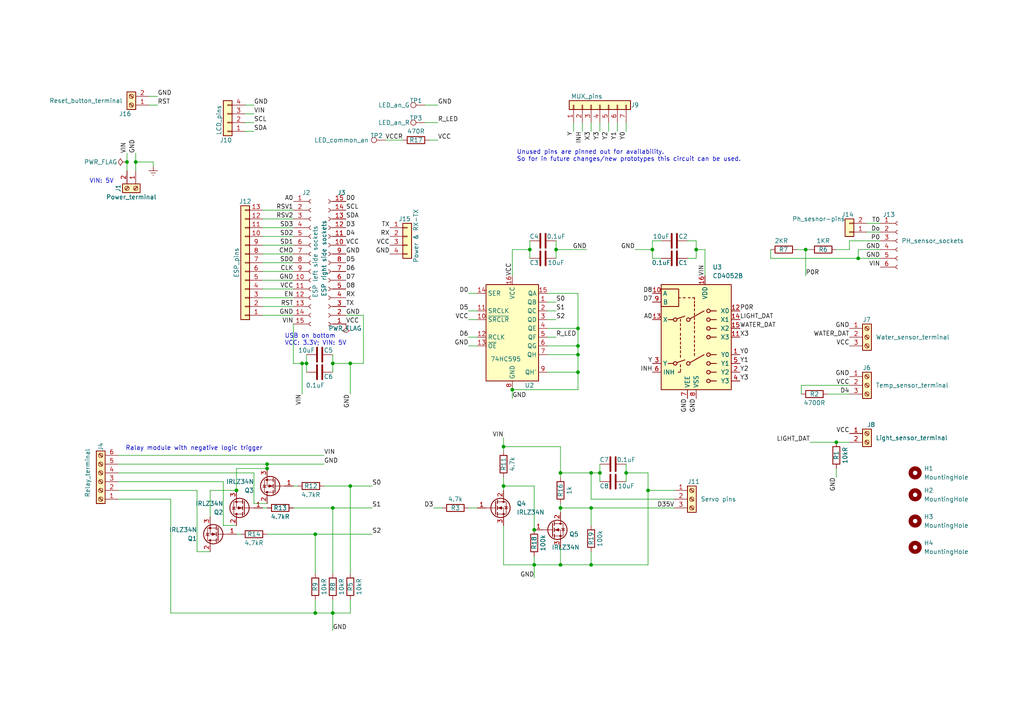
<source format=kicad_sch>
(kicad_sch (version 20230121) (generator eeschema)

  (uuid 60f012de-ecaa-41fb-b4e2-f0417ffff4b9)

  (paper "A4")

  (lib_symbols
    (symbol "74xx:74HC595" (in_bom yes) (on_board yes)
      (property "Reference" "U" (at -7.62 13.97 0)
        (effects (font (size 1.27 1.27)))
      )
      (property "Value" "74HC595" (at -7.62 -16.51 0)
        (effects (font (size 1.27 1.27)))
      )
      (property "Footprint" "" (at 0 0 0)
        (effects (font (size 1.27 1.27)) hide)
      )
      (property "Datasheet" "http://www.ti.com/lit/ds/symlink/sn74hc595.pdf" (at 0 0 0)
        (effects (font (size 1.27 1.27)) hide)
      )
      (property "ki_keywords" "HCMOS SR 3State" (at 0 0 0)
        (effects (font (size 1.27 1.27)) hide)
      )
      (property "ki_description" "8-bit serial in/out Shift Register 3-State Outputs" (at 0 0 0)
        (effects (font (size 1.27 1.27)) hide)
      )
      (property "ki_fp_filters" "DIP*W7.62mm* SOIC*3.9x9.9mm*P1.27mm* TSSOP*4.4x5mm*P0.65mm* SOIC*5.3x10.2mm*P1.27mm* SOIC*7.5x10.3mm*P1.27mm*" (at 0 0 0)
        (effects (font (size 1.27 1.27)) hide)
      )
      (symbol "74HC595_1_0"
        (pin tri_state line (at 10.16 7.62 180) (length 2.54)
          (name "QB" (effects (font (size 1.27 1.27))))
          (number "1" (effects (font (size 1.27 1.27))))
        )
        (pin input line (at -10.16 2.54 0) (length 2.54)
          (name "~{SRCLR}" (effects (font (size 1.27 1.27))))
          (number "10" (effects (font (size 1.27 1.27))))
        )
        (pin input line (at -10.16 5.08 0) (length 2.54)
          (name "SRCLK" (effects (font (size 1.27 1.27))))
          (number "11" (effects (font (size 1.27 1.27))))
        )
        (pin input line (at -10.16 -2.54 0) (length 2.54)
          (name "RCLK" (effects (font (size 1.27 1.27))))
          (number "12" (effects (font (size 1.27 1.27))))
        )
        (pin input line (at -10.16 -5.08 0) (length 2.54)
          (name "~{OE}" (effects (font (size 1.27 1.27))))
          (number "13" (effects (font (size 1.27 1.27))))
        )
        (pin input line (at -10.16 10.16 0) (length 2.54)
          (name "SER" (effects (font (size 1.27 1.27))))
          (number "14" (effects (font (size 1.27 1.27))))
        )
        (pin tri_state line (at 10.16 10.16 180) (length 2.54)
          (name "QA" (effects (font (size 1.27 1.27))))
          (number "15" (effects (font (size 1.27 1.27))))
        )
        (pin power_in line (at 0 15.24 270) (length 2.54)
          (name "VCC" (effects (font (size 1.27 1.27))))
          (number "16" (effects (font (size 1.27 1.27))))
        )
        (pin tri_state line (at 10.16 5.08 180) (length 2.54)
          (name "QC" (effects (font (size 1.27 1.27))))
          (number "2" (effects (font (size 1.27 1.27))))
        )
        (pin tri_state line (at 10.16 2.54 180) (length 2.54)
          (name "QD" (effects (font (size 1.27 1.27))))
          (number "3" (effects (font (size 1.27 1.27))))
        )
        (pin tri_state line (at 10.16 0 180) (length 2.54)
          (name "QE" (effects (font (size 1.27 1.27))))
          (number "4" (effects (font (size 1.27 1.27))))
        )
        (pin tri_state line (at 10.16 -2.54 180) (length 2.54)
          (name "QF" (effects (font (size 1.27 1.27))))
          (number "5" (effects (font (size 1.27 1.27))))
        )
        (pin tri_state line (at 10.16 -5.08 180) (length 2.54)
          (name "QG" (effects (font (size 1.27 1.27))))
          (number "6" (effects (font (size 1.27 1.27))))
        )
        (pin tri_state line (at 10.16 -7.62 180) (length 2.54)
          (name "QH" (effects (font (size 1.27 1.27))))
          (number "7" (effects (font (size 1.27 1.27))))
        )
        (pin power_in line (at 0 -17.78 90) (length 2.54)
          (name "GND" (effects (font (size 1.27 1.27))))
          (number "8" (effects (font (size 1.27 1.27))))
        )
        (pin output line (at 10.16 -12.7 180) (length 2.54)
          (name "QH'" (effects (font (size 1.27 1.27))))
          (number "9" (effects (font (size 1.27 1.27))))
        )
      )
      (symbol "74HC595_1_1"
        (rectangle (start -7.62 12.7) (end 7.62 -15.24)
          (stroke (width 0.254) (type default))
          (fill (type background))
        )
      )
    )
    (symbol "Analog_Switch:CD4052B" (in_bom yes) (on_board yes)
      (property "Reference" "U" (at -10.16 16.51 0)
        (effects (font (size 1.27 1.27)) (justify left))
      )
      (property "Value" "CD4052B" (at 3.81 16.51 0)
        (effects (font (size 1.27 1.27)) (justify left))
      )
      (property "Footprint" "" (at 3.81 -19.05 0)
        (effects (font (size 1.27 1.27)) (justify left) hide)
      )
      (property "Datasheet" "http://www.ti.com/lit/ds/symlink/cd4052b.pdf" (at -0.508 5.08 0)
        (effects (font (size 1.27 1.27)) hide)
      )
      (property "ki_keywords" "analog switch selector multiplexer" (at 0 0 0)
        (effects (font (size 1.27 1.27)) hide)
      )
      (property "ki_description" "CMOS double 4-channel analog multiplexer/demultiplexer, TSSOP-16/DIP-16/SOIC-16" (at 0 0 0)
        (effects (font (size 1.27 1.27)) hide)
      )
      (property "ki_fp_filters" "TSSOP*4.4x5mm*P0.65mm* DIP*W7.62* SOIC*3.9x9.9mm*P1.27mm* SO*5.3x10.2mm*P1.27mm*" (at 0 0 0)
        (effects (font (size 1.27 1.27)) hide)
      )
      (symbol "CD4052B_0_1"
        (rectangle (start -10.16 8.89) (end -5.08 13.97)
          (stroke (width 0.254) (type default))
          (fill (type none))
        )
        (rectangle (start -10.16 15.24) (end 10.16 -15.24)
          (stroke (width 0.254) (type default))
          (fill (type background))
        )
        (circle (center -6.096 -7.62) (radius 0.508)
          (stroke (width 0.254) (type default))
          (fill (type none))
        )
        (circle (center -6.096 5.08) (radius 0.508)
          (stroke (width 0.254) (type default))
          (fill (type none))
        )
        (circle (center -2.286 -7.62) (radius 0.508)
          (stroke (width 0.254) (type default))
          (fill (type none))
        )
        (circle (center -2.286 5.08) (radius 0.508)
          (stroke (width 0.254) (type default))
          (fill (type none))
        )
        (polyline
          (pts
            (xy -8.128 -7.62)
            (xy -6.604 -7.62)
          )
          (stroke (width 0.254) (type default))
          (fill (type none))
        )
        (polyline
          (pts
            (xy -8.128 5.08)
            (xy -6.604 5.08)
          )
          (stroke (width 0.254) (type default))
          (fill (type none))
        )
        (polyline
          (pts
            (xy -5.588 -7.366)
            (xy -3.302 -6.604)
          )
          (stroke (width 0.254) (type default))
          (fill (type none))
        )
        (polyline
          (pts
            (xy -5.588 5.334)
            (xy -3.302 6.096)
          )
          (stroke (width 0.254) (type default))
          (fill (type none))
        )
        (polyline
          (pts
            (xy -4.572 -10.16)
            (xy -5.207 -10.16)
          )
          (stroke (width 0.254) (type default))
          (fill (type none))
        )
        (polyline
          (pts
            (xy -4.572 -9.906)
            (xy -4.572 -9.271)
          )
          (stroke (width 0.254) (type default))
          (fill (type none))
        )
        (polyline
          (pts
            (xy -4.572 -8.636)
            (xy -4.572 -8.001)
          )
          (stroke (width 0.254) (type default))
          (fill (type none))
        )
        (polyline
          (pts
            (xy -4.572 -5.842)
            (xy -4.572 -5.207)
          )
          (stroke (width 0.254) (type default))
          (fill (type none))
        )
        (polyline
          (pts
            (xy -4.572 -4.572)
            (xy -4.572 -3.937)
          )
          (stroke (width 0.254) (type default))
          (fill (type none))
        )
        (polyline
          (pts
            (xy -4.572 -3.302)
            (xy -4.572 -2.667)
          )
          (stroke (width 0.254) (type default))
          (fill (type none))
        )
        (polyline
          (pts
            (xy -4.572 -2.032)
            (xy -4.572 -1.397)
          )
          (stroke (width 0.254) (type default))
          (fill (type none))
        )
        (polyline
          (pts
            (xy -4.572 -0.762)
            (xy -4.572 -0.127)
          )
          (stroke (width 0.254) (type default))
          (fill (type none))
        )
        (polyline
          (pts
            (xy -4.572 0.508)
            (xy -4.572 1.143)
          )
          (stroke (width 0.254) (type default))
          (fill (type none))
        )
        (polyline
          (pts
            (xy -4.572 2.032)
            (xy -4.572 2.667)
          )
          (stroke (width 0.254) (type default))
          (fill (type none))
        )
        (polyline
          (pts
            (xy -4.572 3.302)
            (xy -4.572 3.937)
          )
          (stroke (width 0.254) (type default))
          (fill (type none))
        )
        (polyline
          (pts
            (xy -4.572 4.572)
            (xy -4.572 5.207)
          )
          (stroke (width 0.254) (type default))
          (fill (type none))
        )
        (polyline
          (pts
            (xy -4.572 11.43)
            (xy -5.08 11.43)
          )
          (stroke (width 0.254) (type default))
          (fill (type none))
        )
        (polyline
          (pts
            (xy -3.81 11.43)
            (xy -3.175 11.43)
          )
          (stroke (width 0.254) (type default))
          (fill (type none))
        )
        (polyline
          (pts
            (xy -1.778 -7.366)
            (xy 2.286 -5.08)
          )
          (stroke (width 0.254) (type default))
          (fill (type none))
        )
        (polyline
          (pts
            (xy -1.778 5.334)
            (xy 2.286 7.62)
          )
          (stroke (width 0.254) (type default))
          (fill (type none))
        )
        (polyline
          (pts
            (xy -1.778 11.43)
            (xy -2.286 11.43)
          )
          (stroke (width 0.254) (type default))
          (fill (type none))
        )
        (polyline
          (pts
            (xy -0.508 -5.334)
            (xy -0.508 -4.699)
          )
          (stroke (width 0.254) (type default))
          (fill (type none))
        )
        (polyline
          (pts
            (xy -0.508 -4.064)
            (xy -0.508 -3.429)
          )
          (stroke (width 0.254) (type default))
          (fill (type none))
        )
        (polyline
          (pts
            (xy -0.508 -2.794)
            (xy -0.508 -2.159)
          )
          (stroke (width 0.254) (type default))
          (fill (type none))
        )
        (polyline
          (pts
            (xy -0.508 -1.524)
            (xy -0.508 -0.889)
          )
          (stroke (width 0.254) (type default))
          (fill (type none))
        )
        (polyline
          (pts
            (xy -0.508 -0.254)
            (xy -0.508 0.381)
          )
          (stroke (width 0.254) (type default))
          (fill (type none))
        )
        (polyline
          (pts
            (xy -0.508 1.27)
            (xy -0.508 1.905)
          )
          (stroke (width 0.254) (type default))
          (fill (type none))
        )
        (polyline
          (pts
            (xy -0.508 2.54)
            (xy -0.508 3.175)
          )
          (stroke (width 0.254) (type default))
          (fill (type none))
        )
        (polyline
          (pts
            (xy -0.508 3.81)
            (xy -0.508 4.445)
          )
          (stroke (width 0.254) (type default))
          (fill (type none))
        )
        (polyline
          (pts
            (xy -0.508 5.08)
            (xy -0.508 5.715)
          )
          (stroke (width 0.254) (type default))
          (fill (type none))
        )
        (polyline
          (pts
            (xy -0.508 6.35)
            (xy -0.508 6.985)
          )
          (stroke (width 0.254) (type default))
          (fill (type none))
        )
        (polyline
          (pts
            (xy -0.508 7.62)
            (xy -0.508 8.255)
          )
          (stroke (width 0.254) (type default))
          (fill (type none))
        )
        (polyline
          (pts
            (xy -0.508 8.89)
            (xy -0.508 9.398)
          )
          (stroke (width 0.254) (type default))
          (fill (type none))
        )
        (polyline
          (pts
            (xy -0.508 8.89)
            (xy -0.508 9.525)
          )
          (stroke (width 0.254) (type default))
          (fill (type none))
        )
        (polyline
          (pts
            (xy -0.508 9.906)
            (xy -0.508 10.414)
          )
          (stroke (width 0.254) (type default))
          (fill (type none))
        )
        (polyline
          (pts
            (xy -0.508 10.922)
            (xy -0.508 11.43)
          )
          (stroke (width 0.254) (type default))
          (fill (type none))
        )
        (polyline
          (pts
            (xy -0.508 11.43)
            (xy -1.016 11.43)
          )
          (stroke (width 0.254) (type default))
          (fill (type none))
        )
        (polyline
          (pts
            (xy 4.064 -12.7)
            (xy 5.842 -12.7)
          )
          (stroke (width 0.254) (type default))
          (fill (type none))
        )
        (polyline
          (pts
            (xy 4.064 -10.16)
            (xy 5.842 -10.16)
          )
          (stroke (width 0.254) (type default))
          (fill (type none))
        )
        (polyline
          (pts
            (xy 4.064 -7.62)
            (xy 5.842 -7.62)
          )
          (stroke (width 0.254) (type default))
          (fill (type none))
        )
        (polyline
          (pts
            (xy 4.064 -5.08)
            (xy 5.842 -5.08)
          )
          (stroke (width 0.254) (type default))
          (fill (type none))
        )
        (polyline
          (pts
            (xy 4.064 0)
            (xy 5.842 0)
          )
          (stroke (width 0.254) (type default))
          (fill (type none))
        )
        (polyline
          (pts
            (xy 4.064 2.54)
            (xy 5.842 2.54)
          )
          (stroke (width 0.254) (type default))
          (fill (type none))
        )
        (polyline
          (pts
            (xy 4.064 5.08)
            (xy 5.842 5.08)
          )
          (stroke (width 0.254) (type default))
          (fill (type none))
        )
        (polyline
          (pts
            (xy 4.064 7.62)
            (xy 5.842 7.62)
          )
          (stroke (width 0.254) (type default))
          (fill (type none))
        )
        (circle (center 3.556 -12.7) (radius 0.508)
          (stroke (width 0.254) (type default))
          (fill (type none))
        )
        (circle (center 3.556 -10.16) (radius 0.508)
          (stroke (width 0.254) (type default))
          (fill (type none))
        )
        (circle (center 3.556 -7.62) (radius 0.508)
          (stroke (width 0.254) (type default))
          (fill (type none))
        )
        (circle (center 3.556 -5.08) (radius 0.508)
          (stroke (width 0.254) (type default))
          (fill (type none))
        )
        (circle (center 3.556 0) (radius 0.508)
          (stroke (width 0.254) (type default))
          (fill (type none))
        )
        (circle (center 3.556 2.54) (radius 0.508)
          (stroke (width 0.254) (type default))
          (fill (type none))
        )
        (circle (center 3.556 5.08) (radius 0.508)
          (stroke (width 0.254) (type default))
          (fill (type none))
        )
        (circle (center 3.556 7.62) (radius 0.508)
          (stroke (width 0.254) (type default))
          (fill (type none))
        )
      )
      (symbol "CD4052B_1_1"
        (pin bidirectional line (at 12.7 -5.08 180) (length 2.54)
          (name "Y0" (effects (font (size 1.27 1.27))))
          (number "1" (effects (font (size 1.27 1.27))))
        )
        (pin input line (at -12.7 12.7 0) (length 2.54)
          (name "A" (effects (font (size 1.27 1.27))))
          (number "10" (effects (font (size 1.27 1.27))))
        )
        (pin bidirectional line (at 12.7 0 180) (length 2.54)
          (name "X3" (effects (font (size 1.27 1.27))))
          (number "11" (effects (font (size 1.27 1.27))))
        )
        (pin bidirectional line (at 12.7 7.62 180) (length 2.54)
          (name "X0" (effects (font (size 1.27 1.27))))
          (number "12" (effects (font (size 1.27 1.27))))
        )
        (pin bidirectional line (at -12.7 5.08 0) (length 2.54)
          (name "X" (effects (font (size 1.27 1.27))))
          (number "13" (effects (font (size 1.27 1.27))))
        )
        (pin bidirectional line (at 12.7 5.08 180) (length 2.54)
          (name "X1" (effects (font (size 1.27 1.27))))
          (number "14" (effects (font (size 1.27 1.27))))
        )
        (pin bidirectional line (at 12.7 2.54 180) (length 2.54)
          (name "X2" (effects (font (size 1.27 1.27))))
          (number "15" (effects (font (size 1.27 1.27))))
        )
        (pin power_in line (at 2.54 17.78 270) (length 2.54)
          (name "VDD" (effects (font (size 1.27 1.27))))
          (number "16" (effects (font (size 1.27 1.27))))
        )
        (pin bidirectional line (at 12.7 -10.16 180) (length 2.54)
          (name "Y2" (effects (font (size 1.27 1.27))))
          (number "2" (effects (font (size 1.27 1.27))))
        )
        (pin bidirectional line (at -12.7 -7.62 0) (length 2.54)
          (name "Y" (effects (font (size 1.27 1.27))))
          (number "3" (effects (font (size 1.27 1.27))))
        )
        (pin bidirectional line (at 12.7 -12.7 180) (length 2.54)
          (name "Y3" (effects (font (size 1.27 1.27))))
          (number "4" (effects (font (size 1.27 1.27))))
        )
        (pin bidirectional line (at 12.7 -7.62 180) (length 2.54)
          (name "Y1" (effects (font (size 1.27 1.27))))
          (number "5" (effects (font (size 1.27 1.27))))
        )
        (pin input line (at -12.7 -10.16 0) (length 2.54)
          (name "INH" (effects (font (size 1.27 1.27))))
          (number "6" (effects (font (size 1.27 1.27))))
        )
        (pin power_in line (at -2.54 -17.78 90) (length 2.54)
          (name "VEE" (effects (font (size 1.27 1.27))))
          (number "7" (effects (font (size 1.27 1.27))))
        )
        (pin power_in line (at 0 -17.78 90) (length 2.54)
          (name "VSS" (effects (font (size 1.27 1.27))))
          (number "8" (effects (font (size 1.27 1.27))))
        )
        (pin input line (at -12.7 10.16 0) (length 2.54)
          (name "B" (effects (font (size 1.27 1.27))))
          (number "9" (effects (font (size 1.27 1.27))))
        )
      )
    )
    (symbol "Connector:Conn_01x06_Socket" (pin_names (offset 1.016) hide) (in_bom yes) (on_board yes)
      (property "Reference" "J" (at 0 7.62 0)
        (effects (font (size 1.27 1.27)))
      )
      (property "Value" "Conn_01x06_Socket" (at 0 -10.16 0)
        (effects (font (size 1.27 1.27)))
      )
      (property "Footprint" "" (at 0 0 0)
        (effects (font (size 1.27 1.27)) hide)
      )
      (property "Datasheet" "~" (at 0 0 0)
        (effects (font (size 1.27 1.27)) hide)
      )
      (property "ki_locked" "" (at 0 0 0)
        (effects (font (size 1.27 1.27)))
      )
      (property "ki_keywords" "connector" (at 0 0 0)
        (effects (font (size 1.27 1.27)) hide)
      )
      (property "ki_description" "Generic connector, single row, 01x06, script generated" (at 0 0 0)
        (effects (font (size 1.27 1.27)) hide)
      )
      (property "ki_fp_filters" "Connector*:*_1x??_*" (at 0 0 0)
        (effects (font (size 1.27 1.27)) hide)
      )
      (symbol "Conn_01x06_Socket_1_1"
        (arc (start 0 -7.112) (mid -0.5058 -7.62) (end 0 -8.128)
          (stroke (width 0.1524) (type default))
          (fill (type none))
        )
        (arc (start 0 -4.572) (mid -0.5058 -5.08) (end 0 -5.588)
          (stroke (width 0.1524) (type default))
          (fill (type none))
        )
        (arc (start 0 -2.032) (mid -0.5058 -2.54) (end 0 -3.048)
          (stroke (width 0.1524) (type default))
          (fill (type none))
        )
        (polyline
          (pts
            (xy -1.27 -7.62)
            (xy -0.508 -7.62)
          )
          (stroke (width 0.1524) (type default))
          (fill (type none))
        )
        (polyline
          (pts
            (xy -1.27 -5.08)
            (xy -0.508 -5.08)
          )
          (stroke (width 0.1524) (type default))
          (fill (type none))
        )
        (polyline
          (pts
            (xy -1.27 -2.54)
            (xy -0.508 -2.54)
          )
          (stroke (width 0.1524) (type default))
          (fill (type none))
        )
        (polyline
          (pts
            (xy -1.27 0)
            (xy -0.508 0)
          )
          (stroke (width 0.1524) (type default))
          (fill (type none))
        )
        (polyline
          (pts
            (xy -1.27 2.54)
            (xy -0.508 2.54)
          )
          (stroke (width 0.1524) (type default))
          (fill (type none))
        )
        (polyline
          (pts
            (xy -1.27 5.08)
            (xy -0.508 5.08)
          )
          (stroke (width 0.1524) (type default))
          (fill (type none))
        )
        (arc (start 0 0.508) (mid -0.5058 0) (end 0 -0.508)
          (stroke (width 0.1524) (type default))
          (fill (type none))
        )
        (arc (start 0 3.048) (mid -0.5058 2.54) (end 0 2.032)
          (stroke (width 0.1524) (type default))
          (fill (type none))
        )
        (arc (start 0 5.588) (mid -0.5058 5.08) (end 0 4.572)
          (stroke (width 0.1524) (type default))
          (fill (type none))
        )
        (pin passive line (at -5.08 5.08 0) (length 3.81)
          (name "Pin_1" (effects (font (size 1.27 1.27))))
          (number "1" (effects (font (size 1.27 1.27))))
        )
        (pin passive line (at -5.08 2.54 0) (length 3.81)
          (name "Pin_2" (effects (font (size 1.27 1.27))))
          (number "2" (effects (font (size 1.27 1.27))))
        )
        (pin passive line (at -5.08 0 0) (length 3.81)
          (name "Pin_3" (effects (font (size 1.27 1.27))))
          (number "3" (effects (font (size 1.27 1.27))))
        )
        (pin passive line (at -5.08 -2.54 0) (length 3.81)
          (name "Pin_4" (effects (font (size 1.27 1.27))))
          (number "4" (effects (font (size 1.27 1.27))))
        )
        (pin passive line (at -5.08 -5.08 0) (length 3.81)
          (name "Pin_5" (effects (font (size 1.27 1.27))))
          (number "5" (effects (font (size 1.27 1.27))))
        )
        (pin passive line (at -5.08 -7.62 0) (length 3.81)
          (name "Pin_6" (effects (font (size 1.27 1.27))))
          (number "6" (effects (font (size 1.27 1.27))))
        )
      )
    )
    (symbol "Connector:Conn_01x15_Socket" (pin_names (offset 1.016) hide) (in_bom yes) (on_board yes)
      (property "Reference" "J" (at 0 20.32 0)
        (effects (font (size 1.27 1.27)))
      )
      (property "Value" "Conn_01x15_Socket" (at 0 -20.32 0)
        (effects (font (size 1.27 1.27)))
      )
      (property "Footprint" "" (at 0 0 0)
        (effects (font (size 1.27 1.27)) hide)
      )
      (property "Datasheet" "~" (at 0 0 0)
        (effects (font (size 1.27 1.27)) hide)
      )
      (property "ki_locked" "" (at 0 0 0)
        (effects (font (size 1.27 1.27)))
      )
      (property "ki_keywords" "connector" (at 0 0 0)
        (effects (font (size 1.27 1.27)) hide)
      )
      (property "ki_description" "Generic connector, single row, 01x15, script generated" (at 0 0 0)
        (effects (font (size 1.27 1.27)) hide)
      )
      (property "ki_fp_filters" "Connector*:*_1x??_*" (at 0 0 0)
        (effects (font (size 1.27 1.27)) hide)
      )
      (symbol "Conn_01x15_Socket_1_1"
        (arc (start 0 -17.272) (mid -0.5058 -17.78) (end 0 -18.288)
          (stroke (width 0.1524) (type default))
          (fill (type none))
        )
        (arc (start 0 -14.732) (mid -0.5058 -15.24) (end 0 -15.748)
          (stroke (width 0.1524) (type default))
          (fill (type none))
        )
        (arc (start 0 -12.192) (mid -0.5058 -12.7) (end 0 -13.208)
          (stroke (width 0.1524) (type default))
          (fill (type none))
        )
        (arc (start 0 -9.652) (mid -0.5058 -10.16) (end 0 -10.668)
          (stroke (width 0.1524) (type default))
          (fill (type none))
        )
        (arc (start 0 -7.112) (mid -0.5058 -7.62) (end 0 -8.128)
          (stroke (width 0.1524) (type default))
          (fill (type none))
        )
        (arc (start 0 -4.572) (mid -0.5058 -5.08) (end 0 -5.588)
          (stroke (width 0.1524) (type default))
          (fill (type none))
        )
        (arc (start 0 -2.032) (mid -0.5058 -2.54) (end 0 -3.048)
          (stroke (width 0.1524) (type default))
          (fill (type none))
        )
        (polyline
          (pts
            (xy -1.27 -17.78)
            (xy -0.508 -17.78)
          )
          (stroke (width 0.1524) (type default))
          (fill (type none))
        )
        (polyline
          (pts
            (xy -1.27 -15.24)
            (xy -0.508 -15.24)
          )
          (stroke (width 0.1524) (type default))
          (fill (type none))
        )
        (polyline
          (pts
            (xy -1.27 -12.7)
            (xy -0.508 -12.7)
          )
          (stroke (width 0.1524) (type default))
          (fill (type none))
        )
        (polyline
          (pts
            (xy -1.27 -10.16)
            (xy -0.508 -10.16)
          )
          (stroke (width 0.1524) (type default))
          (fill (type none))
        )
        (polyline
          (pts
            (xy -1.27 -7.62)
            (xy -0.508 -7.62)
          )
          (stroke (width 0.1524) (type default))
          (fill (type none))
        )
        (polyline
          (pts
            (xy -1.27 -5.08)
            (xy -0.508 -5.08)
          )
          (stroke (width 0.1524) (type default))
          (fill (type none))
        )
        (polyline
          (pts
            (xy -1.27 -2.54)
            (xy -0.508 -2.54)
          )
          (stroke (width 0.1524) (type default))
          (fill (type none))
        )
        (polyline
          (pts
            (xy -1.27 0)
            (xy -0.508 0)
          )
          (stroke (width 0.1524) (type default))
          (fill (type none))
        )
        (polyline
          (pts
            (xy -1.27 2.54)
            (xy -0.508 2.54)
          )
          (stroke (width 0.1524) (type default))
          (fill (type none))
        )
        (polyline
          (pts
            (xy -1.27 5.08)
            (xy -0.508 5.08)
          )
          (stroke (width 0.1524) (type default))
          (fill (type none))
        )
        (polyline
          (pts
            (xy -1.27 7.62)
            (xy -0.508 7.62)
          )
          (stroke (width 0.1524) (type default))
          (fill (type none))
        )
        (polyline
          (pts
            (xy -1.27 10.16)
            (xy -0.508 10.16)
          )
          (stroke (width 0.1524) (type default))
          (fill (type none))
        )
        (polyline
          (pts
            (xy -1.27 12.7)
            (xy -0.508 12.7)
          )
          (stroke (width 0.1524) (type default))
          (fill (type none))
        )
        (polyline
          (pts
            (xy -1.27 15.24)
            (xy -0.508 15.24)
          )
          (stroke (width 0.1524) (type default))
          (fill (type none))
        )
        (polyline
          (pts
            (xy -1.27 17.78)
            (xy -0.508 17.78)
          )
          (stroke (width 0.1524) (type default))
          (fill (type none))
        )
        (arc (start 0 0.508) (mid -0.5058 0) (end 0 -0.508)
          (stroke (width 0.1524) (type default))
          (fill (type none))
        )
        (arc (start 0 3.048) (mid -0.5058 2.54) (end 0 2.032)
          (stroke (width 0.1524) (type default))
          (fill (type none))
        )
        (arc (start 0 5.588) (mid -0.5058 5.08) (end 0 4.572)
          (stroke (width 0.1524) (type default))
          (fill (type none))
        )
        (arc (start 0 8.128) (mid -0.5058 7.62) (end 0 7.112)
          (stroke (width 0.1524) (type default))
          (fill (type none))
        )
        (arc (start 0 10.668) (mid -0.5058 10.16) (end 0 9.652)
          (stroke (width 0.1524) (type default))
          (fill (type none))
        )
        (arc (start 0 13.208) (mid -0.5058 12.7) (end 0 12.192)
          (stroke (width 0.1524) (type default))
          (fill (type none))
        )
        (arc (start 0 15.748) (mid -0.5058 15.24) (end 0 14.732)
          (stroke (width 0.1524) (type default))
          (fill (type none))
        )
        (arc (start 0 18.288) (mid -0.5058 17.78) (end 0 17.272)
          (stroke (width 0.1524) (type default))
          (fill (type none))
        )
        (pin passive line (at -5.08 17.78 0) (length 3.81)
          (name "Pin_1" (effects (font (size 1.27 1.27))))
          (number "1" (effects (font (size 1.27 1.27))))
        )
        (pin passive line (at -5.08 -5.08 0) (length 3.81)
          (name "Pin_10" (effects (font (size 1.27 1.27))))
          (number "10" (effects (font (size 1.27 1.27))))
        )
        (pin passive line (at -5.08 -7.62 0) (length 3.81)
          (name "Pin_11" (effects (font (size 1.27 1.27))))
          (number "11" (effects (font (size 1.27 1.27))))
        )
        (pin passive line (at -5.08 -10.16 0) (length 3.81)
          (name "Pin_12" (effects (font (size 1.27 1.27))))
          (number "12" (effects (font (size 1.27 1.27))))
        )
        (pin passive line (at -5.08 -12.7 0) (length 3.81)
          (name "Pin_13" (effects (font (size 1.27 1.27))))
          (number "13" (effects (font (size 1.27 1.27))))
        )
        (pin passive line (at -5.08 -15.24 0) (length 3.81)
          (name "Pin_14" (effects (font (size 1.27 1.27))))
          (number "14" (effects (font (size 1.27 1.27))))
        )
        (pin passive line (at -5.08 -17.78 0) (length 3.81)
          (name "Pin_15" (effects (font (size 1.27 1.27))))
          (number "15" (effects (font (size 1.27 1.27))))
        )
        (pin passive line (at -5.08 15.24 0) (length 3.81)
          (name "Pin_2" (effects (font (size 1.27 1.27))))
          (number "2" (effects (font (size 1.27 1.27))))
        )
        (pin passive line (at -5.08 12.7 0) (length 3.81)
          (name "Pin_3" (effects (font (size 1.27 1.27))))
          (number "3" (effects (font (size 1.27 1.27))))
        )
        (pin passive line (at -5.08 10.16 0) (length 3.81)
          (name "Pin_4" (effects (font (size 1.27 1.27))))
          (number "4" (effects (font (size 1.27 1.27))))
        )
        (pin passive line (at -5.08 7.62 0) (length 3.81)
          (name "Pin_5" (effects (font (size 1.27 1.27))))
          (number "5" (effects (font (size 1.27 1.27))))
        )
        (pin passive line (at -5.08 5.08 0) (length 3.81)
          (name "Pin_6" (effects (font (size 1.27 1.27))))
          (number "6" (effects (font (size 1.27 1.27))))
        )
        (pin passive line (at -5.08 2.54 0) (length 3.81)
          (name "Pin_7" (effects (font (size 1.27 1.27))))
          (number "7" (effects (font (size 1.27 1.27))))
        )
        (pin passive line (at -5.08 0 0) (length 3.81)
          (name "Pin_8" (effects (font (size 1.27 1.27))))
          (number "8" (effects (font (size 1.27 1.27))))
        )
        (pin passive line (at -5.08 -2.54 0) (length 3.81)
          (name "Pin_9" (effects (font (size 1.27 1.27))))
          (number "9" (effects (font (size 1.27 1.27))))
        )
      )
    )
    (symbol "Connector:Screw_Terminal_01x02" (pin_names (offset 1.016) hide) (in_bom yes) (on_board yes)
      (property "Reference" "J" (at 0 2.54 0)
        (effects (font (size 1.27 1.27)))
      )
      (property "Value" "Screw_Terminal_01x02" (at 0 -5.08 0)
        (effects (font (size 1.27 1.27)))
      )
      (property "Footprint" "" (at 0 0 0)
        (effects (font (size 1.27 1.27)) hide)
      )
      (property "Datasheet" "~" (at 0 0 0)
        (effects (font (size 1.27 1.27)) hide)
      )
      (property "ki_keywords" "screw terminal" (at 0 0 0)
        (effects (font (size 1.27 1.27)) hide)
      )
      (property "ki_description" "Generic screw terminal, single row, 01x02, script generated (kicad-library-utils/schlib/autogen/connector/)" (at 0 0 0)
        (effects (font (size 1.27 1.27)) hide)
      )
      (property "ki_fp_filters" "TerminalBlock*:*" (at 0 0 0)
        (effects (font (size 1.27 1.27)) hide)
      )
      (symbol "Screw_Terminal_01x02_1_1"
        (rectangle (start -1.27 1.27) (end 1.27 -3.81)
          (stroke (width 0.254) (type default))
          (fill (type background))
        )
        (circle (center 0 -2.54) (radius 0.635)
          (stroke (width 0.1524) (type default))
          (fill (type none))
        )
        (polyline
          (pts
            (xy -0.5334 -2.2098)
            (xy 0.3302 -3.048)
          )
          (stroke (width 0.1524) (type default))
          (fill (type none))
        )
        (polyline
          (pts
            (xy -0.5334 0.3302)
            (xy 0.3302 -0.508)
          )
          (stroke (width 0.1524) (type default))
          (fill (type none))
        )
        (polyline
          (pts
            (xy -0.3556 -2.032)
            (xy 0.508 -2.8702)
          )
          (stroke (width 0.1524) (type default))
          (fill (type none))
        )
        (polyline
          (pts
            (xy -0.3556 0.508)
            (xy 0.508 -0.3302)
          )
          (stroke (width 0.1524) (type default))
          (fill (type none))
        )
        (circle (center 0 0) (radius 0.635)
          (stroke (width 0.1524) (type default))
          (fill (type none))
        )
        (pin passive line (at -5.08 0 0) (length 3.81)
          (name "Pin_1" (effects (font (size 1.27 1.27))))
          (number "1" (effects (font (size 1.27 1.27))))
        )
        (pin passive line (at -5.08 -2.54 0) (length 3.81)
          (name "Pin_2" (effects (font (size 1.27 1.27))))
          (number "2" (effects (font (size 1.27 1.27))))
        )
      )
    )
    (symbol "Connector:Screw_Terminal_01x03" (pin_names (offset 1.016) hide) (in_bom yes) (on_board yes)
      (property "Reference" "J" (at 0 5.08 0)
        (effects (font (size 1.27 1.27)))
      )
      (property "Value" "Screw_Terminal_01x03" (at 0 -5.08 0)
        (effects (font (size 1.27 1.27)))
      )
      (property "Footprint" "" (at 0 0 0)
        (effects (font (size 1.27 1.27)) hide)
      )
      (property "Datasheet" "~" (at 0 0 0)
        (effects (font (size 1.27 1.27)) hide)
      )
      (property "ki_keywords" "screw terminal" (at 0 0 0)
        (effects (font (size 1.27 1.27)) hide)
      )
      (property "ki_description" "Generic screw terminal, single row, 01x03, script generated (kicad-library-utils/schlib/autogen/connector/)" (at 0 0 0)
        (effects (font (size 1.27 1.27)) hide)
      )
      (property "ki_fp_filters" "TerminalBlock*:*" (at 0 0 0)
        (effects (font (size 1.27 1.27)) hide)
      )
      (symbol "Screw_Terminal_01x03_1_1"
        (rectangle (start -1.27 3.81) (end 1.27 -3.81)
          (stroke (width 0.254) (type default))
          (fill (type background))
        )
        (circle (center 0 -2.54) (radius 0.635)
          (stroke (width 0.1524) (type default))
          (fill (type none))
        )
        (polyline
          (pts
            (xy -0.5334 -2.2098)
            (xy 0.3302 -3.048)
          )
          (stroke (width 0.1524) (type default))
          (fill (type none))
        )
        (polyline
          (pts
            (xy -0.5334 0.3302)
            (xy 0.3302 -0.508)
          )
          (stroke (width 0.1524) (type default))
          (fill (type none))
        )
        (polyline
          (pts
            (xy -0.5334 2.8702)
            (xy 0.3302 2.032)
          )
          (stroke (width 0.1524) (type default))
          (fill (type none))
        )
        (polyline
          (pts
            (xy -0.3556 -2.032)
            (xy 0.508 -2.8702)
          )
          (stroke (width 0.1524) (type default))
          (fill (type none))
        )
        (polyline
          (pts
            (xy -0.3556 0.508)
            (xy 0.508 -0.3302)
          )
          (stroke (width 0.1524) (type default))
          (fill (type none))
        )
        (polyline
          (pts
            (xy -0.3556 3.048)
            (xy 0.508 2.2098)
          )
          (stroke (width 0.1524) (type default))
          (fill (type none))
        )
        (circle (center 0 0) (radius 0.635)
          (stroke (width 0.1524) (type default))
          (fill (type none))
        )
        (circle (center 0 2.54) (radius 0.635)
          (stroke (width 0.1524) (type default))
          (fill (type none))
        )
        (pin passive line (at -5.08 2.54 0) (length 3.81)
          (name "Pin_1" (effects (font (size 1.27 1.27))))
          (number "1" (effects (font (size 1.27 1.27))))
        )
        (pin passive line (at -5.08 0 0) (length 3.81)
          (name "Pin_2" (effects (font (size 1.27 1.27))))
          (number "2" (effects (font (size 1.27 1.27))))
        )
        (pin passive line (at -5.08 -2.54 0) (length 3.81)
          (name "Pin_3" (effects (font (size 1.27 1.27))))
          (number "3" (effects (font (size 1.27 1.27))))
        )
      )
    )
    (symbol "Connector:Screw_Terminal_01x06" (pin_names (offset 1.016) hide) (in_bom yes) (on_board yes)
      (property "Reference" "J" (at 0 7.62 0)
        (effects (font (size 1.27 1.27)))
      )
      (property "Value" "Screw_Terminal_01x06" (at 0 -10.16 0)
        (effects (font (size 1.27 1.27)))
      )
      (property "Footprint" "" (at 0 0 0)
        (effects (font (size 1.27 1.27)) hide)
      )
      (property "Datasheet" "~" (at 0 0 0)
        (effects (font (size 1.27 1.27)) hide)
      )
      (property "ki_keywords" "screw terminal" (at 0 0 0)
        (effects (font (size 1.27 1.27)) hide)
      )
      (property "ki_description" "Generic screw terminal, single row, 01x06, script generated (kicad-library-utils/schlib/autogen/connector/)" (at 0 0 0)
        (effects (font (size 1.27 1.27)) hide)
      )
      (property "ki_fp_filters" "TerminalBlock*:*" (at 0 0 0)
        (effects (font (size 1.27 1.27)) hide)
      )
      (symbol "Screw_Terminal_01x06_1_1"
        (rectangle (start -1.27 6.35) (end 1.27 -8.89)
          (stroke (width 0.254) (type default))
          (fill (type background))
        )
        (circle (center 0 -7.62) (radius 0.635)
          (stroke (width 0.1524) (type default))
          (fill (type none))
        )
        (circle (center 0 -5.08) (radius 0.635)
          (stroke (width 0.1524) (type default))
          (fill (type none))
        )
        (circle (center 0 -2.54) (radius 0.635)
          (stroke (width 0.1524) (type default))
          (fill (type none))
        )
        (polyline
          (pts
            (xy -0.5334 -7.2898)
            (xy 0.3302 -8.128)
          )
          (stroke (width 0.1524) (type default))
          (fill (type none))
        )
        (polyline
          (pts
            (xy -0.5334 -4.7498)
            (xy 0.3302 -5.588)
          )
          (stroke (width 0.1524) (type default))
          (fill (type none))
        )
        (polyline
          (pts
            (xy -0.5334 -2.2098)
            (xy 0.3302 -3.048)
          )
          (stroke (width 0.1524) (type default))
          (fill (type none))
        )
        (polyline
          (pts
            (xy -0.5334 0.3302)
            (xy 0.3302 -0.508)
          )
          (stroke (width 0.1524) (type default))
          (fill (type none))
        )
        (polyline
          (pts
            (xy -0.5334 2.8702)
            (xy 0.3302 2.032)
          )
          (stroke (width 0.1524) (type default))
          (fill (type none))
        )
        (polyline
          (pts
            (xy -0.5334 5.4102)
            (xy 0.3302 4.572)
          )
          (stroke (width 0.1524) (type default))
          (fill (type none))
        )
        (polyline
          (pts
            (xy -0.3556 -7.112)
            (xy 0.508 -7.9502)
          )
          (stroke (width 0.1524) (type default))
          (fill (type none))
        )
        (polyline
          (pts
            (xy -0.3556 -4.572)
            (xy 0.508 -5.4102)
          )
          (stroke (width 0.1524) (type default))
          (fill (type none))
        )
        (polyline
          (pts
            (xy -0.3556 -2.032)
            (xy 0.508 -2.8702)
          )
          (stroke (width 0.1524) (type default))
          (fill (type none))
        )
        (polyline
          (pts
            (xy -0.3556 0.508)
            (xy 0.508 -0.3302)
          )
          (stroke (width 0.1524) (type default))
          (fill (type none))
        )
        (polyline
          (pts
            (xy -0.3556 3.048)
            (xy 0.508 2.2098)
          )
          (stroke (width 0.1524) (type default))
          (fill (type none))
        )
        (polyline
          (pts
            (xy -0.3556 5.588)
            (xy 0.508 4.7498)
          )
          (stroke (width 0.1524) (type default))
          (fill (type none))
        )
        (circle (center 0 0) (radius 0.635)
          (stroke (width 0.1524) (type default))
          (fill (type none))
        )
        (circle (center 0 2.54) (radius 0.635)
          (stroke (width 0.1524) (type default))
          (fill (type none))
        )
        (circle (center 0 5.08) (radius 0.635)
          (stroke (width 0.1524) (type default))
          (fill (type none))
        )
        (pin passive line (at -5.08 5.08 0) (length 3.81)
          (name "Pin_1" (effects (font (size 1.27 1.27))))
          (number "1" (effects (font (size 1.27 1.27))))
        )
        (pin passive line (at -5.08 2.54 0) (length 3.81)
          (name "Pin_2" (effects (font (size 1.27 1.27))))
          (number "2" (effects (font (size 1.27 1.27))))
        )
        (pin passive line (at -5.08 0 0) (length 3.81)
          (name "Pin_3" (effects (font (size 1.27 1.27))))
          (number "3" (effects (font (size 1.27 1.27))))
        )
        (pin passive line (at -5.08 -2.54 0) (length 3.81)
          (name "Pin_4" (effects (font (size 1.27 1.27))))
          (number "4" (effects (font (size 1.27 1.27))))
        )
        (pin passive line (at -5.08 -5.08 0) (length 3.81)
          (name "Pin_5" (effects (font (size 1.27 1.27))))
          (number "5" (effects (font (size 1.27 1.27))))
        )
        (pin passive line (at -5.08 -7.62 0) (length 3.81)
          (name "Pin_6" (effects (font (size 1.27 1.27))))
          (number "6" (effects (font (size 1.27 1.27))))
        )
      )
    )
    (symbol "Connector:TestPoint" (pin_numbers hide) (pin_names (offset 0.762) hide) (in_bom yes) (on_board yes)
      (property "Reference" "TP" (at 0 6.858 0)
        (effects (font (size 1.27 1.27)))
      )
      (property "Value" "TestPoint" (at 0 5.08 0)
        (effects (font (size 1.27 1.27)))
      )
      (property "Footprint" "" (at 5.08 0 0)
        (effects (font (size 1.27 1.27)) hide)
      )
      (property "Datasheet" "~" (at 5.08 0 0)
        (effects (font (size 1.27 1.27)) hide)
      )
      (property "ki_keywords" "test point tp" (at 0 0 0)
        (effects (font (size 1.27 1.27)) hide)
      )
      (property "ki_description" "test point" (at 0 0 0)
        (effects (font (size 1.27 1.27)) hide)
      )
      (property "ki_fp_filters" "Pin* Test*" (at 0 0 0)
        (effects (font (size 1.27 1.27)) hide)
      )
      (symbol "TestPoint_0_1"
        (circle (center 0 3.302) (radius 0.762)
          (stroke (width 0) (type default))
          (fill (type none))
        )
      )
      (symbol "TestPoint_1_1"
        (pin passive line (at 0 0 90) (length 2.54)
          (name "1" (effects (font (size 1.27 1.27))))
          (number "1" (effects (font (size 1.27 1.27))))
        )
      )
    )
    (symbol "Connector_Generic:Conn_01x02" (pin_names (offset 1.016) hide) (in_bom yes) (on_board yes)
      (property "Reference" "J" (at 0 2.54 0)
        (effects (font (size 1.27 1.27)))
      )
      (property "Value" "Conn_01x02" (at 0 -5.08 0)
        (effects (font (size 1.27 1.27)))
      )
      (property "Footprint" "" (at 0 0 0)
        (effects (font (size 1.27 1.27)) hide)
      )
      (property "Datasheet" "~" (at 0 0 0)
        (effects (font (size 1.27 1.27)) hide)
      )
      (property "ki_keywords" "connector" (at 0 0 0)
        (effects (font (size 1.27 1.27)) hide)
      )
      (property "ki_description" "Generic connector, single row, 01x02, script generated (kicad-library-utils/schlib/autogen/connector/)" (at 0 0 0)
        (effects (font (size 1.27 1.27)) hide)
      )
      (property "ki_fp_filters" "Connector*:*_1x??_*" (at 0 0 0)
        (effects (font (size 1.27 1.27)) hide)
      )
      (symbol "Conn_01x02_1_1"
        (rectangle (start -1.27 -2.413) (end 0 -2.667)
          (stroke (width 0.1524) (type default))
          (fill (type none))
        )
        (rectangle (start -1.27 0.127) (end 0 -0.127)
          (stroke (width 0.1524) (type default))
          (fill (type none))
        )
        (rectangle (start -1.27 1.27) (end 1.27 -3.81)
          (stroke (width 0.254) (type default))
          (fill (type background))
        )
        (pin passive line (at -5.08 0 0) (length 3.81)
          (name "Pin_1" (effects (font (size 1.27 1.27))))
          (number "1" (effects (font (size 1.27 1.27))))
        )
        (pin passive line (at -5.08 -2.54 0) (length 3.81)
          (name "Pin_2" (effects (font (size 1.27 1.27))))
          (number "2" (effects (font (size 1.27 1.27))))
        )
      )
    )
    (symbol "Connector_Generic:Conn_01x04" (pin_names (offset 1.016) hide) (in_bom yes) (on_board yes)
      (property "Reference" "J" (at 0 5.08 0)
        (effects (font (size 1.27 1.27)))
      )
      (property "Value" "Conn_01x04" (at 0 -7.62 0)
        (effects (font (size 1.27 1.27)))
      )
      (property "Footprint" "" (at 0 0 0)
        (effects (font (size 1.27 1.27)) hide)
      )
      (property "Datasheet" "~" (at 0 0 0)
        (effects (font (size 1.27 1.27)) hide)
      )
      (property "ki_keywords" "connector" (at 0 0 0)
        (effects (font (size 1.27 1.27)) hide)
      )
      (property "ki_description" "Generic connector, single row, 01x04, script generated (kicad-library-utils/schlib/autogen/connector/)" (at 0 0 0)
        (effects (font (size 1.27 1.27)) hide)
      )
      (property "ki_fp_filters" "Connector*:*_1x??_*" (at 0 0 0)
        (effects (font (size 1.27 1.27)) hide)
      )
      (symbol "Conn_01x04_1_1"
        (rectangle (start -1.27 -4.953) (end 0 -5.207)
          (stroke (width 0.1524) (type default))
          (fill (type none))
        )
        (rectangle (start -1.27 -2.413) (end 0 -2.667)
          (stroke (width 0.1524) (type default))
          (fill (type none))
        )
        (rectangle (start -1.27 0.127) (end 0 -0.127)
          (stroke (width 0.1524) (type default))
          (fill (type none))
        )
        (rectangle (start -1.27 2.667) (end 0 2.413)
          (stroke (width 0.1524) (type default))
          (fill (type none))
        )
        (rectangle (start -1.27 3.81) (end 1.27 -6.35)
          (stroke (width 0.254) (type default))
          (fill (type background))
        )
        (pin passive line (at -5.08 2.54 0) (length 3.81)
          (name "Pin_1" (effects (font (size 1.27 1.27))))
          (number "1" (effects (font (size 1.27 1.27))))
        )
        (pin passive line (at -5.08 0 0) (length 3.81)
          (name "Pin_2" (effects (font (size 1.27 1.27))))
          (number "2" (effects (font (size 1.27 1.27))))
        )
        (pin passive line (at -5.08 -2.54 0) (length 3.81)
          (name "Pin_3" (effects (font (size 1.27 1.27))))
          (number "3" (effects (font (size 1.27 1.27))))
        )
        (pin passive line (at -5.08 -5.08 0) (length 3.81)
          (name "Pin_4" (effects (font (size 1.27 1.27))))
          (number "4" (effects (font (size 1.27 1.27))))
        )
      )
    )
    (symbol "Connector_Generic:Conn_01x07" (pin_names (offset 1.016) hide) (in_bom yes) (on_board yes)
      (property "Reference" "J" (at 0 10.16 0)
        (effects (font (size 1.27 1.27)))
      )
      (property "Value" "Conn_01x07" (at 0 -10.16 0)
        (effects (font (size 1.27 1.27)))
      )
      (property "Footprint" "" (at 0 0 0)
        (effects (font (size 1.27 1.27)) hide)
      )
      (property "Datasheet" "~" (at 0 0 0)
        (effects (font (size 1.27 1.27)) hide)
      )
      (property "ki_keywords" "connector" (at 0 0 0)
        (effects (font (size 1.27 1.27)) hide)
      )
      (property "ki_description" "Generic connector, single row, 01x07, script generated (kicad-library-utils/schlib/autogen/connector/)" (at 0 0 0)
        (effects (font (size 1.27 1.27)) hide)
      )
      (property "ki_fp_filters" "Connector*:*_1x??_*" (at 0 0 0)
        (effects (font (size 1.27 1.27)) hide)
      )
      (symbol "Conn_01x07_1_1"
        (rectangle (start -1.27 -7.493) (end 0 -7.747)
          (stroke (width 0.1524) (type default))
          (fill (type none))
        )
        (rectangle (start -1.27 -4.953) (end 0 -5.207)
          (stroke (width 0.1524) (type default))
          (fill (type none))
        )
        (rectangle (start -1.27 -2.413) (end 0 -2.667)
          (stroke (width 0.1524) (type default))
          (fill (type none))
        )
        (rectangle (start -1.27 0.127) (end 0 -0.127)
          (stroke (width 0.1524) (type default))
          (fill (type none))
        )
        (rectangle (start -1.27 2.667) (end 0 2.413)
          (stroke (width 0.1524) (type default))
          (fill (type none))
        )
        (rectangle (start -1.27 5.207) (end 0 4.953)
          (stroke (width 0.1524) (type default))
          (fill (type none))
        )
        (rectangle (start -1.27 7.747) (end 0 7.493)
          (stroke (width 0.1524) (type default))
          (fill (type none))
        )
        (rectangle (start -1.27 8.89) (end 1.27 -8.89)
          (stroke (width 0.254) (type default))
          (fill (type background))
        )
        (pin passive line (at -5.08 7.62 0) (length 3.81)
          (name "Pin_1" (effects (font (size 1.27 1.27))))
          (number "1" (effects (font (size 1.27 1.27))))
        )
        (pin passive line (at -5.08 5.08 0) (length 3.81)
          (name "Pin_2" (effects (font (size 1.27 1.27))))
          (number "2" (effects (font (size 1.27 1.27))))
        )
        (pin passive line (at -5.08 2.54 0) (length 3.81)
          (name "Pin_3" (effects (font (size 1.27 1.27))))
          (number "3" (effects (font (size 1.27 1.27))))
        )
        (pin passive line (at -5.08 0 0) (length 3.81)
          (name "Pin_4" (effects (font (size 1.27 1.27))))
          (number "4" (effects (font (size 1.27 1.27))))
        )
        (pin passive line (at -5.08 -2.54 0) (length 3.81)
          (name "Pin_5" (effects (font (size 1.27 1.27))))
          (number "5" (effects (font (size 1.27 1.27))))
        )
        (pin passive line (at -5.08 -5.08 0) (length 3.81)
          (name "Pin_6" (effects (font (size 1.27 1.27))))
          (number "6" (effects (font (size 1.27 1.27))))
        )
        (pin passive line (at -5.08 -7.62 0) (length 3.81)
          (name "Pin_7" (effects (font (size 1.27 1.27))))
          (number "7" (effects (font (size 1.27 1.27))))
        )
      )
    )
    (symbol "Connector_Generic:Conn_01x13" (pin_names (offset 1.016) hide) (in_bom yes) (on_board yes)
      (property "Reference" "J" (at 0 17.78 0)
        (effects (font (size 1.27 1.27)))
      )
      (property "Value" "Conn_01x13" (at 0 -17.78 0)
        (effects (font (size 1.27 1.27)))
      )
      (property "Footprint" "" (at 0 0 0)
        (effects (font (size 1.27 1.27)) hide)
      )
      (property "Datasheet" "~" (at 0 0 0)
        (effects (font (size 1.27 1.27)) hide)
      )
      (property "ki_keywords" "connector" (at 0 0 0)
        (effects (font (size 1.27 1.27)) hide)
      )
      (property "ki_description" "Generic connector, single row, 01x13, script generated (kicad-library-utils/schlib/autogen/connector/)" (at 0 0 0)
        (effects (font (size 1.27 1.27)) hide)
      )
      (property "ki_fp_filters" "Connector*:*_1x??_*" (at 0 0 0)
        (effects (font (size 1.27 1.27)) hide)
      )
      (symbol "Conn_01x13_1_1"
        (rectangle (start -1.27 -15.113) (end 0 -15.367)
          (stroke (width 0.1524) (type default))
          (fill (type none))
        )
        (rectangle (start -1.27 -12.573) (end 0 -12.827)
          (stroke (width 0.1524) (type default))
          (fill (type none))
        )
        (rectangle (start -1.27 -10.033) (end 0 -10.287)
          (stroke (width 0.1524) (type default))
          (fill (type none))
        )
        (rectangle (start -1.27 -7.493) (end 0 -7.747)
          (stroke (width 0.1524) (type default))
          (fill (type none))
        )
        (rectangle (start -1.27 -4.953) (end 0 -5.207)
          (stroke (width 0.1524) (type default))
          (fill (type none))
        )
        (rectangle (start -1.27 -2.413) (end 0 -2.667)
          (stroke (width 0.1524) (type default))
          (fill (type none))
        )
        (rectangle (start -1.27 0.127) (end 0 -0.127)
          (stroke (width 0.1524) (type default))
          (fill (type none))
        )
        (rectangle (start -1.27 2.667) (end 0 2.413)
          (stroke (width 0.1524) (type default))
          (fill (type none))
        )
        (rectangle (start -1.27 5.207) (end 0 4.953)
          (stroke (width 0.1524) (type default))
          (fill (type none))
        )
        (rectangle (start -1.27 7.747) (end 0 7.493)
          (stroke (width 0.1524) (type default))
          (fill (type none))
        )
        (rectangle (start -1.27 10.287) (end 0 10.033)
          (stroke (width 0.1524) (type default))
          (fill (type none))
        )
        (rectangle (start -1.27 12.827) (end 0 12.573)
          (stroke (width 0.1524) (type default))
          (fill (type none))
        )
        (rectangle (start -1.27 15.367) (end 0 15.113)
          (stroke (width 0.1524) (type default))
          (fill (type none))
        )
        (rectangle (start -1.27 16.51) (end 1.27 -16.51)
          (stroke (width 0.254) (type default))
          (fill (type background))
        )
        (pin passive line (at -5.08 15.24 0) (length 3.81)
          (name "Pin_1" (effects (font (size 1.27 1.27))))
          (number "1" (effects (font (size 1.27 1.27))))
        )
        (pin passive line (at -5.08 -7.62 0) (length 3.81)
          (name "Pin_10" (effects (font (size 1.27 1.27))))
          (number "10" (effects (font (size 1.27 1.27))))
        )
        (pin passive line (at -5.08 -10.16 0) (length 3.81)
          (name "Pin_11" (effects (font (size 1.27 1.27))))
          (number "11" (effects (font (size 1.27 1.27))))
        )
        (pin passive line (at -5.08 -12.7 0) (length 3.81)
          (name "Pin_12" (effects (font (size 1.27 1.27))))
          (number "12" (effects (font (size 1.27 1.27))))
        )
        (pin passive line (at -5.08 -15.24 0) (length 3.81)
          (name "Pin_13" (effects (font (size 1.27 1.27))))
          (number "13" (effects (font (size 1.27 1.27))))
        )
        (pin passive line (at -5.08 12.7 0) (length 3.81)
          (name "Pin_2" (effects (font (size 1.27 1.27))))
          (number "2" (effects (font (size 1.27 1.27))))
        )
        (pin passive line (at -5.08 10.16 0) (length 3.81)
          (name "Pin_3" (effects (font (size 1.27 1.27))))
          (number "3" (effects (font (size 1.27 1.27))))
        )
        (pin passive line (at -5.08 7.62 0) (length 3.81)
          (name "Pin_4" (effects (font (size 1.27 1.27))))
          (number "4" (effects (font (size 1.27 1.27))))
        )
        (pin passive line (at -5.08 5.08 0) (length 3.81)
          (name "Pin_5" (effects (font (size 1.27 1.27))))
          (number "5" (effects (font (size 1.27 1.27))))
        )
        (pin passive line (at -5.08 2.54 0) (length 3.81)
          (name "Pin_6" (effects (font (size 1.27 1.27))))
          (number "6" (effects (font (size 1.27 1.27))))
        )
        (pin passive line (at -5.08 0 0) (length 3.81)
          (name "Pin_7" (effects (font (size 1.27 1.27))))
          (number "7" (effects (font (size 1.27 1.27))))
        )
        (pin passive line (at -5.08 -2.54 0) (length 3.81)
          (name "Pin_8" (effects (font (size 1.27 1.27))))
          (number "8" (effects (font (size 1.27 1.27))))
        )
        (pin passive line (at -5.08 -5.08 0) (length 3.81)
          (name "Pin_9" (effects (font (size 1.27 1.27))))
          (number "9" (effects (font (size 1.27 1.27))))
        )
      )
    )
    (symbol "Device:C" (pin_numbers hide) (pin_names (offset 0.254)) (in_bom yes) (on_board yes)
      (property "Reference" "C" (at 0.635 2.54 0)
        (effects (font (size 1.27 1.27)) (justify left))
      )
      (property "Value" "C" (at 0.635 -2.54 0)
        (effects (font (size 1.27 1.27)) (justify left))
      )
      (property "Footprint" "" (at 0.9652 -3.81 0)
        (effects (font (size 1.27 1.27)) hide)
      )
      (property "Datasheet" "~" (at 0 0 0)
        (effects (font (size 1.27 1.27)) hide)
      )
      (property "ki_keywords" "cap capacitor" (at 0 0 0)
        (effects (font (size 1.27 1.27)) hide)
      )
      (property "ki_description" "Unpolarized capacitor" (at 0 0 0)
        (effects (font (size 1.27 1.27)) hide)
      )
      (property "ki_fp_filters" "C_*" (at 0 0 0)
        (effects (font (size 1.27 1.27)) hide)
      )
      (symbol "C_0_1"
        (polyline
          (pts
            (xy -2.032 -0.762)
            (xy 2.032 -0.762)
          )
          (stroke (width 0.508) (type default))
          (fill (type none))
        )
        (polyline
          (pts
            (xy -2.032 0.762)
            (xy 2.032 0.762)
          )
          (stroke (width 0.508) (type default))
          (fill (type none))
        )
      )
      (symbol "C_1_1"
        (pin passive line (at 0 3.81 270) (length 2.794)
          (name "~" (effects (font (size 1.27 1.27))))
          (number "1" (effects (font (size 1.27 1.27))))
        )
        (pin passive line (at 0 -3.81 90) (length 2.794)
          (name "~" (effects (font (size 1.27 1.27))))
          (number "2" (effects (font (size 1.27 1.27))))
        )
      )
    )
    (symbol "Device:R" (pin_numbers hide) (pin_names (offset 0)) (in_bom yes) (on_board yes)
      (property "Reference" "R" (at 2.032 0 90)
        (effects (font (size 1.27 1.27)))
      )
      (property "Value" "R" (at 0 0 90)
        (effects (font (size 1.27 1.27)))
      )
      (property "Footprint" "" (at -1.778 0 90)
        (effects (font (size 1.27 1.27)) hide)
      )
      (property "Datasheet" "~" (at 0 0 0)
        (effects (font (size 1.27 1.27)) hide)
      )
      (property "ki_keywords" "R res resistor" (at 0 0 0)
        (effects (font (size 1.27 1.27)) hide)
      )
      (property "ki_description" "Resistor" (at 0 0 0)
        (effects (font (size 1.27 1.27)) hide)
      )
      (property "ki_fp_filters" "R_*" (at 0 0 0)
        (effects (font (size 1.27 1.27)) hide)
      )
      (symbol "R_0_1"
        (rectangle (start -1.016 -2.54) (end 1.016 2.54)
          (stroke (width 0.254) (type default))
          (fill (type none))
        )
      )
      (symbol "R_1_1"
        (pin passive line (at 0 3.81 270) (length 1.27)
          (name "~" (effects (font (size 1.27 1.27))))
          (number "1" (effects (font (size 1.27 1.27))))
        )
        (pin passive line (at 0 -3.81 90) (length 1.27)
          (name "~" (effects (font (size 1.27 1.27))))
          (number "2" (effects (font (size 1.27 1.27))))
        )
      )
    )
    (symbol "Mechanical:MountingHole" (pin_names (offset 1.016)) (in_bom yes) (on_board yes)
      (property "Reference" "H" (at 0 5.08 0)
        (effects (font (size 1.27 1.27)))
      )
      (property "Value" "MountingHole" (at 0 3.175 0)
        (effects (font (size 1.27 1.27)))
      )
      (property "Footprint" "" (at 0 0 0)
        (effects (font (size 1.27 1.27)) hide)
      )
      (property "Datasheet" "~" (at 0 0 0)
        (effects (font (size 1.27 1.27)) hide)
      )
      (property "ki_keywords" "mounting hole" (at 0 0 0)
        (effects (font (size 1.27 1.27)) hide)
      )
      (property "ki_description" "Mounting Hole without connection" (at 0 0 0)
        (effects (font (size 1.27 1.27)) hide)
      )
      (property "ki_fp_filters" "MountingHole*" (at 0 0 0)
        (effects (font (size 1.27 1.27)) hide)
      )
      (symbol "MountingHole_0_1"
        (circle (center 0 0) (radius 1.27)
          (stroke (width 1.27) (type default))
          (fill (type none))
        )
      )
    )
    (symbol "Transistor_FET:IRLZ34N" (pin_names hide) (in_bom yes) (on_board yes)
      (property "Reference" "Q" (at 6.35 1.905 0)
        (effects (font (size 1.27 1.27)) (justify left))
      )
      (property "Value" "IRLZ34N" (at 6.35 0 0)
        (effects (font (size 1.27 1.27)) (justify left))
      )
      (property "Footprint" "Package_TO_SOT_THT:TO-220-3_Vertical" (at 6.35 -1.905 0)
        (effects (font (size 1.27 1.27) italic) (justify left) hide)
      )
      (property "Datasheet" "http://www.infineon.com/dgdl/irlz34npbf.pdf?fileId=5546d462533600a40153567206892720" (at 0 0 0)
        (effects (font (size 1.27 1.27)) (justify left) hide)
      )
      (property "ki_keywords" "N-Channel HEXFET MOSFET Logic-Level" (at 0 0 0)
        (effects (font (size 1.27 1.27)) hide)
      )
      (property "ki_description" "30A Id, 55V Vds, 35mOhm Rds, N-Channel HEXFET Power MOSFET, TO-220AB" (at 0 0 0)
        (effects (font (size 1.27 1.27)) hide)
      )
      (property "ki_fp_filters" "TO?220*" (at 0 0 0)
        (effects (font (size 1.27 1.27)) hide)
      )
      (symbol "IRLZ34N_0_1"
        (polyline
          (pts
            (xy 0.254 0)
            (xy -2.54 0)
          )
          (stroke (width 0) (type default))
          (fill (type none))
        )
        (polyline
          (pts
            (xy 0.254 1.905)
            (xy 0.254 -1.905)
          )
          (stroke (width 0.254) (type default))
          (fill (type none))
        )
        (polyline
          (pts
            (xy 0.762 -1.27)
            (xy 0.762 -2.286)
          )
          (stroke (width 0.254) (type default))
          (fill (type none))
        )
        (polyline
          (pts
            (xy 0.762 0.508)
            (xy 0.762 -0.508)
          )
          (stroke (width 0.254) (type default))
          (fill (type none))
        )
        (polyline
          (pts
            (xy 0.762 2.286)
            (xy 0.762 1.27)
          )
          (stroke (width 0.254) (type default))
          (fill (type none))
        )
        (polyline
          (pts
            (xy 2.54 2.54)
            (xy 2.54 1.778)
          )
          (stroke (width 0) (type default))
          (fill (type none))
        )
        (polyline
          (pts
            (xy 2.54 -2.54)
            (xy 2.54 0)
            (xy 0.762 0)
          )
          (stroke (width 0) (type default))
          (fill (type none))
        )
        (polyline
          (pts
            (xy 0.762 -1.778)
            (xy 3.302 -1.778)
            (xy 3.302 1.778)
            (xy 0.762 1.778)
          )
          (stroke (width 0) (type default))
          (fill (type none))
        )
        (polyline
          (pts
            (xy 1.016 0)
            (xy 2.032 0.381)
            (xy 2.032 -0.381)
            (xy 1.016 0)
          )
          (stroke (width 0) (type default))
          (fill (type outline))
        )
        (polyline
          (pts
            (xy 2.794 0.508)
            (xy 2.921 0.381)
            (xy 3.683 0.381)
            (xy 3.81 0.254)
          )
          (stroke (width 0) (type default))
          (fill (type none))
        )
        (polyline
          (pts
            (xy 3.302 0.381)
            (xy 2.921 -0.254)
            (xy 3.683 -0.254)
            (xy 3.302 0.381)
          )
          (stroke (width 0) (type default))
          (fill (type none))
        )
        (circle (center 1.651 0) (radius 2.794)
          (stroke (width 0.254) (type default))
          (fill (type none))
        )
        (circle (center 2.54 -1.778) (radius 0.254)
          (stroke (width 0) (type default))
          (fill (type outline))
        )
        (circle (center 2.54 1.778) (radius 0.254)
          (stroke (width 0) (type default))
          (fill (type outline))
        )
      )
      (symbol "IRLZ34N_1_1"
        (pin input line (at -5.08 0 0) (length 2.54)
          (name "G" (effects (font (size 1.27 1.27))))
          (number "1" (effects (font (size 1.27 1.27))))
        )
        (pin passive line (at 2.54 5.08 270) (length 2.54)
          (name "D" (effects (font (size 1.27 1.27))))
          (number "2" (effects (font (size 1.27 1.27))))
        )
        (pin passive line (at 2.54 -5.08 90) (length 2.54)
          (name "S" (effects (font (size 1.27 1.27))))
          (number "3" (effects (font (size 1.27 1.27))))
        )
      )
    )
    (symbol "power:Earth" (power) (pin_names (offset 0)) (in_bom yes) (on_board yes)
      (property "Reference" "#PWR" (at 0 -6.35 0)
        (effects (font (size 1.27 1.27)) hide)
      )
      (property "Value" "Earth" (at 0 -3.81 0)
        (effects (font (size 1.27 1.27)) hide)
      )
      (property "Footprint" "" (at 0 0 0)
        (effects (font (size 1.27 1.27)) hide)
      )
      (property "Datasheet" "~" (at 0 0 0)
        (effects (font (size 1.27 1.27)) hide)
      )
      (property "ki_keywords" "global ground gnd" (at 0 0 0)
        (effects (font (size 1.27 1.27)) hide)
      )
      (property "ki_description" "Power symbol creates a global label with name \"Earth\"" (at 0 0 0)
        (effects (font (size 1.27 1.27)) hide)
      )
      (symbol "Earth_0_1"
        (polyline
          (pts
            (xy -0.635 -1.905)
            (xy 0.635 -1.905)
          )
          (stroke (width 0) (type default))
          (fill (type none))
        )
        (polyline
          (pts
            (xy -0.127 -2.54)
            (xy 0.127 -2.54)
          )
          (stroke (width 0) (type default))
          (fill (type none))
        )
        (polyline
          (pts
            (xy 0 -1.27)
            (xy 0 0)
          )
          (stroke (width 0) (type default))
          (fill (type none))
        )
        (polyline
          (pts
            (xy 1.27 -1.27)
            (xy -1.27 -1.27)
          )
          (stroke (width 0) (type default))
          (fill (type none))
        )
      )
      (symbol "Earth_1_1"
        (pin power_in line (at 0 0 270) (length 0) hide
          (name "Earth" (effects (font (size 1.27 1.27))))
          (number "1" (effects (font (size 1.27 1.27))))
        )
      )
    )
    (symbol "power:PWR_FLAG" (power) (pin_numbers hide) (pin_names (offset 0) hide) (in_bom yes) (on_board yes)
      (property "Reference" "#FLG" (at 0 1.905 0)
        (effects (font (size 1.27 1.27)) hide)
      )
      (property "Value" "PWR_FLAG" (at 0 3.81 0)
        (effects (font (size 1.27 1.27)))
      )
      (property "Footprint" "" (at 0 0 0)
        (effects (font (size 1.27 1.27)) hide)
      )
      (property "Datasheet" "~" (at 0 0 0)
        (effects (font (size 1.27 1.27)) hide)
      )
      (property "ki_keywords" "flag power" (at 0 0 0)
        (effects (font (size 1.27 1.27)) hide)
      )
      (property "ki_description" "Special symbol for telling ERC where power comes from" (at 0 0 0)
        (effects (font (size 1.27 1.27)) hide)
      )
      (symbol "PWR_FLAG_0_0"
        (pin power_out line (at 0 0 90) (length 0)
          (name "pwr" (effects (font (size 1.27 1.27))))
          (number "1" (effects (font (size 1.27 1.27))))
        )
      )
      (symbol "PWR_FLAG_0_1"
        (polyline
          (pts
            (xy 0 0)
            (xy 0 1.27)
            (xy -1.016 1.905)
            (xy 0 2.54)
            (xy 1.016 1.905)
            (xy 0 1.27)
          )
          (stroke (width 0) (type default))
          (fill (type none))
        )
      )
    )
  )

  (junction (at 146.05 140.97) (diameter 0) (color 0 0 0 0)
    (uuid 0383763f-860e-40b7-b3df-56b526913d18)
  )
  (junction (at 167.64 100.33) (diameter 0) (color 0 0 0 0)
    (uuid 164c16c1-3b2e-4d6b-a82d-23847ca67204)
  )
  (junction (at 68.58 142.24) (diameter 0) (color 0 0 0 0)
    (uuid 1fc4c243-7f19-4693-bcf7-5b7d033aed7f)
  )
  (junction (at 87.63 105.41) (diameter 0) (color 0 0 0 0)
    (uuid 24168dba-b3f0-4d30-8cfc-47a786aa58e2)
  )
  (junction (at 146.05 129.54) (diameter 0) (color 0 0 0 0)
    (uuid 2f1edea8-1449-4fbb-9b00-ac30cae2e909)
  )
  (junction (at 171.45 163.83) (diameter 0) (color 0 0 0 0)
    (uuid 31a28673-9e25-4f46-841d-e84e6ac75c79)
  )
  (junction (at 96.52 147.32) (diameter 0) (color 0 0 0 0)
    (uuid 420a0966-0de6-4cf9-a461-0a5c87ea49e3)
  )
  (junction (at 101.6 140.97) (diameter 0) (color 0 0 0 0)
    (uuid 42330afc-0e04-4a98-b628-6420652d9619)
  )
  (junction (at 88.9 105.41) (diameter 0) (color 0 0 0 0)
    (uuid 47005764-1f4c-46d2-b085-207fdc415891)
  )
  (junction (at 167.64 95.25) (diameter 0) (color 0 0 0 0)
    (uuid 476e71ae-48b3-4dbf-856c-70d37aa7fd83)
  )
  (junction (at 153.67 72.39) (diameter 0) (color 0 0 0 0)
    (uuid 505d7471-64d0-4875-9d34-4be516987103)
  )
  (junction (at 248.92 74.93) (diameter 0) (color 0 0 0 0)
    (uuid 674c30f8-7a86-43d6-b8a8-77fd2455824f)
  )
  (junction (at 162.56 137.16) (diameter 0) (color 0 0 0 0)
    (uuid 68180686-ac16-4bfa-bff8-e83abd2b6cf5)
  )
  (junction (at 162.56 163.83) (diameter 0) (color 0 0 0 0)
    (uuid 69faddc7-d5b7-4d4a-ab7d-8a7f3bdff7fb)
  )
  (junction (at 242.57 128.27) (diameter 0) (color 0 0 0 0)
    (uuid 6e0decfe-3dc6-4d8d-8618-bbd6c6cb2599)
  )
  (junction (at 181.61 137.16) (diameter 0) (color 0 0 0 0)
    (uuid 75e15c51-5483-4e8b-9ec6-aaa592975bfe)
  )
  (junction (at 96.52 105.41) (diameter 0) (color 0 0 0 0)
    (uuid 8b408e61-3629-4773-bb4a-33ef36ad7173)
  )
  (junction (at 101.6 105.41) (diameter 0) (color 0 0 0 0)
    (uuid 9a3fcd7f-a9f1-4653-9c29-371b0206fd3f)
  )
  (junction (at 161.29 72.39) (diameter 0) (color 0 0 0 0)
    (uuid 9dc4c195-03e4-43ec-ad3b-955a996f7807)
  )
  (junction (at 167.64 107.95) (diameter 0) (color 0 0 0 0)
    (uuid 9e4a89f3-0409-4c1e-bb72-d7713a53ec4e)
  )
  (junction (at 96.52 177.8) (diameter 0) (color 0 0 0 0)
    (uuid a4a97d6f-6b6e-4f6b-9651-803dbbf8c9d1)
  )
  (junction (at 36.83 46.99) (diameter 0) (color 0 0 0 0)
    (uuid a4c8c15a-4fd7-4962-93f4-2cbf89c6f645)
  )
  (junction (at 77.47 134.62) (diameter 0) (color 0 0 0 0)
    (uuid ac74fdfc-32d7-4087-b502-2dfb7be9e52e)
  )
  (junction (at 91.44 154.94) (diameter 0) (color 0 0 0 0)
    (uuid b2faa122-e5c2-4b5e-aaf2-fcdafad61824)
  )
  (junction (at 201.93 72.39) (diameter 0) (color 0 0 0 0)
    (uuid b4aa1fa8-6cbe-49b7-b537-0309f71b4ce1)
  )
  (junction (at 167.64 102.87) (diameter 0) (color 0 0 0 0)
    (uuid bb70e2af-a97c-44bc-ba51-d0a7625c1790)
  )
  (junction (at 39.37 46.99) (diameter 0) (color 0 0 0 0)
    (uuid c20d9710-3647-4763-b56c-25016d314fd8)
  )
  (junction (at 154.94 163.83) (diameter 0) (color 0 0 0 0)
    (uuid c9803ce9-e14d-4626-b595-cc90238a02aa)
  )
  (junction (at 154.94 153.67) (diameter 0) (color 0 0 0 0)
    (uuid ca240c86-3ec1-4734-9e1c-729421b9a01b)
  )
  (junction (at 171.45 137.16) (diameter 0) (color 0 0 0 0)
    (uuid d05d6700-e484-41f2-82fe-21c045a2e311)
  )
  (junction (at 173.99 137.16) (diameter 0) (color 0 0 0 0)
    (uuid d69db84d-b3fd-48eb-b938-44e073b06f6f)
  )
  (junction (at 187.96 142.24) (diameter 0) (color 0 0 0 0)
    (uuid dc991c33-c8a3-4527-a0ef-f345b4cffb23)
  )
  (junction (at 189.23 72.39) (diameter 0) (color 0 0 0 0)
    (uuid de802728-dd20-4dde-8f5b-c583bd21d7d4)
  )
  (junction (at 148.59 113.03) (diameter 0) (color 0 0 0 0)
    (uuid e7bb396d-bee4-462c-9086-94ce2521a3d0)
  )
  (junction (at 91.44 177.8) (diameter 0) (color 0 0 0 0)
    (uuid eca316b1-a37d-467d-9bce-5d04221a9129)
  )
  (junction (at 171.45 147.32) (diameter 0) (color 0 0 0 0)
    (uuid f2c0f2ee-20ef-422f-ae88-fc2ffef11923)
  )
  (junction (at 233.68 72.39) (diameter 0) (color 0 0 0 0)
    (uuid f485c4b9-aa4c-4f3b-b534-594af97fcd89)
  )
  (junction (at 162.56 147.32) (diameter 0) (color 0 0 0 0)
    (uuid f79fe1c7-74f7-4b4c-a267-5787e7672a28)
  )
  (junction (at 77.47 135.89) (diameter 0) (color 0 0 0 0)
    (uuid fa3e4ca7-a8e7-4ffa-bc0a-10f11bed91b3)
  )

  (wire (pts (xy 158.75 107.95) (xy 167.64 107.95))
    (stroke (width 0) (type default))
    (uuid 03ae1d4c-be26-49b5-a123-85a1f0a81ba1)
  )
  (wire (pts (xy 107.95 154.94) (xy 91.44 154.94))
    (stroke (width 0) (type default))
    (uuid 04512549-d38a-461e-ad38-c405ff3316fa)
  )
  (wire (pts (xy 171.45 137.16) (xy 162.56 137.16))
    (stroke (width 0) (type default))
    (uuid 04bf4d8b-26e0-439a-803d-f8453421108e)
  )
  (wire (pts (xy 93.98 134.62) (xy 77.47 134.62))
    (stroke (width 0) (type default))
    (uuid 058b0590-1fbc-4f42-aa43-289a4914e4f1)
  )
  (wire (pts (xy 161.29 87.63) (xy 158.75 87.63))
    (stroke (width 0) (type default))
    (uuid 05df4ecc-c317-46db-9f9a-97ebfa2dbf8b)
  )
  (wire (pts (xy 44.45 48.26) (xy 44.45 46.99))
    (stroke (width 0) (type default))
    (uuid 06b6892e-9310-4087-a498-68a65409ea87)
  )
  (wire (pts (xy 171.45 147.32) (xy 195.58 147.32))
    (stroke (width 0) (type default))
    (uuid 071d465e-09ff-4161-8605-bc97813020b5)
  )
  (wire (pts (xy 187.96 163.83) (xy 171.45 163.83))
    (stroke (width 0) (type default))
    (uuid 0723feb4-3648-4225-91d9-771ceac4417b)
  )
  (wire (pts (xy 231.14 72.39) (xy 233.68 72.39))
    (stroke (width 0) (type default))
    (uuid 0a24f8bf-e55b-4611-a9ed-ab3e4cef0fab)
  )
  (wire (pts (xy 135.89 100.33) (xy 138.43 100.33))
    (stroke (width 0) (type default))
    (uuid 0d9abfcd-35e5-47fa-bd30-5ee710eba0fa)
  )
  (wire (pts (xy 240.03 114.3) (xy 246.38 114.3))
    (stroke (width 0) (type default))
    (uuid 1049c138-a2ee-4cb0-b462-6b0765d7a121)
  )
  (wire (pts (xy 171.45 160.02) (xy 171.45 163.83))
    (stroke (width 0) (type default))
    (uuid 11f5d7dd-049d-41d9-8dd1-9df336f63013)
  )
  (wire (pts (xy 187.96 137.16) (xy 187.96 142.24))
    (stroke (width 0) (type default))
    (uuid 13b2c253-8be8-45dc-83f6-8157945a7389)
  )
  (wire (pts (xy 68.58 142.24) (xy 68.58 135.89))
    (stroke (width 0) (type default))
    (uuid 141c6012-79f9-4544-9646-269d285511a9)
  )
  (wire (pts (xy 96.52 105.41) (xy 101.6 105.41))
    (stroke (width 0) (type default))
    (uuid 155e19dd-84e1-4c9a-b833-4a178bf7b135)
  )
  (wire (pts (xy 85.09 140.97) (xy 86.36 140.97))
    (stroke (width 0) (type default))
    (uuid 1620c715-71ce-4b4b-a4c8-1f7a013704ed)
  )
  (wire (pts (xy 171.45 144.78) (xy 171.45 137.16))
    (stroke (width 0) (type default))
    (uuid 187bc444-ee69-4311-a0c1-8ab4b49de0d2)
  )
  (wire (pts (xy 162.56 158.75) (xy 162.56 163.83))
    (stroke (width 0) (type default))
    (uuid 1a36df8a-5980-4887-833d-ba5864a6b4bd)
  )
  (wire (pts (xy 166.37 35.56) (xy 166.37 38.1))
    (stroke (width 0) (type default))
    (uuid 1a459b5a-b771-457c-8dd5-189a22d188f1)
  )
  (wire (pts (xy 57.15 160.02) (xy 57.15 142.24))
    (stroke (width 0) (type default))
    (uuid 1abe1c08-9a35-4edc-a7f1-44740b8b7c96)
  )
  (wire (pts (xy 233.68 80.01) (xy 233.68 72.39))
    (stroke (width 0) (type default))
    (uuid 1c63f69d-5232-4708-8510-f7d47d1c574e)
  )
  (wire (pts (xy 234.95 128.27) (xy 242.57 128.27))
    (stroke (width 0) (type default))
    (uuid 1cc3c938-ae68-441b-a1cc-d9d26406df90)
  )
  (wire (pts (xy 168.91 35.56) (xy 168.91 38.1))
    (stroke (width 0) (type default))
    (uuid 1db7a23a-4392-4967-9270-0228487ae8bc)
  )
  (wire (pts (xy 101.6 177.8) (xy 96.52 177.8))
    (stroke (width 0) (type default))
    (uuid 1e954479-afdb-44e4-b46b-823419aa0498)
  )
  (wire (pts (xy 111.76 40.64) (xy 116.84 40.64))
    (stroke (width 0) (type default))
    (uuid 1ea9a056-de1f-4cc6-b39f-c81c12c33f6a)
  )
  (wire (pts (xy 187.96 142.24) (xy 195.58 142.24))
    (stroke (width 0) (type default))
    (uuid 2046f471-ab93-4802-a4a0-aea745266baa)
  )
  (wire (pts (xy 73.66 38.1) (xy 71.12 38.1))
    (stroke (width 0) (type default))
    (uuid 20638019-9b96-412a-b71c-406f1f9e26ac)
  )
  (wire (pts (xy 204.47 80.01) (xy 204.47 72.39))
    (stroke (width 0) (type default))
    (uuid 2087e207-aa23-418b-b220-2e1f2541db86)
  )
  (wire (pts (xy 204.47 72.39) (xy 201.93 72.39))
    (stroke (width 0) (type default))
    (uuid 218d6aa0-0697-4315-8d46-12e15a6eb9da)
  )
  (wire (pts (xy 96.52 177.8) (xy 96.52 182.88))
    (stroke (width 0) (type default))
    (uuid 21f1e846-3557-45ff-a906-26825ad2f8ff)
  )
  (wire (pts (xy 64.77 139.7) (xy 34.29 139.7))
    (stroke (width 0) (type default))
    (uuid 22c3263a-b6da-4a28-9b50-dc75083663ba)
  )
  (wire (pts (xy 101.6 140.97) (xy 101.6 166.37))
    (stroke (width 0) (type default))
    (uuid 248f3424-12c5-420d-be1f-e4abdbf39625)
  )
  (wire (pts (xy 255.27 67.31) (xy 251.46 67.31))
    (stroke (width 0) (type default))
    (uuid 25b4f3b4-4fe6-4983-8e1f-724b0515145e)
  )
  (wire (pts (xy 146.05 127) (xy 146.05 129.54))
    (stroke (width 0) (type default))
    (uuid 27a4a2aa-f121-480a-84ea-e40fb09705d2)
  )
  (wire (pts (xy 146.05 152.4) (xy 146.05 163.83))
    (stroke (width 0) (type default))
    (uuid 284808bb-309b-485e-94cf-89b1447f334b)
  )
  (wire (pts (xy 96.52 105.41) (xy 96.52 107.95))
    (stroke (width 0) (type default))
    (uuid 2a812750-7371-4344-ac3f-1089bfefe9e1)
  )
  (wire (pts (xy 191.77 69.85) (xy 189.23 69.85))
    (stroke (width 0) (type default))
    (uuid 2cb880af-8748-4584-89f6-17826079e98b)
  )
  (wire (pts (xy 127 30.48) (xy 123.19 30.48))
    (stroke (width 0) (type default))
    (uuid 2ce852bf-848b-44a1-9b4f-fa65970416d1)
  )
  (wire (pts (xy 96.52 147.32) (xy 85.09 147.32))
    (stroke (width 0) (type default))
    (uuid 2de3e94c-3eed-46b3-a367-b8de6c8cee5d)
  )
  (wire (pts (xy 158.75 100.33) (xy 167.64 100.33))
    (stroke (width 0) (type default))
    (uuid 2fcb155c-5179-4da0-82a5-71d6f040f70c)
  )
  (wire (pts (xy 189.23 72.39) (xy 189.23 74.93))
    (stroke (width 0) (type default))
    (uuid 321f51f9-b5cc-41c4-82bc-b75244d25dd7)
  )
  (wire (pts (xy 105.41 91.44) (xy 100.33 91.44))
    (stroke (width 0) (type default))
    (uuid 33ce3318-ca47-4150-af40-0b025aee8c20)
  )
  (wire (pts (xy 201.93 69.85) (xy 199.39 69.85))
    (stroke (width 0) (type default))
    (uuid 33ec1cb3-5b1c-4239-b98a-703823382a12)
  )
  (wire (pts (xy 76.2 60.96) (xy 85.09 60.96))
    (stroke (width 0) (type default))
    (uuid 38b54b1b-c46a-426c-806e-5e4ead7ad268)
  )
  (wire (pts (xy 49.53 177.8) (xy 91.44 177.8))
    (stroke (width 0) (type default))
    (uuid 38cce732-4a38-4143-babc-710a26f932e1)
  )
  (wire (pts (xy 76.2 78.74) (xy 85.09 78.74))
    (stroke (width 0) (type default))
    (uuid 38d83527-5139-4a3a-b8a7-25091ad76257)
  )
  (wire (pts (xy 246.38 69.85) (xy 255.27 69.85))
    (stroke (width 0) (type default))
    (uuid 39ba6032-c911-4e32-b298-67ee0d34a4c2)
  )
  (wire (pts (xy 153.67 72.39) (xy 153.67 69.85))
    (stroke (width 0) (type default))
    (uuid 39ffcdf3-12af-4ae0-a5dc-9a699bd5e065)
  )
  (wire (pts (xy 107.95 140.97) (xy 101.6 140.97))
    (stroke (width 0) (type default))
    (uuid 3d0d7685-76c3-4037-a319-ab044f579b4c)
  )
  (wire (pts (xy 60.96 160.02) (xy 57.15 160.02))
    (stroke (width 0) (type default))
    (uuid 3ddcbe45-260c-41e5-bb9b-0f1a992b6342)
  )
  (wire (pts (xy 173.99 134.62) (xy 173.99 137.16))
    (stroke (width 0) (type default))
    (uuid 3fc30389-c03b-4eb6-b337-186b34e20443)
  )
  (wire (pts (xy 148.59 72.39) (xy 148.59 80.01))
    (stroke (width 0) (type default))
    (uuid 4227242d-9f1a-45e4-90ac-9cc084b636cc)
  )
  (wire (pts (xy 73.66 35.56) (xy 71.12 35.56))
    (stroke (width 0) (type default))
    (uuid 4357687a-3a30-461d-b29e-f57c68a5922a)
  )
  (wire (pts (xy 107.95 147.32) (xy 96.52 147.32))
    (stroke (width 0) (type default))
    (uuid 44bd33a7-79fa-4d51-a873-6a635b2ca838)
  )
  (wire (pts (xy 201.93 69.85) (xy 201.93 72.39))
    (stroke (width 0) (type default))
    (uuid 46168fd5-75f6-472e-a1dc-e926e3ef84fe)
  )
  (wire (pts (xy 64.77 152.4) (xy 64.77 139.7))
    (stroke (width 0) (type default))
    (uuid 48b72821-8414-48fc-9041-4c2aee878d53)
  )
  (wire (pts (xy 232.41 111.76) (xy 246.38 111.76))
    (stroke (width 0) (type default))
    (uuid 4c01ceab-cde8-4b23-a117-cf3f5c69a292)
  )
  (wire (pts (xy 76.2 71.12) (xy 85.09 71.12))
    (stroke (width 0) (type default))
    (uuid 4ccd743d-d5fc-4e68-b96a-d011cedf9a3d)
  )
  (wire (pts (xy 232.41 111.76) (xy 232.41 114.3))
    (stroke (width 0) (type default))
    (uuid 4d3b9ea2-e7c0-482b-a282-16364ecaa618)
  )
  (wire (pts (xy 171.45 137.16) (xy 173.99 137.16))
    (stroke (width 0) (type default))
    (uuid 4db3eca4-da18-4e7b-8887-50794e3b9467)
  )
  (wire (pts (xy 201.93 72.39) (xy 201.93 74.93))
    (stroke (width 0) (type default))
    (uuid 4f41b8de-232b-4697-a93e-e0961e4c4aee)
  )
  (wire (pts (xy 73.66 146.05) (xy 73.66 137.16))
    (stroke (width 0) (type default))
    (uuid 4fc18a3c-af29-440e-bc5c-3db3e14502e1)
  )
  (wire (pts (xy 158.75 85.09) (xy 167.64 85.09))
    (stroke (width 0) (type default))
    (uuid 50a18d6a-03b2-4ca7-af56-6e7de8fdc97e)
  )
  (wire (pts (xy 154.94 140.97) (xy 146.05 140.97))
    (stroke (width 0) (type default))
    (uuid 534b0b5b-85d8-49fd-913a-979adfa6f8ac)
  )
  (wire (pts (xy 96.52 102.87) (xy 96.52 105.41))
    (stroke (width 0) (type default))
    (uuid 57e18268-f0c4-4062-bc21-05fbf78eca8c)
  )
  (wire (pts (xy 36.83 44.45) (xy 36.83 46.99))
    (stroke (width 0) (type default))
    (uuid 59054818-657a-4a83-b28e-7d0efe62943f)
  )
  (wire (pts (xy 181.61 137.16) (xy 181.61 134.62))
    (stroke (width 0) (type default))
    (uuid 5d3c5e2a-2381-42fe-9fa3-b6d25d45a012)
  )
  (wire (pts (xy 68.58 152.4) (xy 64.77 152.4))
    (stroke (width 0) (type default))
    (uuid 5d4a91a0-6ede-484f-8926-31dfb155f446)
  )
  (wire (pts (xy 77.47 146.05) (xy 73.66 146.05))
    (stroke (width 0) (type default))
    (uuid 5e763470-d29d-44f8-8f7e-09971f36b40c)
  )
  (wire (pts (xy 171.45 147.32) (xy 162.56 147.32))
    (stroke (width 0) (type default))
    (uuid 5fec9116-1bf4-4081-9e1e-50888113eaa6)
  )
  (wire (pts (xy 135.89 85.09) (xy 138.43 85.09))
    (stroke (width 0) (type default))
    (uuid 6069d4b6-d1fb-40a1-b5b1-e5892cb37476)
  )
  (wire (pts (xy 93.98 132.08) (xy 34.29 132.08))
    (stroke (width 0) (type default))
    (uuid 61591781-2fc1-47a6-8148-d139523f1377)
  )
  (wire (pts (xy 36.83 46.99) (xy 36.83 49.53))
    (stroke (width 0) (type default))
    (uuid 61e7f841-d188-4e9e-885b-f805a8b32d9f)
  )
  (wire (pts (xy 246.38 72.39) (xy 246.38 69.85))
    (stroke (width 0) (type default))
    (uuid 64e4f1a1-2196-4caf-b7a3-f7a7465a2062)
  )
  (wire (pts (xy 170.18 72.39) (xy 161.29 72.39))
    (stroke (width 0) (type default))
    (uuid 6663a8b3-ec14-49be-8004-6708fc9dcb44)
  )
  (wire (pts (xy 154.94 163.83) (xy 154.94 161.29))
    (stroke (width 0) (type default))
    (uuid 6828e4f5-2abc-4542-a0e3-eaff91d285f9)
  )
  (wire (pts (xy 162.56 146.05) (xy 162.56 147.32))
    (stroke (width 0) (type default))
    (uuid 682b2c5b-a840-4c2a-a9ca-dcbb157dc5d0)
  )
  (wire (pts (xy 161.29 92.71) (xy 158.75 92.71))
    (stroke (width 0) (type default))
    (uuid 6c4caf2e-65ae-4a25-9ac8-0dbeb1fe8e02)
  )
  (wire (pts (xy 255.27 72.39) (xy 248.92 72.39))
    (stroke (width 0) (type default))
    (uuid 6dace1e6-f975-4f11-ae74-8cdac567e94c)
  )
  (wire (pts (xy 187.96 163.83) (xy 187.96 142.24))
    (stroke (width 0) (type default))
    (uuid 6ea28d40-ab20-4ce0-ba30-495752432940)
  )
  (wire (pts (xy 146.05 163.83) (xy 154.94 163.83))
    (stroke (width 0) (type default))
    (uuid 705f0582-d841-4d96-a3c0-b02ce8224439)
  )
  (wire (pts (xy 161.29 97.79) (xy 158.75 97.79))
    (stroke (width 0) (type default))
    (uuid 718bf385-11af-4747-a931-c38e7bdac172)
  )
  (wire (pts (xy 171.45 152.4) (xy 171.45 147.32))
    (stroke (width 0) (type default))
    (uuid 72405cb5-435b-4b46-81af-fd0698621167)
  )
  (wire (pts (xy 76.2 91.44) (xy 85.09 91.44))
    (stroke (width 0) (type default))
    (uuid 735cb07a-8517-4cd9-860b-113fc785e395)
  )
  (wire (pts (xy 76.2 86.36) (xy 85.09 86.36))
    (stroke (width 0) (type default))
    (uuid 73f25c4a-259b-408d-a246-bfd91b9637ef)
  )
  (wire (pts (xy 162.56 129.54) (xy 162.56 137.16))
    (stroke (width 0) (type default))
    (uuid 74c1c5de-8b64-4f86-90db-76573d65c844)
  )
  (wire (pts (xy 68.58 135.89) (xy 77.47 135.89))
    (stroke (width 0) (type default))
    (uuid 75a85b06-7e7f-49a4-b6c4-7f937afe9db8)
  )
  (wire (pts (xy 85.09 105.41) (xy 85.09 93.98))
    (stroke (width 0) (type default))
    (uuid 7679d8f3-4103-4183-ac5e-0566c72f10f1)
  )
  (wire (pts (xy 34.29 142.24) (xy 57.15 142.24))
    (stroke (width 0) (type default))
    (uuid 7714e398-d766-408e-9eb7-71f2f8db37cc)
  )
  (wire (pts (xy 85.09 105.41) (xy 87.63 105.41))
    (stroke (width 0) (type default))
    (uuid 78cf594d-3cf1-43b0-b40b-9158ac5b888d)
  )
  (wire (pts (xy 148.59 115.57) (xy 148.59 113.03))
    (stroke (width 0) (type default))
    (uuid 795a6e07-fdf4-4d28-965c-25e9afff1473)
  )
  (wire (pts (xy 233.68 72.39) (xy 234.95 72.39))
    (stroke (width 0) (type default))
    (uuid 7a5eed48-795e-4c0b-8ba1-bea377d9f279)
  )
  (wire (pts (xy 167.64 113.03) (xy 148.59 113.03))
    (stroke (width 0) (type default))
    (uuid 7b663c12-e350-4cc1-b332-47c117af3e8b)
  )
  (wire (pts (xy 76.2 63.5) (xy 85.09 63.5))
    (stroke (width 0) (type default))
    (uuid 7d676593-0453-44df-b309-7552adad4487)
  )
  (wire (pts (xy 167.64 95.25) (xy 167.64 100.33))
    (stroke (width 0) (type default))
    (uuid 803ccd0b-6060-46dc-b785-3d190e884979)
  )
  (wire (pts (xy 179.07 35.56) (xy 179.07 38.1))
    (stroke (width 0) (type default))
    (uuid 822b3655-0e27-4e12-bfa4-153f8c5b5a15)
  )
  (wire (pts (xy 91.44 173.99) (xy 91.44 177.8))
    (stroke (width 0) (type default))
    (uuid 845b1e48-8ac1-4643-a82e-a36c2725835d)
  )
  (wire (pts (xy 171.45 163.83) (xy 162.56 163.83))
    (stroke (width 0) (type default))
    (uuid 84c26b34-35ae-4c7e-82ad-cf5738f8e05d)
  )
  (wire (pts (xy 242.57 72.39) (xy 246.38 72.39))
    (stroke (width 0) (type default))
    (uuid 8749063e-e593-4fcf-a84d-dcc3c3df00da)
  )
  (wire (pts (xy 173.99 35.56) (xy 173.99 38.1))
    (stroke (width 0) (type default))
    (uuid 882b0eab-35c4-4818-9ab8-fbb9f74038dc)
  )
  (wire (pts (xy 135.89 97.79) (xy 138.43 97.79))
    (stroke (width 0) (type default))
    (uuid 883865f3-f67a-40c0-920b-734e8e6ec967)
  )
  (wire (pts (xy 167.64 85.09) (xy 167.64 95.25))
    (stroke (width 0) (type default))
    (uuid 899c32b3-8f3d-4167-9750-41ae4b39ec59)
  )
  (wire (pts (xy 39.37 46.99) (xy 39.37 49.53))
    (stroke (width 0) (type default))
    (uuid 89d34ebf-b972-4d54-90d1-32a11990ecaf)
  )
  (wire (pts (xy 77.47 134.62) (xy 77.47 135.89))
    (stroke (width 0) (type default))
    (uuid 8adb1d72-db16-45ce-9e1e-f7fd37d5e1c1)
  )
  (wire (pts (xy 60.96 142.24) (xy 68.58 142.24))
    (stroke (width 0) (type default))
    (uuid 8edc3133-f196-4485-b2f1-1ff50305eb3f)
  )
  (wire (pts (xy 44.45 46.99) (xy 39.37 46.99))
    (stroke (width 0) (type default))
    (uuid 9238a8c6-5c56-4797-8abc-0ba6c4ffdbf6)
  )
  (wire (pts (xy 34.29 144.78) (xy 49.53 144.78))
    (stroke (width 0) (type default))
    (uuid 92909ca1-e4a9-455d-9601-5574e1edb602)
  )
  (wire (pts (xy 49.53 144.78) (xy 49.53 177.8))
    (stroke (width 0) (type default))
    (uuid 935c2e75-7551-42c7-8d01-10f909cd4635)
  )
  (wire (pts (xy 162.56 163.83) (xy 154.94 163.83))
    (stroke (width 0) (type default))
    (uuid 93cdb571-9bec-41f3-8bf6-fd7bd8c3b875)
  )
  (wire (pts (xy 73.66 33.02) (xy 71.12 33.02))
    (stroke (width 0) (type default))
    (uuid 95d195c2-b263-484a-8a5a-83288ad8f8c7)
  )
  (wire (pts (xy 195.58 144.78) (xy 171.45 144.78))
    (stroke (width 0) (type default))
    (uuid 968bd7eb-b684-4e79-8a37-98bfcf0b2d4e)
  )
  (wire (pts (xy 73.66 30.48) (xy 71.12 30.48))
    (stroke (width 0) (type default))
    (uuid 969196ef-d358-4346-bb91-b1bb0f3d682a)
  )
  (wire (pts (xy 184.15 72.39) (xy 189.23 72.39))
    (stroke (width 0) (type default))
    (uuid 9809fa37-e664-40de-ab39-65d17e948fbf)
  )
  (wire (pts (xy 45.72 27.94) (xy 43.18 27.94))
    (stroke (width 0) (type default))
    (uuid 9818168a-6621-455b-8f4b-d5a3c39fef00)
  )
  (wire (pts (xy 223.52 72.39) (xy 223.52 74.93))
    (stroke (width 0) (type default))
    (uuid 983ee1aa-4dd2-46be-85ac-f996d0483d15)
  )
  (wire (pts (xy 161.29 90.17) (xy 158.75 90.17))
    (stroke (width 0) (type default))
    (uuid 9adebfa7-6ab8-4776-9c1a-9a2dbee7f77b)
  )
  (wire (pts (xy 162.56 137.16) (xy 162.56 138.43))
    (stroke (width 0) (type default))
    (uuid 9c1ea184-048f-4869-a40e-014ee9c77c67)
  )
  (wire (pts (xy 76.2 83.82) (xy 85.09 83.82))
    (stroke (width 0) (type default))
    (uuid 9cd888ea-33b0-4be1-8275-480bfe78205c)
  )
  (wire (pts (xy 176.53 35.56) (xy 176.53 38.1))
    (stroke (width 0) (type default))
    (uuid 9e67a52a-ded3-4326-9cb6-167a9a2c7888)
  )
  (wire (pts (xy 91.44 177.8) (xy 96.52 177.8))
    (stroke (width 0) (type default))
    (uuid 9f8cbc27-0181-401c-a12c-b7e24a7c2b01)
  )
  (wire (pts (xy 167.64 100.33) (xy 167.64 102.87))
    (stroke (width 0) (type default))
    (uuid 9fdfaa78-1944-4b05-a555-1fcc8583965d)
  )
  (wire (pts (xy 135.89 147.32) (xy 138.43 147.32))
    (stroke (width 0) (type default))
    (uuid a40174d8-c8d6-47bb-9607-6169acbde9bb)
  )
  (wire (pts (xy 87.63 114.3) (xy 87.63 105.41))
    (stroke (width 0) (type default))
    (uuid a5c82b2e-4c8f-4a97-a6e3-c5e565b2eaaa)
  )
  (wire (pts (xy 87.63 105.41) (xy 88.9 105.41))
    (stroke (width 0) (type default))
    (uuid a5edd74f-be76-4353-a3b8-39b21cfd5b0b)
  )
  (wire (pts (xy 146.05 140.97) (xy 146.05 142.24))
    (stroke (width 0) (type default))
    (uuid a62235da-7bd9-4ab3-80d7-fe98b46e07cf)
  )
  (wire (pts (xy 77.47 154.94) (xy 91.44 154.94))
    (stroke (width 0) (type default))
    (uuid a6c1b568-bbb4-4b35-8dd5-1da54c3ed4ad)
  )
  (wire (pts (xy 162.56 147.32) (xy 162.56 148.59))
    (stroke (width 0) (type default))
    (uuid a6fa39e7-5858-44dc-a943-f4f3323035f4)
  )
  (wire (pts (xy 69.85 154.94) (xy 68.58 154.94))
    (stroke (width 0) (type default))
    (uuid a92fc50e-7898-4212-b061-3535e2108fb3)
  )
  (wire (pts (xy 76.2 88.9) (xy 85.09 88.9))
    (stroke (width 0) (type default))
    (uuid a97fc617-f554-43ee-88a2-1ed2ddba968f)
  )
  (wire (pts (xy 73.66 137.16) (xy 34.29 137.16))
    (stroke (width 0) (type default))
    (uuid ad483dd8-80f4-4883-8c57-25bc9df9dfc3)
  )
  (wire (pts (xy 91.44 154.94) (xy 91.44 166.37))
    (stroke (width 0) (type default))
    (uuid ae133905-a2c5-45fc-acbf-ad195ebf3841)
  )
  (wire (pts (xy 127 40.64) (xy 124.46 40.64))
    (stroke (width 0) (type default))
    (uuid b06b49b5-9be4-4590-8e8e-9a054da15bcd)
  )
  (wire (pts (xy 39.37 44.45) (xy 39.37 46.99))
    (stroke (width 0) (type default))
    (uuid b0efd726-4051-472d-8786-268190fe754e)
  )
  (wire (pts (xy 187.96 137.16) (xy 181.61 137.16))
    (stroke (width 0) (type default))
    (uuid b25f2ed2-6ca3-49f0-8931-bc0652f23688)
  )
  (wire (pts (xy 223.52 74.93) (xy 248.92 74.93))
    (stroke (width 0) (type default))
    (uuid b2b65e87-156e-42d9-b0d8-2412c8111910)
  )
  (wire (pts (xy 161.29 72.39) (xy 161.29 74.93))
    (stroke (width 0) (type default))
    (uuid b5232ae4-48cb-4357-9f9c-3f39eb77dcbe)
  )
  (wire (pts (xy 101.6 105.41) (xy 105.41 105.41))
    (stroke (width 0) (type default))
    (uuid b96f6316-e37b-45bd-b039-941b0c6db7b2)
  )
  (wire (pts (xy 189.23 74.93) (xy 191.77 74.93))
    (stroke (width 0) (type default))
    (uuid b9878815-a10b-4b04-9409-5682a856564c)
  )
  (wire (pts (xy 189.23 69.85) (xy 189.23 72.39))
    (stroke (width 0) (type default))
    (uuid ba44a991-8c5e-4ae5-8425-6822e87a897c)
  )
  (wire (pts (xy 105.41 105.41) (xy 105.41 91.44))
    (stroke (width 0) (type default))
    (uuid bb2866e8-06b2-46de-b4aa-5081bb7e9288)
  )
  (wire (pts (xy 173.99 137.16) (xy 173.99 139.7))
    (stroke (width 0) (type default))
    (uuid bb9fcc18-d6d7-44ac-891c-ad8601ed26f1)
  )
  (wire (pts (xy 127 35.56) (xy 123.19 35.56))
    (stroke (width 0) (type default))
    (uuid bc447899-c366-43f2-821b-1cdf502951e7)
  )
  (wire (pts (xy 60.96 142.24) (xy 60.96 149.86))
    (stroke (width 0) (type default))
    (uuid be4c6a5e-f08d-44ef-be12-358941fef890)
  )
  (wire (pts (xy 76.2 81.28) (xy 85.09 81.28))
    (stroke (width 0) (type default))
    (uuid bfd69289-4c28-42a2-af45-3f5ff7e420e9)
  )
  (wire (pts (xy 96.52 147.32) (xy 96.52 166.37))
    (stroke (width 0) (type default))
    (uuid c0db2eba-a842-42a1-be0a-d8f5f9b0f3b7)
  )
  (wire (pts (xy 135.89 90.17) (xy 138.43 90.17))
    (stroke (width 0) (type default))
    (uuid c283e96a-e406-4dd9-b909-3aa7116e02b1)
  )
  (wire (pts (xy 153.67 72.39) (xy 148.59 72.39))
    (stroke (width 0) (type default))
    (uuid c74b6010-b58f-40bd-967e-435658f26503)
  )
  (wire (pts (xy 181.61 35.56) (xy 181.61 38.1))
    (stroke (width 0) (type default))
    (uuid c8d48369-169b-42b7-8ad9-f467be857865)
  )
  (wire (pts (xy 77.47 134.62) (xy 34.29 134.62))
    (stroke (width 0) (type default))
    (uuid d1065edb-23bb-4b97-9a2e-b692d6e222c0)
  )
  (wire (pts (xy 248.92 72.39) (xy 248.92 74.93))
    (stroke (width 0) (type default))
    (uuid d1a000d4-ba18-4f77-a907-dece66cd2b0a)
  )
  (wire (pts (xy 76.2 66.04) (xy 85.09 66.04))
    (stroke (width 0) (type default))
    (uuid d341de10-a280-4f09-b90c-597f8f084027)
  )
  (wire (pts (xy 146.05 129.54) (xy 146.05 130.81))
    (stroke (width 0) (type default))
    (uuid d52e6b0c-f0b5-4d34-af67-9cab428ad75f)
  )
  (wire (pts (xy 135.89 92.71) (xy 138.43 92.71))
    (stroke (width 0) (type default))
    (uuid d57a6529-5b14-4850-89e0-eb9ca0694f58)
  )
  (wire (pts (xy 242.57 138.43) (xy 242.57 135.89))
    (stroke (width 0) (type default))
    (uuid d6f66b3a-edb5-4c95-974a-b20aa19a852e)
  )
  (wire (pts (xy 153.67 72.39) (xy 153.67 74.93))
    (stroke (width 0) (type default))
    (uuid d7e352d5-3b28-4edf-a6a1-f141852abb9d)
  )
  (wire (pts (xy 96.52 173.99) (xy 96.52 177.8))
    (stroke (width 0) (type default))
    (uuid dc400f05-2e0e-4bcb-90f0-e0b03afa0cb2)
  )
  (wire (pts (xy 88.9 102.87) (xy 88.9 105.41))
    (stroke (width 0) (type default))
    (uuid dc596f07-1dc1-4b4e-be36-eb67b8eaa275)
  )
  (wire (pts (xy 158.75 95.25) (xy 167.64 95.25))
    (stroke (width 0) (type default))
    (uuid dca28d08-fab4-4713-949a-424bc3fa4f65)
  )
  (wire (pts (xy 154.94 153.67) (xy 154.94 140.97))
    (stroke (width 0) (type default))
    (uuid e3737c3f-eb96-4870-8725-c0cba2a88b54)
  )
  (wire (pts (xy 88.9 105.41) (xy 88.9 107.95))
    (stroke (width 0) (type default))
    (uuid e4364487-5a06-45bd-9659-18277a6a233a)
  )
  (wire (pts (xy 171.45 35.56) (xy 171.45 38.1))
    (stroke (width 0) (type default))
    (uuid e50f3ce7-7bc8-4d6e-88d4-8d6d233c2322)
  )
  (wire (pts (xy 76.2 73.66) (xy 85.09 73.66))
    (stroke (width 0) (type default))
    (uuid e5c662aa-a891-4f1e-bc7f-15a16565860d)
  )
  (wire (pts (xy 255.27 64.77) (xy 251.46 64.77))
    (stroke (width 0) (type default))
    (uuid e5dcf968-fbd0-45d5-b0d2-2a80548985b8)
  )
  (wire (pts (xy 101.6 140.97) (xy 93.98 140.97))
    (stroke (width 0) (type default))
    (uuid e6a403bc-a02e-4104-8165-a47dea4c65a0)
  )
  (wire (pts (xy 76.2 68.58) (xy 85.09 68.58))
    (stroke (width 0) (type default))
    (uuid ea98ab2c-d9eb-4437-b9aa-113963eabc44)
  )
  (wire (pts (xy 146.05 138.43) (xy 146.05 140.97))
    (stroke (width 0) (type default))
    (uuid eb0cea17-5e54-4879-990a-e476c8d9aa27)
  )
  (wire (pts (xy 154.94 167.64) (xy 154.94 163.83))
    (stroke (width 0) (type default))
    (uuid ecb05b03-c9d9-48f4-8819-ed3c80e4d6dd)
  )
  (wire (pts (xy 101.6 173.99) (xy 101.6 177.8))
    (stroke (width 0) (type default))
    (uuid ed72ba96-7e0f-4b89-994e-e230c13e27fc)
  )
  (wire (pts (xy 201.93 74.93) (xy 199.39 74.93))
    (stroke (width 0) (type default))
    (uuid ee441550-9435-473e-83c0-b499318a3d8c)
  )
  (wire (pts (xy 101.6 114.3) (xy 101.6 105.41))
    (stroke (width 0) (type default))
    (uuid ee620978-eeb2-46cd-a1b4-ce888269e57e)
  )
  (wire (pts (xy 76.2 76.2) (xy 85.09 76.2))
    (stroke (width 0) (type default))
    (uuid f0da7e3a-839a-434f-a446-b1d60b43e37d)
  )
  (wire (pts (xy 167.64 107.95) (xy 167.64 113.03))
    (stroke (width 0) (type default))
    (uuid f3966f6b-95a9-4b82-96af-0c148df800a9)
  )
  (wire (pts (xy 76.2 147.32) (xy 77.47 147.32))
    (stroke (width 0) (type default))
    (uuid f4976377-8c9f-410c-8590-574a314c7cec)
  )
  (wire (pts (xy 125.73 147.32) (xy 128.27 147.32))
    (stroke (width 0) (type default))
    (uuid f4cffc7e-2767-49e6-85c1-72dc03e37b37)
  )
  (wire (pts (xy 246.38 128.27) (xy 242.57 128.27))
    (stroke (width 0) (type default))
    (uuid f66ef0e2-a45c-4b8b-b2f9-cb4ba7c2ceb7)
  )
  (wire (pts (xy 45.72 30.48) (xy 43.18 30.48))
    (stroke (width 0) (type default))
    (uuid f82e429f-7f72-4f4e-8e50-c71a59e109df)
  )
  (wire (pts (xy 248.92 74.93) (xy 255.27 74.93))
    (stroke (width 0) (type default))
    (uuid f9352f6b-b547-45d4-8e83-811001b50f8e)
  )
  (wire (pts (xy 161.29 72.39) (xy 161.29 69.85))
    (stroke (width 0) (type default))
    (uuid f983f063-fc41-44f1-ae10-41bce946ca12)
  )
  (wire (pts (xy 181.61 137.16) (xy 181.61 139.7))
    (stroke (width 0) (type default))
    (uuid fa63365a-dbdb-48c9-b83c-2a703c0a2976)
  )
  (wire (pts (xy 162.56 129.54) (xy 146.05 129.54))
    (stroke (width 0) (type default))
    (uuid fca03fcb-d214-4f1c-806f-e3c3117f953f)
  )
  (wire (pts (xy 158.75 102.87) (xy 167.64 102.87))
    (stroke (width 0) (type default))
    (uuid fee9a223-4fca-4da9-9278-9fb51f1a98c3)
  )
  (wire (pts (xy 167.64 102.87) (xy 167.64 107.95))
    (stroke (width 0) (type default))
    (uuid ff23d0c3-23f1-4613-878c-8e6acec34ef6)
  )

  (text "USB on bottom\nVCC: 3.3V; VIN: 5V" (at 82.55 100.33 0)
    (effects (font (size 1.27 1.27)) (justify left bottom))
    (uuid 4b5394fe-e3ef-425f-b942-b995201ef25c)
  )
  (text "Unused pins are pinned out for availability.\nSo for in future changes/new prototypes this circuit can be used."
    (at 149.86 46.99 0)
    (effects (font (size 1.27 1.27)) (justify left bottom))
    (uuid 6876baef-4f67-4242-8fb3-85dceb05c428)
  )
  (text "Ralay module with negative logic trigger" (at 76.2 130.81 0)
    (effects (font (size 1.27 1.27)) (justify right bottom))
    (uuid 8a3e83e8-7b83-488c-bfa7-075f8983ccab)
  )
  (text "VIN: 5V" (at 33.02 53.34 0)
    (effects (font (size 1.27 1.27)) (justify right bottom))
    (uuid cadb8ef5-18a4-462a-be6b-960383138bf5)
  )

  (label "S2" (at 107.95 154.94 0) (fields_autoplaced)
    (effects (font (size 1.27 1.27)) (justify left bottom))
    (uuid 01c92cb5-c2ae-4a2e-9fc3-fb1bc3ec11a9)
  )
  (label "D3" (at 125.73 147.32 180) (fields_autoplaced)
    (effects (font (size 1.27 1.27)) (justify right bottom))
    (uuid 02dc1d51-289d-4097-9ab3-0be4047afe6c)
  )
  (label "RST" (at 85.09 88.9 180) (fields_autoplaced)
    (effects (font (size 1.27 1.27)) (justify right bottom))
    (uuid 042652e4-9205-4537-aac7-70b69ae0afd2)
  )
  (label "VCC" (at 85.09 83.82 180) (fields_autoplaced)
    (effects (font (size 1.27 1.27)) (justify right bottom))
    (uuid 06f28956-a0f9-4a56-abdf-b0a424c68c0e)
  )
  (label "GND" (at 85.09 81.28 180) (fields_autoplaced)
    (effects (font (size 1.27 1.27)) (justify right bottom))
    (uuid 071d5ec1-f01b-4cc2-aeb2-0ab24d512250)
  )
  (label "VCC" (at 246.38 111.76 180) (fields_autoplaced)
    (effects (font (size 1.27 1.27)) (justify right bottom))
    (uuid 07aa9cfc-637d-48a9-8fbe-cc37abc1af28)
  )
  (label "GND" (at 39.37 44.45 90) (fields_autoplaced)
    (effects (font (size 1.27 1.27)) (justify left bottom))
    (uuid 087c2296-1693-490b-8cc5-2cdb7081fae5)
  )
  (label "R_LED" (at 161.29 97.79 0) (fields_autoplaced)
    (effects (font (size 1.27 1.27)) (justify left bottom))
    (uuid 0abfc46c-e410-41c9-b259-a3035da55d2a)
  )
  (label "GND" (at 148.59 115.57 0) (fields_autoplaced)
    (effects (font (size 1.27 1.27)) (justify left bottom))
    (uuid 0f0445fc-d754-42fb-8afd-ad97e30c002b)
  )
  (label "A0" (at 85.09 58.42 180) (fields_autoplaced)
    (effects (font (size 1.27 1.27)) (justify right bottom))
    (uuid 11261f4b-8987-4439-989f-a17d0e5cf33f)
  )
  (label "A0" (at 189.23 92.71 180) (fields_autoplaced)
    (effects (font (size 1.27 1.27)) (justify right bottom))
    (uuid 17aa8a6a-4399-4b97-a2e1-8181232021a6)
  )
  (label "VCC" (at 113.03 71.12 180) (fields_autoplaced)
    (effects (font (size 1.27 1.27)) (justify right bottom))
    (uuid 1e074548-0430-42e6-ba1a-d495398e6029)
  )
  (label "VIN" (at 146.05 127 180) (fields_autoplaced)
    (effects (font (size 1.27 1.27)) (justify right bottom))
    (uuid 1f2fa88f-a9ce-42ab-8edd-9815c46b446e)
  )
  (label "SDA" (at 73.66 38.1 0) (fields_autoplaced)
    (effects (font (size 1.27 1.27)) (justify left bottom))
    (uuid 2104bd52-93eb-46b5-95dc-85c353673dd7)
  )
  (label "GND" (at 255.27 72.39 180) (fields_autoplaced)
    (effects (font (size 1.27 1.27)) (justify right bottom))
    (uuid 23880237-1d94-4b8b-8b8c-28bd4afbfb39)
  )
  (label "TX" (at 100.33 88.9 0) (fields_autoplaced)
    (effects (font (size 1.27 1.27)) (justify left bottom))
    (uuid 2401ce32-d5c9-4f8c-9163-67256956573d)
  )
  (label "Y0" (at 214.63 102.87 0) (fields_autoplaced)
    (effects (font (size 1.27 1.27)) (justify left bottom))
    (uuid 26bbfa89-3b2e-4547-83c1-4d5209c2d60b)
  )
  (label "Y1" (at 179.07 38.1 270) (fields_autoplaced)
    (effects (font (size 1.27 1.27)) (justify right bottom))
    (uuid 26dd94e7-faa6-4730-a996-c75db6747be4)
  )
  (label "SCL" (at 73.66 35.56 0) (fields_autoplaced)
    (effects (font (size 1.27 1.27)) (justify left bottom))
    (uuid 28452ec0-268f-43b6-b6e4-99b0a5d5f094)
  )
  (label "GND" (at 45.72 27.94 0) (fields_autoplaced)
    (effects (font (size 1.27 1.27)) (justify left bottom))
    (uuid 294f6966-aec3-4223-b009-bdaf1241f259)
  )
  (label "GND" (at 201.93 115.57 270) (fields_autoplaced)
    (effects (font (size 1.27 1.27)) (justify right bottom))
    (uuid 2a778220-1741-49b8-a732-dbf27500e6a2)
  )
  (label "Y3" (at 214.63 110.49 0) (fields_autoplaced)
    (effects (font (size 1.27 1.27)) (justify left bottom))
    (uuid 2b96d8db-613f-4e7e-9e3b-b20061f935c2)
  )
  (label "D4" (at 246.38 114.3 180) (fields_autoplaced)
    (effects (font (size 1.27 1.27)) (justify right bottom))
    (uuid 2cd84bed-e439-4144-aca4-579c76be9e0b)
  )
  (label "SD0" (at 85.09 76.2 180) (fields_autoplaced)
    (effects (font (size 1.27 1.27)) (justify right bottom))
    (uuid 2cdf45a2-58ac-4063-85d1-71bf596f498a)
  )
  (label "VIN" (at 36.83 44.45 90) (fields_autoplaced)
    (effects (font (size 1.27 1.27)) (justify left bottom))
    (uuid 30ece690-70f0-4df3-9a34-3faff5edac38)
  )
  (label "D5" (at 100.33 76.2 0) (fields_autoplaced)
    (effects (font (size 1.27 1.27)) (justify left bottom))
    (uuid 31c17bba-eca4-4090-a69f-66ba7b02058c)
  )
  (label "X3" (at 214.63 97.79 0) (fields_autoplaced)
    (effects (font (size 1.27 1.27)) (justify left bottom))
    (uuid 33d2b514-9c52-4bb0-98c2-a9577153016a)
  )
  (label "GND" (at 154.94 167.64 180) (fields_autoplaced)
    (effects (font (size 1.27 1.27)) (justify right bottom))
    (uuid 3650cddf-f622-4908-9e55-21c291e3276e)
  )
  (label "VIN" (at 204.47 80.01 90) (fields_autoplaced)
    (effects (font (size 1.27 1.27)) (justify left bottom))
    (uuid 3904ab83-c6c5-4f49-b0aa-2fe5f6bc6560)
  )
  (label "Y2" (at 176.53 38.1 270) (fields_autoplaced)
    (effects (font (size 1.27 1.27)) (justify right bottom))
    (uuid 3a6c3f68-d941-4b3f-b419-6c9f2bd7ca7b)
  )
  (label "VIN" (at 255.27 77.47 180) (fields_autoplaced)
    (effects (font (size 1.27 1.27)) (justify right bottom))
    (uuid 3c8fc075-caa2-470d-9be0-474c475e1f75)
  )
  (label "VCC" (at 246.38 125.73 180) (fields_autoplaced)
    (effects (font (size 1.27 1.27)) (justify right bottom))
    (uuid 3e6b4999-3378-446e-abe1-95cf5e35ddf9)
  )
  (label "CMD" (at 85.09 73.66 180) (fields_autoplaced)
    (effects (font (size 1.27 1.27)) (justify right bottom))
    (uuid 43b3e860-ad84-40c4-b335-581e84007136)
  )
  (label "WATER_DAT" (at 246.38 97.79 180) (fields_autoplaced)
    (effects (font (size 1.27 1.27)) (justify right bottom))
    (uuid 46504efb-b9f0-4a82-a62c-d177199c2616)
  )
  (label "R_LED" (at 127 35.56 0) (fields_autoplaced)
    (effects (font (size 1.27 1.27)) (justify left bottom))
    (uuid 47350adf-2058-4368-a340-25e5aa1f32b2)
  )
  (label "RX" (at 100.33 86.36 0) (fields_autoplaced)
    (effects (font (size 1.27 1.27)) (justify left bottom))
    (uuid 499ef825-074a-4df9-a92c-e86db3f48d28)
  )
  (label "RST" (at 45.72 30.48 0) (fields_autoplaced)
    (effects (font (size 1.27 1.27)) (justify left bottom))
    (uuid 523d94c2-de35-4c40-a3fd-5453b20fa49a)
  )
  (label "D6" (at 135.89 97.79 180) (fields_autoplaced)
    (effects (font (size 1.27 1.27)) (justify right bottom))
    (uuid 533c68b6-cbf9-4c51-bee1-40de704c3a60)
  )
  (label "SDA" (at 100.33 63.5 0) (fields_autoplaced)
    (effects (font (size 1.27 1.27)) (justify left bottom))
    (uuid 5843debd-68f2-4d79-bc5a-1f4664ed7e1d)
  )
  (label "VCC" (at 246.38 100.33 180) (fields_autoplaced)
    (effects (font (size 1.27 1.27)) (justify right bottom))
    (uuid 5949c944-126d-4eb8-816f-0af33681573d)
  )
  (label "SD1" (at 85.09 71.12 180) (fields_autoplaced)
    (effects (font (size 1.27 1.27)) (justify right bottom))
    (uuid 5b2f725e-1e1b-48c1-aff7-ca0ee95f6a38)
  )
  (label "VIN" (at 87.63 114.3 270) (fields_autoplaced)
    (effects (font (size 1.27 1.27)) (justify right bottom))
    (uuid 5c5bd1a2-2e98-4f1c-81d2-a755fb6a7098)
  )
  (label "TX" (at 113.03 66.04 180) (fields_autoplaced)
    (effects (font (size 1.27 1.27)) (justify right bottom))
    (uuid 68b3c0fd-6af1-4d86-bf16-09d2f7eb8c93)
  )
  (label "D5" (at 135.89 90.17 180) (fields_autoplaced)
    (effects (font (size 1.27 1.27)) (justify right bottom))
    (uuid 6ede9acd-ea73-4607-ac9c-2257c7626766)
  )
  (label "Y2" (at 214.63 107.95 0) (fields_autoplaced)
    (effects (font (size 1.27 1.27)) (justify left bottom))
    (uuid 7a57966e-42c9-4a6b-8d44-6bfd92ff1e9d)
  )
  (label "GND" (at 246.38 95.25 180) (fields_autoplaced)
    (effects (font (size 1.27 1.27)) (justify right bottom))
    (uuid 7b6636b3-9301-422e-9a08-a55789ff2178)
  )
  (label "VIN" (at 85.09 93.98 180) (fields_autoplaced)
    (effects (font (size 1.27 1.27)) (justify right bottom))
    (uuid 7d6147ed-d203-4ca4-8eaf-8f3fb8b6aeab)
  )
  (label "D8" (at 100.33 83.82 0) (fields_autoplaced)
    (effects (font (size 1.27 1.27)) (justify left bottom))
    (uuid 7f3a75d0-2132-497a-9d2d-1698b6899343)
  )
  (label "Y" (at 166.37 38.1 270) (fields_autoplaced)
    (effects (font (size 1.27 1.27)) (justify right bottom))
    (uuid 7f50e6c6-ef45-437d-a723-f793adce6ada)
  )
  (label "GND" (at 242.57 138.43 270) (fields_autoplaced)
    (effects (font (size 1.27 1.27)) (justify right bottom))
    (uuid 7fa31f83-41db-49b3-985c-097f47e119f6)
  )
  (label "GND" (at 73.66 30.48 0) (fields_autoplaced)
    (effects (font (size 1.27 1.27)) (justify left bottom))
    (uuid 849cc4c1-4800-4905-b831-8f409ce94655)
  )
  (label "GND" (at 100.33 73.66 0) (fields_autoplaced)
    (effects (font (size 1.27 1.27)) (justify left bottom))
    (uuid 8564e809-820f-4f1b-8188-c74d47aa86bb)
  )
  (label "VCCR" (at 111.76 40.64 0) (fields_autoplaced)
    (effects (font (size 1.27 1.27)) (justify left bottom))
    (uuid 86831ba0-5cb7-4ce2-b035-83c9a7bb1557)
  )
  (label "S1" (at 107.95 147.32 0) (fields_autoplaced)
    (effects (font (size 1.27 1.27)) (justify left bottom))
    (uuid 897f45a7-8da1-47f9-95ca-66e1712f4e51)
  )
  (label "VCC" (at 135.89 92.71 180) (fields_autoplaced)
    (effects (font (size 1.27 1.27)) (justify right bottom))
    (uuid 8a493bf9-d887-4176-9181-449befe0a403)
  )
  (label "D3" (at 100.33 66.04 0) (fields_autoplaced)
    (effects (font (size 1.27 1.27)) (justify left bottom))
    (uuid 8ab6efdc-9420-4b73-a4c9-4e695472460c)
  )
  (label "D35V" (at 195.58 147.32 180) (fields_autoplaced)
    (effects (font (size 1.27 1.27)) (justify right bottom))
    (uuid 8fee4110-d0e0-4e09-9de9-d2b7aedf6962)
  )
  (label "GND" (at 246.38 109.22 180) (fields_autoplaced)
    (effects (font (size 1.27 1.27)) (justify right bottom))
    (uuid 914cd35a-2ea5-48bc-8391-4adad0a62486)
  )
  (label "VCC" (at 100.33 93.98 0) (fields_autoplaced)
    (effects (font (size 1.27 1.27)) (justify left bottom))
    (uuid 95ffb63b-0ea5-4b9b-822a-6cbd60243ab1)
  )
  (label "Y3" (at 173.99 38.1 270) (fields_autoplaced)
    (effects (font (size 1.27 1.27)) (justify right bottom))
    (uuid 98d6ea20-24c9-444a-a626-713b302f5bfa)
  )
  (label "Y1" (at 214.63 105.41 0) (fields_autoplaced)
    (effects (font (size 1.27 1.27)) (justify left bottom))
    (uuid 9b9e37c0-cc6a-4d95-910a-9a909dcca2ac)
  )
  (label "RSV1" (at 85.09 60.96 180) (fields_autoplaced)
    (effects (font (size 1.27 1.27)) (justify right bottom))
    (uuid 9c9dbade-88f0-4dce-a0ed-efdd1e46e0e9)
  )
  (label "X3" (at 171.45 38.1 270) (fields_autoplaced)
    (effects (font (size 1.27 1.27)) (justify right bottom))
    (uuid a516155d-5a7a-4fb2-ba4a-5262d7c719f6)
  )
  (label "VCC" (at 127 40.64 0) (fields_autoplaced)
    (effects (font (size 1.27 1.27)) (justify left bottom))
    (uuid a60ca39c-34f3-43f3-8e5d-0a4263bba32e)
  )
  (label "S1" (at 161.29 90.17 0) (fields_autoplaced)
    (effects (font (size 1.27 1.27)) (justify left bottom))
    (uuid a68b87e3-d1e9-4cc5-a515-e6e782c37a74)
  )
  (label "VIN" (at 73.66 33.02 0) (fields_autoplaced)
    (effects (font (size 1.27 1.27)) (justify left bottom))
    (uuid a82a343f-6db8-4a1e-be3a-98bd0eb08cc3)
  )
  (label "CLK" (at 85.09 78.74 180) (fields_autoplaced)
    (effects (font (size 1.27 1.27)) (justify right bottom))
    (uuid a8c685fd-c137-4869-82c4-a168480058d4)
  )
  (label "S0" (at 107.95 140.97 0) (fields_autoplaced)
    (effects (font (size 1.27 1.27)) (justify left bottom))
    (uuid aee22da3-a598-44c5-b132-d51bbe70eefe)
  )
  (label "WATER_DAT" (at 214.63 95.25 0) (fields_autoplaced)
    (effects (font (size 1.27 1.27)) (justify left bottom))
    (uuid af0184c1-f83d-44ba-81a0-a30b1398c147)
  )
  (label "P0" (at 255.27 69.85 180) (fields_autoplaced)
    (effects (font (size 1.27 1.27)) (justify right bottom))
    (uuid b0c49161-fb62-4d5b-b0c9-244ea3233750)
  )
  (label "D7" (at 100.33 81.28 0) (fields_autoplaced)
    (effects (font (size 1.27 1.27)) (justify left bottom))
    (uuid b1dc1404-077b-4b5a-8166-4fae58044fcf)
  )
  (label "T0" (at 255.27 64.77 180) (fields_autoplaced)
    (effects (font (size 1.27 1.27)) (justify right bottom))
    (uuid b32ada8d-0599-4d5d-92f4-44aed2ee23ba)
  )
  (label "GND" (at 127 30.48 0) (fields_autoplaced)
    (effects (font (size 1.27 1.27)) (justify left bottom))
    (uuid b4217f07-ae71-4ec8-8604-70c36b386096)
  )
  (label "GND" (at 135.89 100.33 180) (fields_autoplaced)
    (effects (font (size 1.27 1.27)) (justify right bottom))
    (uuid b48c6a25-02db-43a4-b130-0e20491f96c8)
  )
  (label "D7" (at 189.23 87.63 180) (fields_autoplaced)
    (effects (font (size 1.27 1.27)) (justify right bottom))
    (uuid b72f686a-bf53-458d-b625-70aab2dacfc0)
  )
  (label "VIN" (at 93.98 132.08 0) (fields_autoplaced)
    (effects (font (size 1.27 1.27)) (justify left bottom))
    (uuid b73a7057-7411-4424-80e9-f59b876edd3a)
  )
  (label "P0R" (at 214.63 90.17 0) (fields_autoplaced)
    (effects (font (size 1.27 1.27)) (justify left bottom))
    (uuid bc5186a8-973f-4855-a677-13a709067b3d)
  )
  (label "D6" (at 100.33 78.74 0) (fields_autoplaced)
    (effects (font (size 1.27 1.27)) (justify left bottom))
    (uuid c0ba0155-1839-4d1f-9eca-f51bcddcb204)
  )
  (label "S0" (at 161.29 87.63 0) (fields_autoplaced)
    (effects (font (size 1.27 1.27)) (justify left bottom))
    (uuid c132d28a-62a7-4d3b-b228-6dd558a7ead5)
  )
  (label "INH" (at 168.91 38.1 270) (fields_autoplaced)
    (effects (font (size 1.27 1.27)) (justify right bottom))
    (uuid c17abc62-ffdc-47d2-9e08-b649b94593f5)
  )
  (label "Y0" (at 181.61 38.1 270) (fields_autoplaced)
    (effects (font (size 1.27 1.27)) (justify right bottom))
    (uuid ca07c024-5b53-4086-a16e-94c7b0465477)
  )
  (label "EN" (at 85.09 86.36 180) (fields_autoplaced)
    (effects (font (size 1.27 1.27)) (justify right bottom))
    (uuid cbd0d5ed-bd90-4c4a-8146-912c17746de2)
  )
  (label "VCC" (at 148.59 80.01 90) (fields_autoplaced)
    (effects (font (size 1.27 1.27)) (justify left bottom))
    (uuid d02bfebc-d2e4-4918-a838-bb8a31f3bfa7)
  )
  (label "INH" (at 189.23 107.95 180) (fields_autoplaced)
    (effects (font (size 1.27 1.27)) (justify right bottom))
    (uuid d3957f26-e7b6-4ae6-b20a-cd1207305193)
  )
  (label "LIGHT_DAT" (at 214.63 92.71 0) (fields_autoplaced)
    (effects (font (size 1.27 1.27)) (justify left bottom))
    (uuid d3c9e363-8f27-48c6-88bd-02dc684a1786)
  )
  (label "Y" (at 189.23 105.41 180) (fields_autoplaced)
    (effects (font (size 1.27 1.27)) (justify right bottom))
    (uuid d4882570-422e-430c-b8d0-5e27700e1284)
  )
  (label "D8" (at 189.23 85.09 180) (fields_autoplaced)
    (effects (font (size 1.27 1.27)) (justify right bottom))
    (uuid d6e6338e-096b-40ac-b110-155951967a82)
  )
  (label "SD2" (at 85.09 68.58 180) (fields_autoplaced)
    (effects (font (size 1.27 1.27)) (justify right bottom))
    (uuid d75dbb0d-2706-48f0-96ea-0449476d6431)
  )
  (label "RX" (at 113.03 68.58 180) (fields_autoplaced)
    (effects (font (size 1.27 1.27)) (justify right bottom))
    (uuid d877fef3-8046-44c8-b0d5-77e8d2072403)
  )
  (label "GND" (at 101.6 114.3 270) (fields_autoplaced)
    (effects (font (size 1.27 1.27)) (justify right bottom))
    (uuid de3d576e-9e02-4f0a-b14f-c2298b6a9231)
  )
  (label "GND" (at 85.09 91.44 180) (fields_autoplaced)
    (effects (font (size 1.27 1.27)) (justify right bottom))
    (uuid e0786152-ff77-40ce-a915-70742d147110)
  )
  (label "SCL" (at 100.33 60.96 0) (fields_autoplaced)
    (effects (font (size 1.27 1.27)) (justify left bottom))
    (uuid e254bafa-791e-4568-8761-b34152563635)
  )
  (label "GND" (at 100.33 91.44 0) (fields_autoplaced)
    (effects (font (size 1.27 1.27)) (justify left bottom))
    (uuid e2d8e839-7bdd-4e51-b1ae-18e262b1c27c)
  )
  (label "GND" (at 93.98 134.62 0) (fields_autoplaced)
    (effects (font (size 1.27 1.27)) (justify left bottom))
    (uuid e452c1fa-9db1-47b0-8c12-a172a98d5c4a)
  )
  (label "D0" (at 135.89 85.09 180) (fields_autoplaced)
    (effects (font (size 1.27 1.27)) (justify right bottom))
    (uuid e477fbe3-2057-40a4-b2dc-c88e5d5dfdb1)
  )
  (label "Do" (at 255.27 67.31 180) (fields_autoplaced)
    (effects (font (size 1.27 1.27)) (justify right bottom))
    (uuid e67c2b9f-15c4-4c19-af55-37e2f759ea12)
  )
  (label "GND" (at 170.18 72.39 180) (fields_autoplaced)
    (effects (font (size 1.27 1.27)) (justify right bottom))
    (uuid e6acdba8-2cc0-438e-88f4-e227c90a871d)
  )
  (label "SD3" (at 85.09 66.04 180) (fields_autoplaced)
    (effects (font (size 1.27 1.27)) (justify right bottom))
    (uuid e757ccc1-c619-4e20-bb4c-933a4eebeeba)
  )
  (label "GND" (at 199.39 115.57 270) (fields_autoplaced)
    (effects (font (size 1.27 1.27)) (justify right bottom))
    (uuid ec8b249d-9d0c-4519-8edf-efef933c335d)
  )
  (label "GND" (at 113.03 73.66 180) (fields_autoplaced)
    (effects (font (size 1.27 1.27)) (justify right bottom))
    (uuid ef185aa3-dc14-484f-bb33-13c4ff269eb7)
  )
  (label "VCC" (at 100.33 71.12 0) (fields_autoplaced)
    (effects (font (size 1.27 1.27)) (justify left bottom))
    (uuid ef2666fb-7f74-4963-8808-ec682a51b8dc)
  )
  (label "GND" (at 184.15 72.39 180) (fields_autoplaced)
    (effects (font (size 1.27 1.27)) (justify right bottom))
    (uuid eff8e5ab-eb20-4a05-a3c4-07c8325be163)
  )
  (label "RSV2" (at 85.09 63.5 180) (fields_autoplaced)
    (effects (font (size 1.27 1.27)) (justify right bottom))
    (uuid f165bdfc-1e9a-4fd4-bc21-cad253508a30)
  )
  (label "D0" (at 100.33 58.42 0) (fields_autoplaced)
    (effects (font (size 1.27 1.27)) (justify left bottom))
    (uuid f229aff8-c31c-40aa-9221-460fa135035b)
  )
  (label "D4" (at 100.33 68.58 0) (fields_autoplaced)
    (effects (font (size 1.27 1.27)) (justify left bottom))
    (uuid f2ee5620-9622-47bb-b417-c53bd3b72a62)
  )
  (label "S2" (at 161.29 92.71 0) (fields_autoplaced)
    (effects (font (size 1.27 1.27)) (justify left bottom))
    (uuid f39f4b01-e206-4071-ba82-7c67e11a383b)
  )
  (label "LIGHT_DAT" (at 234.95 128.27 180) (fields_autoplaced)
    (effects (font (size 1.27 1.27)) (justify right bottom))
    (uuid f65f78f1-fbff-4ef2-8d2c-a7e387911abf)
  )
  (label "GND" (at 96.52 182.88 0) (fields_autoplaced)
    (effects (font (size 1.27 1.27)) (justify left bottom))
    (uuid f9f9ef9c-c0de-4697-a9fd-bd94fd6a5475)
  )
  (label "GND" (at 255.27 74.93 180) (fields_autoplaced)
    (effects (font (size 1.27 1.27)) (justify right bottom))
    (uuid fb74dbb5-57a8-4126-80f6-c6ef1a7ad288)
  )
  (label "P0R" (at 233.68 80.01 0) (fields_autoplaced)
    (effects (font (size 1.27 1.27)) (justify left bottom))
    (uuid fbe8b960-81d4-419f-a548-57822353462c)
  )

  (symbol (lib_id "74xx:74HC595") (at 148.59 95.25 0) (unit 1)
    (in_bom yes) (on_board yes) (dnp no)
    (uuid 03df3067-054d-42f4-8316-e96b80a97157)
    (property "Reference" "U2" (at 154.94 111.76 0)
      (effects (font (size 1.27 1.27)) (justify right))
    )
    (property "Value" "74HC595" (at 151.13 104.14 0)
      (effects (font (size 1.27 1.27)) (justify right))
    )
    (property "Footprint" "CD4052BE:DIP794W45P254L1969H508Q16" (at 148.59 95.25 0)
      (effects (font (size 1.27 1.27)) hide)
    )
    (property "Datasheet" "http://www.ti.com/lit/ds/symlink/sn74hc595.pdf" (at 148.59 95.25 0)
      (effects (font (size 1.27 1.27)) hide)
    )
    (pin "1" (uuid a81d9b70-e57f-43f3-960d-792d2203d25b))
    (pin "10" (uuid 1db49978-8793-4d71-96a6-f855fb2453e3))
    (pin "11" (uuid dd479f83-c950-462f-b2e7-5c42ec134658))
    (pin "12" (uuid bb8ad7ed-acad-4b40-b6a7-88db81a9f602))
    (pin "13" (uuid 85bd5ad6-8752-4c72-b316-b736017b5226))
    (pin "14" (uuid 385082ef-c099-4a86-9aa6-c141b60882be))
    (pin "15" (uuid 805df5a1-11f2-4195-b393-3c9f13fb096f))
    (pin "16" (uuid 38f3b475-8b57-4484-878c-81730cacfe97))
    (pin "2" (uuid 0a2877df-109e-4aab-891b-2d508710532e))
    (pin "3" (uuid d0b9ff92-6faf-42c8-b734-cbf73803bc8e))
    (pin "4" (uuid a6e8eed0-27bb-421d-b673-dabedd47bffe))
    (pin "5" (uuid 95d51310-283f-4948-8d27-e85f9d085b81))
    (pin "6" (uuid 998136a5-325f-459b-a2b7-9744a5eff4c5))
    (pin "7" (uuid e79ea9f1-902d-44cf-8fb3-50fa92639392))
    (pin "8" (uuid f708ffe2-bc42-4df3-b6ab-39c45948fffc))
    (pin "9" (uuid 31b1bd6b-67d4-4e6c-a6e5-f7eacd753a4c))
    (instances
      (project "RemoteQuarium_pcb_design"
        (path "/60f012de-ecaa-41fb-b4e2-f0417ffff4b9"
          (reference "U2") (unit 1)
        )
      )
    )
  )

  (symbol (lib_id "Transistor_FET:IRLZ34N") (at 160.02 153.67 0) (unit 1)
    (in_bom yes) (on_board yes) (dnp no)
    (uuid 03e6a3eb-947c-44e2-9702-1b886c70ac3c)
    (property "Reference" "Q5" (at 165.1 154.94 0)
      (effects (font (size 1.27 1.27)) (justify left))
    )
    (property "Value" "IRLZ34N" (at 160.02 158.75 0)
      (effects (font (size 1.27 1.27)) (justify left))
    )
    (property "Footprint" "Package_TO_SOT_THT:TO-220-3_Vertical" (at 166.37 155.575 0)
      (effects (font (size 1.27 1.27) italic) (justify left) hide)
    )
    (property "Datasheet" "http://www.infineon.com/dgdl/irlz34npbf.pdf?fileId=5546d462533600a40153567206892720" (at 160.02 153.67 0)
      (effects (font (size 1.27 1.27)) (justify left) hide)
    )
    (pin "1" (uuid 173b02de-8cab-46d2-8ade-69834c10a21b))
    (pin "2" (uuid 19ebbf73-e72e-4a4b-af46-2bda191ec216))
    (pin "3" (uuid c6ec3c68-be73-4133-bcae-9fa6036a807d))
    (instances
      (project "RemoteQuarium_pcb_design"
        (path "/60f012de-ecaa-41fb-b4e2-f0417ffff4b9"
          (reference "Q5") (unit 1)
        )
      )
    )
  )

  (symbol (lib_id "Device:R") (at 242.57 132.08 0) (unit 1)
    (in_bom yes) (on_board yes) (dnp no)
    (uuid 0566861b-656f-4871-b6b8-cf4a4cfb4c56)
    (property "Reference" "R1" (at 242.57 132.08 90)
      (effects (font (size 1.27 1.27)))
    )
    (property "Value" "10kR" (at 245.11 132.08 90)
      (effects (font (size 1.27 1.27)))
    )
    (property "Footprint" "Resistor_THT:R_Axial_DIN0207_L6.3mm_D2.5mm_P7.62mm_Horizontal" (at 240.792 132.08 90)
      (effects (font (size 1.27 1.27)) hide)
    )
    (property "Datasheet" "~" (at 242.57 132.08 0)
      (effects (font (size 1.27 1.27)) hide)
    )
    (pin "1" (uuid a6c9a1b0-893f-4fa4-8d0c-2de91e2cd0e0))
    (pin "2" (uuid 0e885f68-63a1-467b-9c9a-17469926c44c))
    (instances
      (project "RemoteQuarium_pcb_design"
        (path "/60f012de-ecaa-41fb-b4e2-f0417ffff4b9"
          (reference "R1") (unit 1)
        )
      )
    )
  )

  (symbol (lib_id "Mechanical:MountingHole") (at 265.43 158.75 0) (unit 1)
    (in_bom yes) (on_board yes) (dnp no) (fields_autoplaced)
    (uuid 0616fd03-06a8-46a9-9ee5-771305ec2a91)
    (property "Reference" "H4" (at 267.97 157.48 0)
      (effects (font (size 1.27 1.27)) (justify left))
    )
    (property "Value" "MountingHole" (at 267.97 160.02 0)
      (effects (font (size 1.27 1.27)) (justify left))
    )
    (property "Footprint" "MountingHole:MountingHole_2.5mm" (at 265.43 158.75 0)
      (effects (font (size 1.27 1.27)) hide)
    )
    (property "Datasheet" "~" (at 265.43 158.75 0)
      (effects (font (size 1.27 1.27)) hide)
    )
    (instances
      (project "RemoteQuarium_pcb_design"
        (path "/60f012de-ecaa-41fb-b4e2-f0417ffff4b9"
          (reference "H4") (unit 1)
        )
      )
    )
  )

  (symbol (lib_id "Connector:Screw_Terminal_01x03") (at 200.66 144.78 0) (unit 1)
    (in_bom yes) (on_board yes) (dnp no)
    (uuid 1ce71781-0a38-42e9-a42e-85a78baf16dc)
    (property "Reference" "J11" (at 199.39 139.7 0)
      (effects (font (size 1.27 1.27)) (justify left))
    )
    (property "Value" "Servo pins" (at 203.2 144.78 0)
      (effects (font (size 1.27 1.27)) (justify left))
    )
    (property "Footprint" "TerminalBlock_Phoenix:TerminalBlock_Phoenix_MPT-0,5-3-2.54_1x03_P2.54mm_Horizontal" (at 200.66 144.78 0)
      (effects (font (size 1.27 1.27)) hide)
    )
    (property "Datasheet" "~" (at 200.66 144.78 0)
      (effects (font (size 1.27 1.27)) hide)
    )
    (pin "1" (uuid 0977248b-5600-46f2-8854-2342d95fe860))
    (pin "2" (uuid ee04bdb1-b5b3-4fba-8af5-1c912fe64924))
    (pin "3" (uuid 0f0ce9f9-1796-44b1-8dc2-2616e06ce100))
    (instances
      (project "RemoteQuarium_pcb_design"
        (path "/60f012de-ecaa-41fb-b4e2-f0417ffff4b9"
          (reference "J11") (unit 1)
        )
      )
    )
  )

  (symbol (lib_id "Connector_Generic:Conn_01x02") (at 246.38 67.31 180) (unit 1)
    (in_bom yes) (on_board yes) (dnp no)
    (uuid 200512bf-8800-4a99-8d41-fff8d850afdf)
    (property "Reference" "J14" (at 247.65 62.23 0)
      (effects (font (size 1.27 1.27)) (justify left))
    )
    (property "Value" "Ph_sesnor-pins" (at 245.11 63.5 0)
      (effects (font (size 1.27 1.27)) (justify left))
    )
    (property "Footprint" "Connector_PinHeader_2.54mm:PinHeader_1x02_P2.54mm_Vertical" (at 246.38 67.31 0)
      (effects (font (size 1.27 1.27)) hide)
    )
    (property "Datasheet" "~" (at 246.38 67.31 0)
      (effects (font (size 1.27 1.27)) hide)
    )
    (pin "1" (uuid 6c5e8da5-141f-4eb2-8555-d3fe94a19b57))
    (pin "2" (uuid 37ff8dc5-e8b5-4bef-bdfd-4343261acc1c))
    (instances
      (project "RemoteQuarium_pcb_design"
        (path "/60f012de-ecaa-41fb-b4e2-f0417ffff4b9"
          (reference "J14") (unit 1)
        )
      )
    )
  )

  (symbol (lib_id "Connector:TestPoint") (at 111.76 40.64 90) (unit 1)
    (in_bom yes) (on_board yes) (dnp no)
    (uuid 223aeaa4-97d1-40ea-8a04-77c9a910be16)
    (property "Reference" "TP2" (at 109.22 39.37 90)
      (effects (font (size 1.27 1.27)))
    )
    (property "Value" "LED_common_an" (at 99.06 40.64 90)
      (effects (font (size 1.27 1.27)))
    )
    (property "Footprint" "TestPoint:TestPoint_2Pads_Pitch2.54mm_Drill0.8mm" (at 111.76 35.56 0)
      (effects (font (size 1.27 1.27)) hide)
    )
    (property "Datasheet" "~" (at 111.76 35.56 0)
      (effects (font (size 1.27 1.27)) hide)
    )
    (pin "1" (uuid 7182b4c6-6155-427c-aeb5-6e1c06fc303d))
    (instances
      (project "RemoteQuarium_pcb_design"
        (path "/60f012de-ecaa-41fb-b4e2-f0417ffff4b9"
          (reference "TP2") (unit 1)
        )
      )
    )
  )

  (symbol (lib_id "Device:R") (at 90.17 140.97 270) (unit 1)
    (in_bom yes) (on_board yes) (dnp no)
    (uuid 2ae97dbc-785e-4f3a-b3cb-0fb0e298dbb0)
    (property "Reference" "R12" (at 90.17 140.97 90)
      (effects (font (size 1.27 1.27)))
    )
    (property "Value" "4.7kR" (at 90.17 143.51 90)
      (effects (font (size 1.27 1.27)))
    )
    (property "Footprint" "Resistor_THT:R_Axial_DIN0207_L6.3mm_D2.5mm_P7.62mm_Horizontal" (at 90.17 139.192 90)
      (effects (font (size 1.27 1.27)) hide)
    )
    (property "Datasheet" "~" (at 90.17 140.97 0)
      (effects (font (size 1.27 1.27)) hide)
    )
    (pin "1" (uuid 7cc42b9e-d0d3-4f58-a0c3-2341c021c085))
    (pin "2" (uuid 8482c5ec-bf67-4a35-a37f-58f1978b5808))
    (instances
      (project "RemoteQuarium_pcb_design"
        (path "/60f012de-ecaa-41fb-b4e2-f0417ffff4b9"
          (reference "R12") (unit 1)
        )
      )
    )
  )

  (symbol (lib_id "Transistor_FET:IRLZ34N") (at 63.5 154.94 180) (unit 1)
    (in_bom yes) (on_board yes) (dnp no)
    (uuid 2d5d9409-1775-4210-8fd3-f95b8e242f3b)
    (property "Reference" "Q1" (at 57.15 156.21 0)
      (effects (font (size 1.27 1.27)) (justify left))
    )
    (property "Value" "IRLZ34N" (at 57.15 153.67 0)
      (effects (font (size 1.27 1.27)) (justify left))
    )
    (property "Footprint" "Package_TO_SOT_THT:TO-220-3_Vertical" (at 57.15 153.035 0)
      (effects (font (size 1.27 1.27) italic) (justify left) hide)
    )
    (property "Datasheet" "http://www.infineon.com/dgdl/irlz34npbf.pdf?fileId=5546d462533600a40153567206892720" (at 63.5 154.94 0)
      (effects (font (size 1.27 1.27)) (justify left) hide)
    )
    (pin "1" (uuid 82e90f82-8c59-4788-bdb0-7a8134b1962d))
    (pin "2" (uuid f40523da-d7ad-4dc8-afd8-5c6ebe4816fc))
    (pin "3" (uuid 56b10776-25e7-4feb-a38c-2bf9211dabe5))
    (instances
      (project "RemoteQuarium_pcb_design"
        (path "/60f012de-ecaa-41fb-b4e2-f0417ffff4b9"
          (reference "Q1") (unit 1)
        )
      )
    )
  )

  (symbol (lib_id "Device:R") (at 81.28 147.32 270) (unit 1)
    (in_bom yes) (on_board yes) (dnp no)
    (uuid 306a82c0-129f-48a3-9a58-7661f204bfa9)
    (property "Reference" "R13" (at 81.28 147.32 90)
      (effects (font (size 1.27 1.27)))
    )
    (property "Value" "4.7kR" (at 81.28 149.86 90)
      (effects (font (size 1.27 1.27)))
    )
    (property "Footprint" "Resistor_THT:R_Axial_DIN0207_L6.3mm_D2.5mm_P7.62mm_Horizontal" (at 81.28 145.542 90)
      (effects (font (size 1.27 1.27)) hide)
    )
    (property "Datasheet" "~" (at 81.28 147.32 0)
      (effects (font (size 1.27 1.27)) hide)
    )
    (pin "1" (uuid c99e7ffb-6f27-47e9-965d-cd718f2b575d))
    (pin "2" (uuid 3c224f73-0abe-4c7e-9eb5-e8054fa70a79))
    (instances
      (project "RemoteQuarium_pcb_design"
        (path "/60f012de-ecaa-41fb-b4e2-f0417ffff4b9"
          (reference "R13") (unit 1)
        )
      )
    )
  )

  (symbol (lib_id "Device:R") (at 120.65 40.64 90) (unit 1)
    (in_bom yes) (on_board yes) (dnp no)
    (uuid 3c54b18b-8e4f-400d-a916-fa34b6b15319)
    (property "Reference" "R17" (at 120.65 40.64 90)
      (effects (font (size 1.27 1.27)))
    )
    (property "Value" "470R" (at 120.65 38.1 90)
      (effects (font (size 1.27 1.27)))
    )
    (property "Footprint" "Resistor_THT:R_Axial_DIN0207_L6.3mm_D2.5mm_P7.62mm_Horizontal" (at 120.65 42.418 90)
      (effects (font (size 1.27 1.27)) hide)
    )
    (property "Datasheet" "~" (at 120.65 40.64 0)
      (effects (font (size 1.27 1.27)) hide)
    )
    (pin "1" (uuid 374685e9-7e0c-4345-8dd1-88e02bfbab69))
    (pin "2" (uuid fecf1e89-02f0-4d39-b817-8ab50c54012a))
    (instances
      (project "RemoteQuarium_pcb_design"
        (path "/60f012de-ecaa-41fb-b4e2-f0417ffff4b9"
          (reference "R17") (unit 1)
        )
      )
    )
  )

  (symbol (lib_id "Device:R") (at 73.66 154.94 270) (unit 1)
    (in_bom yes) (on_board yes) (dnp no)
    (uuid 3e3b2150-bfe4-498d-bb54-7b5887f167de)
    (property "Reference" "R14" (at 73.66 154.94 90)
      (effects (font (size 1.27 1.27)))
    )
    (property "Value" "4.7kR" (at 73.66 157.48 90)
      (effects (font (size 1.27 1.27)))
    )
    (property "Footprint" "Resistor_THT:R_Axial_DIN0207_L6.3mm_D2.5mm_P7.62mm_Horizontal" (at 73.66 153.162 90)
      (effects (font (size 1.27 1.27)) hide)
    )
    (property "Datasheet" "~" (at 73.66 154.94 0)
      (effects (font (size 1.27 1.27)) hide)
    )
    (pin "1" (uuid 784ab75c-df89-4722-bcc3-3eb06ab37bf3))
    (pin "2" (uuid f9324fe0-dbdf-4462-9162-9a80f8dcb0ea))
    (instances
      (project "RemoteQuarium_pcb_design"
        (path "/60f012de-ecaa-41fb-b4e2-f0417ffff4b9"
          (reference "R14") (unit 1)
        )
      )
    )
  )

  (symbol (lib_id "power:PWR_FLAG") (at 36.83 46.99 90) (unit 1)
    (in_bom yes) (on_board yes) (dnp no)
    (uuid 47fb9de7-0230-4367-bf41-b2ca97971012)
    (property "Reference" "#FLG02" (at 34.925 46.99 0)
      (effects (font (size 1.27 1.27)) hide)
    )
    (property "Value" "PWR_FLAG" (at 29.21 46.99 90)
      (effects (font (size 1.27 1.27)))
    )
    (property "Footprint" "" (at 36.83 46.99 0)
      (effects (font (size 1.27 1.27)) hide)
    )
    (property "Datasheet" "~" (at 36.83 46.99 0)
      (effects (font (size 1.27 1.27)) hide)
    )
    (pin "1" (uuid ce95c6ea-d20f-4737-866f-9901b2b5c482))
    (instances
      (project "RemoteQuarium_pcb_design"
        (path "/60f012de-ecaa-41fb-b4e2-f0417ffff4b9"
          (reference "#FLG02") (unit 1)
        )
      )
    )
  )

  (symbol (lib_id "Transistor_FET:IRLZ34N") (at 71.12 147.32 180) (unit 1)
    (in_bom yes) (on_board yes) (dnp no)
    (uuid 4b7c026b-09a1-4ac7-858a-d505d991d2c5)
    (property "Reference" "Q2" (at 64.77 148.59 0)
      (effects (font (size 1.27 1.27)) (justify left))
    )
    (property "Value" "IRLZ34N" (at 64.77 146.05 0)
      (effects (font (size 1.27 1.27)) (justify left))
    )
    (property "Footprint" "Package_TO_SOT_THT:TO-220-3_Vertical" (at 64.77 145.415 0)
      (effects (font (size 1.27 1.27) italic) (justify left) hide)
    )
    (property "Datasheet" "http://www.infineon.com/dgdl/irlz34npbf.pdf?fileId=5546d462533600a40153567206892720" (at 71.12 147.32 0)
      (effects (font (size 1.27 1.27)) (justify left) hide)
    )
    (pin "1" (uuid 1c4b2b4b-76be-4df4-8c0b-df38714a1a68))
    (pin "2" (uuid 9230ae6f-6e24-4baa-8bca-c26d23cca602))
    (pin "3" (uuid ea6b5bf0-9656-4edb-a6d6-22b7c1d95f6d))
    (instances
      (project "RemoteQuarium_pcb_design"
        (path "/60f012de-ecaa-41fb-b4e2-f0417ffff4b9"
          (reference "Q2") (unit 1)
        )
      )
    )
  )

  (symbol (lib_id "Device:C") (at 195.58 74.93 90) (unit 1)
    (in_bom yes) (on_board yes) (dnp no)
    (uuid 4b9c6cdd-2119-4eb6-acd2-2eed9ad464b7)
    (property "Reference" "C1" (at 198.12 76.2 90)
      (effects (font (size 1.27 1.27)))
    )
    (property "Value" "0.1uF" (at 191.77 76.2 90)
      (effects (font (size 1.27 1.27)))
    )
    (property "Footprint" "Capacitor_THT:CP_Radial_D4.0mm_P1.50mm" (at 199.39 73.9648 0)
      (effects (font (size 1.27 1.27)) hide)
    )
    (property "Datasheet" "~" (at 195.58 74.93 0)
      (effects (font (size 1.27 1.27)) hide)
    )
    (pin "1" (uuid a29c9da5-9bae-4880-a379-ca476fcf73f5))
    (pin "2" (uuid 8d74e7c4-3a94-4d8c-bdfa-5a7cb18f8de6))
    (instances
      (project "RemoteQuarium_pcb_design"
        (path "/60f012de-ecaa-41fb-b4e2-f0417ffff4b9"
          (reference "C1") (unit 1)
        )
      )
    )
  )

  (symbol (lib_id "Device:C") (at 92.71 102.87 90) (unit 1)
    (in_bom yes) (on_board yes) (dnp no)
    (uuid 4c60ea7b-85ec-4edc-a085-3c60d47f265f)
    (property "Reference" "C5" (at 95.25 101.6 90)
      (effects (font (size 1.27 1.27)))
    )
    (property "Value" "10uF" (at 88.9 101.6 90)
      (effects (font (size 1.27 1.27)))
    )
    (property "Footprint" "Capacitor_THT:CP_Radial_D6.3mm_P2.50mm" (at 96.52 101.9048 0)
      (effects (font (size 1.27 1.27)) hide)
    )
    (property "Datasheet" "~" (at 92.71 102.87 0)
      (effects (font (size 1.27 1.27)) hide)
    )
    (pin "1" (uuid e4d13a6e-d808-403e-bb9f-352674875ed0))
    (pin "2" (uuid 49311631-bcf9-4517-9620-8524cc3f678e))
    (instances
      (project "RemoteQuarium_pcb_design"
        (path "/60f012de-ecaa-41fb-b4e2-f0417ffff4b9"
          (reference "C5") (unit 1)
        )
      )
    )
  )

  (symbol (lib_id "Connector:Conn_01x15_Socket") (at 95.25 76.2 180) (unit 1)
    (in_bom yes) (on_board yes) (dnp no)
    (uuid 4c847a0c-cf01-4865-8ab7-a51097c46935)
    (property "Reference" "J3" (at 99.06 55.88 0)
      (effects (font (size 1.27 1.27)))
    )
    (property "Value" "ESP right side sockets" (at 93.98 74.93 90)
      (effects (font (size 1.27 1.27)))
    )
    (property "Footprint" "Connector_PinSocket_2.54mm:PinSocket_1x15_P2.54mm_Vertical" (at 95.25 76.2 0)
      (effects (font (size 1.27 1.27)) hide)
    )
    (property "Datasheet" "~" (at 95.25 76.2 0)
      (effects (font (size 1.27 1.27)) hide)
    )
    (pin "1" (uuid 5e78e512-a398-4414-8bf5-cff736d9a6d2))
    (pin "10" (uuid 7d229b0c-e2bd-4c7f-a280-25021ad0d474))
    (pin "11" (uuid 4e96abe4-6da6-4fed-9846-b211b5b2b6a9))
    (pin "12" (uuid f0e75e70-809a-4658-95c9-65c7856a8636))
    (pin "13" (uuid 63f99acf-cd3a-4e15-bafe-2905a0892bbb))
    (pin "14" (uuid 33397c4f-4e0d-435d-9100-498a7aba45d1))
    (pin "15" (uuid 12006847-e303-4244-addd-f42e792483f8))
    (pin "2" (uuid 77dfea44-30f6-40fb-8a31-f5b3c64e3f94))
    (pin "3" (uuid ec3cd123-7bb1-4b83-ae64-e0547f7c4adc))
    (pin "4" (uuid 88a4ac16-0fcb-4e63-ba04-2b042a20f2a1))
    (pin "5" (uuid 79736e00-c165-42be-b17c-ed59fe1c0b75))
    (pin "6" (uuid e9b6cb3d-6e9e-4af8-8332-e30b0ce73f1b))
    (pin "7" (uuid 8060a439-4f5b-41dc-9c48-a9ce718f47c6))
    (pin "8" (uuid 49569752-e412-4b8a-b8d3-e99dca42834c))
    (pin "9" (uuid b0a18e57-0343-41fc-a70f-6877d3a4c6ad))
    (instances
      (project "RemoteQuarium_pcb_design"
        (path "/60f012de-ecaa-41fb-b4e2-f0417ffff4b9"
          (reference "J3") (unit 1)
        )
      )
    )
  )

  (symbol (lib_id "Device:C") (at 177.8 139.7 270) (unit 1)
    (in_bom yes) (on_board yes) (dnp no)
    (uuid 4e649168-f193-43e9-95d4-80ba1740743a)
    (property "Reference" "C8" (at 175.26 140.97 90)
      (effects (font (size 1.27 1.27)))
    )
    (property "Value" "10uF" (at 181.61 140.97 90)
      (effects (font (size 1.27 1.27)))
    )
    (property "Footprint" "Capacitor_THT:CP_Radial_D6.3mm_P2.50mm" (at 173.99 140.6652 0)
      (effects (font (size 1.27 1.27)) hide)
    )
    (property "Datasheet" "~" (at 177.8 139.7 0)
      (effects (font (size 1.27 1.27)) hide)
    )
    (pin "1" (uuid 0168bc61-411e-490b-9389-8d7655f92a67))
    (pin "2" (uuid 4401c2a4-31d3-434d-9f19-d53db4e705c5))
    (instances
      (project "RemoteQuarium_pcb_design"
        (path "/60f012de-ecaa-41fb-b4e2-f0417ffff4b9"
          (reference "C8") (unit 1)
        )
      )
    )
  )

  (symbol (lib_id "Device:R") (at 236.22 114.3 90) (unit 1)
    (in_bom yes) (on_board yes) (dnp no)
    (uuid 52ca5cdb-7f82-40ab-940a-4d8fd8e35286)
    (property "Reference" "R2" (at 236.22 114.3 90)
      (effects (font (size 1.27 1.27)))
    )
    (property "Value" "4700R" (at 236.22 116.84 90)
      (effects (font (size 1.27 1.27)))
    )
    (property "Footprint" "Resistor_THT:R_Axial_DIN0207_L6.3mm_D2.5mm_P7.62mm_Horizontal" (at 236.22 116.078 90)
      (effects (font (size 1.27 1.27)) hide)
    )
    (property "Datasheet" "~" (at 236.22 114.3 0)
      (effects (font (size 1.27 1.27)) hide)
    )
    (pin "1" (uuid 651301dd-2787-4656-85b9-217f20936224))
    (pin "2" (uuid 900ed6d3-aba5-4e71-8d7b-fdb135e65fbe))
    (instances
      (project "RemoteQuarium_pcb_design"
        (path "/60f012de-ecaa-41fb-b4e2-f0417ffff4b9"
          (reference "R2") (unit 1)
        )
      )
    )
  )

  (symbol (lib_id "Device:R") (at 91.44 170.18 0) (unit 1)
    (in_bom yes) (on_board yes) (dnp no)
    (uuid 55434bb6-ada0-44ac-a3b8-1f393c72a84c)
    (property "Reference" "R9" (at 91.44 170.18 90)
      (effects (font (size 1.27 1.27)))
    )
    (property "Value" "10kR" (at 93.98 170.18 90)
      (effects (font (size 1.27 1.27)))
    )
    (property "Footprint" "Resistor_THT:R_Axial_DIN0207_L6.3mm_D2.5mm_P7.62mm_Horizontal" (at 89.662 170.18 90)
      (effects (font (size 1.27 1.27)) hide)
    )
    (property "Datasheet" "~" (at 91.44 170.18 0)
      (effects (font (size 1.27 1.27)) hide)
    )
    (pin "1" (uuid 0fc78789-f95a-40bb-b73b-52eebbc49862))
    (pin "2" (uuid 9ca72a46-d0d5-4207-867c-4623c1c5e730))
    (instances
      (project "RemoteQuarium_pcb_design"
        (path "/60f012de-ecaa-41fb-b4e2-f0417ffff4b9"
          (reference "R9") (unit 1)
        )
      )
    )
  )

  (symbol (lib_id "Device:C") (at 195.58 69.85 90) (unit 1)
    (in_bom yes) (on_board yes) (dnp no)
    (uuid 56e4fe97-46eb-4452-aa59-8e2732b4bc65)
    (property "Reference" "C2" (at 198.12 68.58 90)
      (effects (font (size 1.27 1.27)))
    )
    (property "Value" "10uF" (at 191.77 68.58 90)
      (effects (font (size 1.27 1.27)))
    )
    (property "Footprint" "Capacitor_THT:CP_Radial_D6.3mm_P2.50mm" (at 199.39 68.8848 0)
      (effects (font (size 1.27 1.27)) hide)
    )
    (property "Datasheet" "~" (at 195.58 69.85 0)
      (effects (font (size 1.27 1.27)) hide)
    )
    (pin "1" (uuid be56694e-c626-430a-b3bb-e4f3be8bd4df))
    (pin "2" (uuid a1620473-2e64-45a3-b51a-edf7b6905f58))
    (instances
      (project "RemoteQuarium_pcb_design"
        (path "/60f012de-ecaa-41fb-b4e2-f0417ffff4b9"
          (reference "C2") (unit 1)
        )
      )
    )
  )

  (symbol (lib_id "Analog_Switch:CD4052B") (at 201.93 97.79 0) (unit 1)
    (in_bom yes) (on_board yes) (dnp no) (fields_autoplaced)
    (uuid 5aab8326-3115-4bb8-9c7b-06d760871a1d)
    (property "Reference" "U3" (at 206.6641 77.47 0)
      (effects (font (size 1.27 1.27)) (justify left))
    )
    (property "Value" "CD4052B" (at 206.6641 80.01 0)
      (effects (font (size 1.27 1.27)) (justify left))
    )
    (property "Footprint" "CD4052BE:DIP794W45P254L1969H508Q16" (at 205.74 116.84 0)
      (effects (font (size 1.27 1.27)) (justify left) hide)
    )
    (property "Datasheet" "http://www.ti.com/lit/ds/symlink/cd4052b.pdf" (at 201.422 92.71 0)
      (effects (font (size 1.27 1.27)) hide)
    )
    (pin "1" (uuid 39db71b2-e4d1-49c3-885a-7e8c12f85ea0))
    (pin "10" (uuid eaf9a5ca-b9c5-472b-aec3-64561dbf0a7e))
    (pin "11" (uuid 7608269e-1401-4640-ad38-4078f32accd1))
    (pin "12" (uuid d88c767b-18f3-4ce0-9471-dbba572c144f))
    (pin "13" (uuid de844c9f-e8e7-4d94-aa30-fd65e7f038a8))
    (pin "14" (uuid 49d4f811-0352-47e2-87cf-6936b40db461))
    (pin "15" (uuid 56b9c9d3-6323-4633-a5b1-d128978917a4))
    (pin "16" (uuid 97563620-5984-48ba-ba96-6f447c2f9b99))
    (pin "2" (uuid 27fd633d-1965-4df0-b550-65864ef49460))
    (pin "3" (uuid c53d0870-8ac4-40f1-88a6-bcbe840949da))
    (pin "4" (uuid 65ad9748-6827-490c-a45f-17fd03868bd7))
    (pin "5" (uuid e8deb8b5-4c31-4aa0-9c62-1f16aea347cc))
    (pin "6" (uuid 9c1ccfa6-634f-441e-aaa6-a8559813af45))
    (pin "7" (uuid c1330291-897b-421d-84c7-232ebbaa0d22))
    (pin "8" (uuid f664b987-36fd-4be9-baa1-d4aabd04c334))
    (pin "9" (uuid 4a6073c5-b5c1-478c-b11f-3c6ca6e1b4c1))
    (instances
      (project "RemoteQuarium_pcb_design"
        (path "/60f012de-ecaa-41fb-b4e2-f0417ffff4b9"
          (reference "U3") (unit 1)
        )
      )
    )
  )

  (symbol (lib_id "Connector:Conn_01x06_Socket") (at 260.35 69.85 0) (unit 1)
    (in_bom yes) (on_board yes) (dnp no)
    (uuid 5b8f83ae-c4c0-4eeb-b091-3e77b9bac808)
    (property "Reference" "J13" (at 257.81 62.23 0)
      (effects (font (size 1.27 1.27)))
    )
    (property "Value" "PH_sensor_sockets" (at 270.51 69.85 0)
      (effects (font (size 1.27 1.27)))
    )
    (property "Footprint" "Connector_PinSocket_2.54mm:PinSocket_1x06_P2.54mm_Horizontal" (at 260.35 69.85 0)
      (effects (font (size 1.27 1.27)) hide)
    )
    (property "Datasheet" "~" (at 260.35 69.85 0)
      (effects (font (size 1.27 1.27)) hide)
    )
    (pin "1" (uuid 8bf55338-55f6-41d2-88ef-ff73200f1399))
    (pin "2" (uuid d0c607d9-8206-4c37-9fbb-c355652894f4))
    (pin "3" (uuid 9d844e31-fee1-4707-97de-0d8553d9d316))
    (pin "4" (uuid 9df541ca-91c9-42db-82ec-3d2424490f5f))
    (pin "5" (uuid 7030ee7b-69ce-4875-831f-fb03a682b284))
    (pin "6" (uuid 286c93df-14a3-443e-be8e-ad5565dc090f))
    (instances
      (project "RemoteQuarium_pcb_design"
        (path "/60f012de-ecaa-41fb-b4e2-f0417ffff4b9"
          (reference "J13") (unit 1)
        )
      )
    )
  )

  (symbol (lib_id "Device:R") (at 96.52 170.18 0) (unit 1)
    (in_bom yes) (on_board yes) (dnp no)
    (uuid 5bfc9153-e2b8-4ae5-9ee7-478ccb790d6f)
    (property "Reference" "R8" (at 96.52 170.18 90)
      (effects (font (size 1.27 1.27)))
    )
    (property "Value" "10kR" (at 99.06 170.18 90)
      (effects (font (size 1.27 1.27)))
    )
    (property "Footprint" "Resistor_THT:R_Axial_DIN0207_L6.3mm_D2.5mm_P7.62mm_Horizontal" (at 94.742 170.18 90)
      (effects (font (size 1.27 1.27)) hide)
    )
    (property "Datasheet" "~" (at 96.52 170.18 0)
      (effects (font (size 1.27 1.27)) hide)
    )
    (pin "1" (uuid e73e00c4-4358-4431-a569-d4882db4e7ae))
    (pin "2" (uuid 861ecba7-e35c-4015-83fb-fe994f82f9f5))
    (instances
      (project "RemoteQuarium_pcb_design"
        (path "/60f012de-ecaa-41fb-b4e2-f0417ffff4b9"
          (reference "R8") (unit 1)
        )
      )
    )
  )

  (symbol (lib_id "Device:C") (at 92.71 107.95 90) (unit 1)
    (in_bom yes) (on_board yes) (dnp no)
    (uuid 665b5e22-7058-4c48-88b0-2562ca80109c)
    (property "Reference" "C6" (at 95.25 109.22 90)
      (effects (font (size 1.27 1.27)))
    )
    (property "Value" "0.1uF" (at 91.44 111.76 90)
      (effects (font (size 1.27 1.27)))
    )
    (property "Footprint" "Capacitor_THT:CP_Radial_D4.0mm_P1.50mm" (at 96.52 106.9848 0)
      (effects (font (size 1.27 1.27)) hide)
    )
    (property "Datasheet" "~" (at 92.71 107.95 0)
      (effects (font (size 1.27 1.27)) hide)
    )
    (pin "1" (uuid c96ae34f-3a8a-4688-ba44-4f989e124ee1))
    (pin "2" (uuid a412e259-5cb1-4035-a62d-cd14178e448b))
    (instances
      (project "RemoteQuarium_pcb_design"
        (path "/60f012de-ecaa-41fb-b4e2-f0417ffff4b9"
          (reference "C6") (unit 1)
        )
      )
    )
  )

  (symbol (lib_id "Device:R") (at 132.08 147.32 90) (unit 1)
    (in_bom yes) (on_board yes) (dnp no)
    (uuid 66bc718e-d585-4fdb-b648-f5b8c633189d)
    (property "Reference" "R3" (at 132.08 147.32 90)
      (effects (font (size 1.27 1.27)))
    )
    (property "Value" "4.7k" (at 132.08 144.78 90)
      (effects (font (size 1.27 1.27)))
    )
    (property "Footprint" "Resistor_THT:R_Axial_DIN0207_L6.3mm_D2.5mm_P7.62mm_Horizontal" (at 132.08 149.098 90)
      (effects (font (size 1.27 1.27)) hide)
    )
    (property "Datasheet" "~" (at 132.08 147.32 0)
      (effects (font (size 1.27 1.27)) hide)
    )
    (pin "1" (uuid dfc7e437-1d8a-4a13-8326-7649d2733d0d))
    (pin "2" (uuid 040fcaf2-92b6-462f-a270-fbaf64c912d6))
    (instances
      (project "RemoteQuarium_pcb_design"
        (path "/60f012de-ecaa-41fb-b4e2-f0417ffff4b9"
          (reference "R3") (unit 1)
        )
      )
    )
  )

  (symbol (lib_id "Connector:Conn_01x15_Socket") (at 90.17 76.2 0) (unit 1)
    (in_bom yes) (on_board yes) (dnp no)
    (uuid 69ba723e-d2fa-427c-a1fc-d56c4329670e)
    (property "Reference" "J2" (at 87.63 55.88 0)
      (effects (font (size 1.27 1.27)) (justify left))
    )
    (property "Value" "ESP left side sockets" (at 91.44 86.36 90)
      (effects (font (size 1.27 1.27)) (justify left))
    )
    (property "Footprint" "Connector_PinSocket_2.54mm:PinSocket_1x15_P2.54mm_Vertical" (at 90.17 76.2 0)
      (effects (font (size 1.27 1.27)) hide)
    )
    (property "Datasheet" "~" (at 90.17 76.2 0)
      (effects (font (size 1.27 1.27)) hide)
    )
    (pin "1" (uuid ce1050e8-9c77-458c-b65d-a9bebe989a8e))
    (pin "10" (uuid 008aa87d-885f-47ed-8b71-231f637f4619))
    (pin "11" (uuid 638f5177-6feb-4841-94f6-f369faacb653))
    (pin "12" (uuid 0e982e56-8d22-4732-97c4-7cf1807a2f25))
    (pin "13" (uuid 11a4c3d1-0058-4e94-978c-653986d56014))
    (pin "14" (uuid 8a58d08d-c09b-4c02-b79f-eec97421249a))
    (pin "15" (uuid a1416583-04fc-4a79-8b9b-b73cfab9322e))
    (pin "2" (uuid ba3cc054-baf4-41fc-b344-5741a6a48967))
    (pin "3" (uuid 318cf34d-f039-4d97-9b26-aebdf484ecfc))
    (pin "4" (uuid b3e069ec-e11d-4374-b9cc-09027d21943a))
    (pin "5" (uuid 38b0fb77-21a1-46b7-b15d-59f15e3ffad5))
    (pin "6" (uuid 2f1860f0-776c-420a-baaf-8f1d1263fa81))
    (pin "7" (uuid accc689f-bd98-4bd4-b011-d7504574ce7a))
    (pin "8" (uuid 8c465194-8813-4920-a872-a2de6970db78))
    (pin "9" (uuid f866a8c5-29ec-48b3-8d32-f6dfc166f9d9))
    (instances
      (project "RemoteQuarium_pcb_design"
        (path "/60f012de-ecaa-41fb-b4e2-f0417ffff4b9"
          (reference "J2") (unit 1)
        )
      )
    )
  )

  (symbol (lib_id "Device:R") (at 101.6 170.18 0) (unit 1)
    (in_bom yes) (on_board yes) (dnp no)
    (uuid 752ee469-0536-45d8-a5a1-13d96cbe6e69)
    (property "Reference" "R5" (at 101.6 170.18 90)
      (effects (font (size 1.27 1.27)))
    )
    (property "Value" "10kR" (at 104.14 170.18 90)
      (effects (font (size 1.27 1.27)))
    )
    (property "Footprint" "Resistor_THT:R_Axial_DIN0207_L6.3mm_D2.5mm_P7.62mm_Horizontal" (at 99.822 170.18 90)
      (effects (font (size 1.27 1.27)) hide)
    )
    (property "Datasheet" "~" (at 101.6 170.18 0)
      (effects (font (size 1.27 1.27)) hide)
    )
    (pin "1" (uuid 11bc025c-a060-4511-85f3-ebab3a859ed1))
    (pin "2" (uuid 7904940f-3d25-4d26-b8c6-d85245cef64f))
    (instances
      (project "RemoteQuarium_pcb_design"
        (path "/60f012de-ecaa-41fb-b4e2-f0417ffff4b9"
          (reference "R5") (unit 1)
        )
      )
    )
  )

  (symbol (lib_id "Device:C") (at 157.48 74.93 270) (unit 1)
    (in_bom yes) (on_board yes) (dnp no)
    (uuid 75afcf45-56fa-4937-a7e3-aa29f1a311d7)
    (property "Reference" "C3" (at 154.94 76.2 90)
      (effects (font (size 1.27 1.27)))
    )
    (property "Value" "10uF" (at 161.29 76.2 90)
      (effects (font (size 1.27 1.27)))
    )
    (property "Footprint" "Capacitor_THT:CP_Radial_D6.3mm_P2.50mm" (at 153.67 75.8952 0)
      (effects (font (size 1.27 1.27)) hide)
    )
    (property "Datasheet" "~" (at 157.48 74.93 0)
      (effects (font (size 1.27 1.27)) hide)
    )
    (pin "1" (uuid b5c34dba-13d5-40ca-ba36-752f2021cb69))
    (pin "2" (uuid 839a45dc-a90f-4d06-be0f-1a271a661189))
    (instances
      (project "RemoteQuarium_pcb_design"
        (path "/60f012de-ecaa-41fb-b4e2-f0417ffff4b9"
          (reference "C3") (unit 1)
        )
      )
    )
  )

  (symbol (lib_id "Device:C") (at 157.48 69.85 270) (unit 1)
    (in_bom yes) (on_board yes) (dnp no)
    (uuid 76fae4c0-9534-41d7-83d8-4362f6fe43d6)
    (property "Reference" "C4" (at 154.94 68.58 90)
      (effects (font (size 1.27 1.27)))
    )
    (property "Value" "0.1uF" (at 161.29 68.58 90)
      (effects (font (size 1.27 1.27)))
    )
    (property "Footprint" "Capacitor_THT:CP_Radial_D4.0mm_P1.50mm" (at 153.67 70.8152 0)
      (effects (font (size 1.27 1.27)) hide)
    )
    (property "Datasheet" "~" (at 157.48 69.85 0)
      (effects (font (size 1.27 1.27)) hide)
    )
    (pin "1" (uuid 6c63dd64-5976-42be-9180-b6f787a7a48b))
    (pin "2" (uuid eba77fbc-6ef5-4cf9-ba48-9b588ce29964))
    (instances
      (project "RemoteQuarium_pcb_design"
        (path "/60f012de-ecaa-41fb-b4e2-f0417ffff4b9"
          (reference "C4") (unit 1)
        )
      )
    )
  )

  (symbol (lib_id "Device:R") (at 171.45 156.21 0) (unit 1)
    (in_bom yes) (on_board yes) (dnp no)
    (uuid 89002b29-8056-46a9-a020-23d44f1b0e4d)
    (property "Reference" "R19" (at 171.45 156.21 90)
      (effects (font (size 1.27 1.27)))
    )
    (property "Value" "100k" (at 173.99 156.21 90)
      (effects (font (size 1.27 1.27)))
    )
    (property "Footprint" "Resistor_THT:R_Axial_DIN0207_L6.3mm_D2.5mm_P7.62mm_Horizontal" (at 169.672 156.21 90)
      (effects (font (size 1.27 1.27)) hide)
    )
    (property "Datasheet" "~" (at 171.45 156.21 0)
      (effects (font (size 1.27 1.27)) hide)
    )
    (pin "1" (uuid c8ce5939-7533-4842-887f-39d7c26a4c9d))
    (pin "2" (uuid 7d00ef8a-0471-4873-ab8b-89f8f5d0c023))
    (instances
      (project "RemoteQuarium_pcb_design"
        (path "/60f012de-ecaa-41fb-b4e2-f0417ffff4b9"
          (reference "R19") (unit 1)
        )
      )
    )
  )

  (symbol (lib_id "power:Earth") (at 44.45 48.26 0) (unit 1)
    (in_bom yes) (on_board yes) (dnp no) (fields_autoplaced)
    (uuid 8ec502d9-a67a-45e3-9a7e-52dd9bdc5209)
    (property "Reference" "#PWR01" (at 44.45 54.61 0)
      (effects (font (size 1.27 1.27)) hide)
    )
    (property "Value" "Earth" (at 44.45 52.07 0)
      (effects (font (size 1.27 1.27)) hide)
    )
    (property "Footprint" "" (at 44.45 48.26 0)
      (effects (font (size 1.27 1.27)) hide)
    )
    (property "Datasheet" "~" (at 44.45 48.26 0)
      (effects (font (size 1.27 1.27)) hide)
    )
    (pin "1" (uuid 28ad6fca-32c4-40e4-b631-f7856109eb08))
    (instances
      (project "RemoteQuarium_pcb_design"
        (path "/60f012de-ecaa-41fb-b4e2-f0417ffff4b9"
          (reference "#PWR01") (unit 1)
        )
      )
    )
  )

  (symbol (lib_id "Device:R") (at 146.05 134.62 0) (unit 1)
    (in_bom yes) (on_board yes) (dnp no)
    (uuid 90cd68f1-4330-4136-bf67-0b039fed88a6)
    (property "Reference" "R11" (at 146.05 134.62 90)
      (effects (font (size 1.27 1.27)))
    )
    (property "Value" "4.7k" (at 148.59 134.62 90)
      (effects (font (size 1.27 1.27)))
    )
    (property "Footprint" "Resistor_THT:R_Axial_DIN0207_L6.3mm_D2.5mm_P7.62mm_Horizontal" (at 144.272 134.62 90)
      (effects (font (size 1.27 1.27)) hide)
    )
    (property "Datasheet" "~" (at 146.05 134.62 0)
      (effects (font (size 1.27 1.27)) hide)
    )
    (pin "1" (uuid ad3cb215-3b69-4e60-a93f-15cf8eec4e43))
    (pin "2" (uuid e05fa7c2-1703-4bf7-aa1e-bba2a04e27df))
    (instances
      (project "RemoteQuarium_pcb_design"
        (path "/60f012de-ecaa-41fb-b4e2-f0417ffff4b9"
          (reference "R11") (unit 1)
        )
      )
    )
  )

  (symbol (lib_id "power:PWR_FLAG") (at 100.33 93.98 180) (unit 1)
    (in_bom yes) (on_board yes) (dnp no)
    (uuid 93d2a412-e659-4bc4-b717-095b0984539e)
    (property "Reference" "#FLG03" (at 100.33 95.885 0)
      (effects (font (size 1.27 1.27)) hide)
    )
    (property "Value" "PWR_FLAG" (at 95.25 95.25 0)
      (effects (font (size 1.27 1.27)) (justify right))
    )
    (property "Footprint" "" (at 100.33 93.98 0)
      (effects (font (size 1.27 1.27)) hide)
    )
    (property "Datasheet" "~" (at 100.33 93.98 0)
      (effects (font (size 1.27 1.27)) hide)
    )
    (pin "1" (uuid 3831ecab-5d1b-4620-92a7-6dcba64717ca))
    (instances
      (project "RemoteQuarium_pcb_design"
        (path "/60f012de-ecaa-41fb-b4e2-f0417ffff4b9"
          (reference "#FLG03") (unit 1)
        )
      )
    )
  )

  (symbol (lib_id "Device:C") (at 177.8 134.62 270) (unit 1)
    (in_bom yes) (on_board yes) (dnp no)
    (uuid 9623be8c-e17f-43f4-881c-fc6d156e1051)
    (property "Reference" "C7" (at 175.26 133.35 90)
      (effects (font (size 1.27 1.27)))
    )
    (property "Value" "0.1uF" (at 181.61 133.35 90)
      (effects (font (size 1.27 1.27)))
    )
    (property "Footprint" "Capacitor_THT:CP_Radial_D4.0mm_P1.50mm" (at 173.99 135.5852 0)
      (effects (font (size 1.27 1.27)) hide)
    )
    (property "Datasheet" "~" (at 177.8 134.62 0)
      (effects (font (size 1.27 1.27)) hide)
    )
    (pin "1" (uuid bfefc5ef-7f21-4803-b64f-95cf6c893418))
    (pin "2" (uuid 91086046-fc5f-4084-9883-8e99ffe9383a))
    (instances
      (project "RemoteQuarium_pcb_design"
        (path "/60f012de-ecaa-41fb-b4e2-f0417ffff4b9"
          (reference "C7") (unit 1)
        )
      )
    )
  )

  (symbol (lib_id "Connector:TestPoint") (at 123.19 30.48 90) (unit 1)
    (in_bom yes) (on_board yes) (dnp no)
    (uuid 96500d16-868f-44a0-b26d-9a634638f561)
    (property "Reference" "TP1" (at 120.65 29.21 90)
      (effects (font (size 1.27 1.27)))
    )
    (property "Value" "LED_an_G" (at 114.3 30.48 90)
      (effects (font (size 1.27 1.27)))
    )
    (property "Footprint" "TestPoint:TestPoint_2Pads_Pitch2.54mm_Drill0.8mm" (at 123.19 25.4 0)
      (effects (font (size 1.27 1.27)) hide)
    )
    (property "Datasheet" "~" (at 123.19 25.4 0)
      (effects (font (size 1.27 1.27)) hide)
    )
    (pin "1" (uuid 9ee5eca4-4b6a-4d8f-84a2-601ef1fcf766))
    (instances
      (project "RemoteQuarium_pcb_design"
        (path "/60f012de-ecaa-41fb-b4e2-f0417ffff4b9"
          (reference "TP1") (unit 1)
        )
      )
    )
  )

  (symbol (lib_id "Device:R") (at 162.56 142.24 0) (unit 1)
    (in_bom yes) (on_board yes) (dnp no)
    (uuid 9e69b8c4-e12d-47b4-8c65-01a1b0805d6c)
    (property "Reference" "R16" (at 162.56 142.24 90)
      (effects (font (size 1.27 1.27)))
    )
    (property "Value" "1k" (at 165.1 142.24 90)
      (effects (font (size 1.27 1.27)))
    )
    (property "Footprint" "Resistor_THT:R_Axial_DIN0207_L6.3mm_D2.5mm_P7.62mm_Horizontal" (at 160.782 142.24 90)
      (effects (font (size 1.27 1.27)) hide)
    )
    (property "Datasheet" "~" (at 162.56 142.24 0)
      (effects (font (size 1.27 1.27)) hide)
    )
    (pin "1" (uuid e89da27c-d9a3-4ee8-a41a-e477436bfb93))
    (pin "2" (uuid 139645ef-9922-4887-840c-781a0d427a85))
    (instances
      (project "RemoteQuarium_pcb_design"
        (path "/60f012de-ecaa-41fb-b4e2-f0417ffff4b9"
          (reference "R16") (unit 1)
        )
      )
    )
  )

  (symbol (lib_id "Connector:Screw_Terminal_01x02") (at 39.37 54.61 270) (unit 1)
    (in_bom yes) (on_board yes) (dnp no)
    (uuid abb8d4e0-2af9-4b02-a545-0ec7ea9596e5)
    (property "Reference" "J1" (at 34.29 54.61 0)
      (effects (font (size 1.27 1.27)))
    )
    (property "Value" "Power_terminal" (at 38.1 57.15 90)
      (effects (font (size 1.27 1.27)))
    )
    (property "Footprint" "TerminalBlock_Phoenix:TerminalBlock_Phoenix_MPT-0,5-2-2.54_1x02_P2.54mm_Horizontal" (at 39.37 54.61 0)
      (effects (font (size 1.27 1.27)) hide)
    )
    (property "Datasheet" "~" (at 39.37 54.61 0)
      (effects (font (size 1.27 1.27)) hide)
    )
    (pin "1" (uuid 2575e90c-af58-48ce-b8a1-3d221bac8690))
    (pin "2" (uuid a542009a-244e-4559-81c6-b7733839f503))
    (instances
      (project "RemoteQuarium_pcb_design"
        (path "/60f012de-ecaa-41fb-b4e2-f0417ffff4b9"
          (reference "J1") (unit 1)
        )
      )
    )
  )

  (symbol (lib_id "Connector:Screw_Terminal_01x02") (at 38.1 30.48 180) (unit 1)
    (in_bom yes) (on_board yes) (dnp no)
    (uuid b8ee2b8a-809b-4bac-97f3-60fe2b126cd5)
    (property "Reference" "J16" (at 38.1 33.02 0)
      (effects (font (size 1.27 1.27)) (justify left))
    )
    (property "Value" "Reset_button_terminal" (at 35.56 29.21 0)
      (effects (font (size 1.27 1.27)) (justify left))
    )
    (property "Footprint" "NXW:NXW-02P" (at 38.1 30.48 0)
      (effects (font (size 1.27 1.27)) hide)
    )
    (property "Datasheet" "~" (at 38.1 30.48 0)
      (effects (font (size 1.27 1.27)) hide)
    )
    (pin "1" (uuid 77786a92-eaa1-48e1-b718-d5c5d41fc9c0))
    (pin "2" (uuid 3ae1a5d2-1d88-42f1-8c40-a022d12da81d))
    (instances
      (project "RemoteQuarium_pcb_design"
        (path "/60f012de-ecaa-41fb-b4e2-f0417ffff4b9"
          (reference "J16") (unit 1)
        )
      )
    )
  )

  (symbol (lib_id "Transistor_FET:IRLZ34N") (at 80.01 140.97 180) (unit 1)
    (in_bom yes) (on_board yes) (dnp no)
    (uuid bfb0777f-7683-402a-9a4a-85403a215992)
    (property "Reference" "Q3" (at 73.66 142.24 0)
      (effects (font (size 1.27 1.27)) (justify left))
    )
    (property "Value" "IRLZ34N" (at 73.66 139.7 0)
      (effects (font (size 1.27 1.27)) (justify left))
    )
    (property "Footprint" "Package_TO_SOT_THT:TO-220-3_Vertical" (at 73.66 139.065 0)
      (effects (font (size 1.27 1.27) italic) (justify left) hide)
    )
    (property "Datasheet" "http://www.infineon.com/dgdl/irlz34npbf.pdf?fileId=5546d462533600a40153567206892720" (at 80.01 140.97 0)
      (effects (font (size 1.27 1.27)) (justify left) hide)
    )
    (pin "1" (uuid 9da9c47b-1bc0-44e5-9ed6-374fd0fc52c2))
    (pin "2" (uuid 9ee84a40-a886-4224-a367-8174fa9c77f4))
    (pin "3" (uuid 5ec00679-6b76-4adf-b436-713a0b1e5eae))
    (instances
      (project "RemoteQuarium_pcb_design"
        (path "/60f012de-ecaa-41fb-b4e2-f0417ffff4b9"
          (reference "Q3") (unit 1)
        )
      )
    )
  )

  (symbol (lib_id "Mechanical:MountingHole") (at 265.43 151.13 0) (unit 1)
    (in_bom yes) (on_board yes) (dnp no) (fields_autoplaced)
    (uuid bfb3cc9a-d9b7-4e71-aea9-e76736a2e3cc)
    (property "Reference" "H3" (at 267.97 149.86 0)
      (effects (font (size 1.27 1.27)) (justify left))
    )
    (property "Value" "MountingHole" (at 267.97 152.4 0)
      (effects (font (size 1.27 1.27)) (justify left))
    )
    (property "Footprint" "MountingHole:MountingHole_2.5mm" (at 265.43 151.13 0)
      (effects (font (size 1.27 1.27)) hide)
    )
    (property "Datasheet" "~" (at 265.43 151.13 0)
      (effects (font (size 1.27 1.27)) hide)
    )
    (instances
      (project "RemoteQuarium_pcb_design"
        (path "/60f012de-ecaa-41fb-b4e2-f0417ffff4b9"
          (reference "H3") (unit 1)
        )
      )
    )
  )

  (symbol (lib_id "Connector:Screw_Terminal_01x03") (at 251.46 111.76 0) (unit 1)
    (in_bom yes) (on_board yes) (dnp no)
    (uuid ca3d1670-b2da-424e-a070-330d4546dabe)
    (property "Reference" "J6" (at 250.19 106.68 0)
      (effects (font (size 1.27 1.27)) (justify left))
    )
    (property "Value" "Temp_sensor_terminal" (at 254 111.76 0)
      (effects (font (size 1.27 1.27)) (justify left))
    )
    (property "Footprint" "TerminalBlock_Phoenix:TerminalBlock_Phoenix_MPT-0,5-3-2.54_1x03_P2.54mm_Horizontal" (at 251.46 111.76 0)
      (effects (font (size 1.27 1.27)) hide)
    )
    (property "Datasheet" "~" (at 251.46 111.76 0)
      (effects (font (size 1.27 1.27)) hide)
    )
    (pin "1" (uuid 6d792f15-15ba-40ac-a536-7780b8c8bd8c))
    (pin "2" (uuid 0483ba12-c8bb-49be-920d-3f0c98a176ec))
    (pin "3" (uuid 63cae009-4186-4b7f-b3ee-87d9e484e468))
    (instances
      (project "RemoteQuarium_pcb_design"
        (path "/60f012de-ecaa-41fb-b4e2-f0417ffff4b9"
          (reference "J6") (unit 1)
        )
      )
    )
  )

  (symbol (lib_id "Connector:Screw_Terminal_01x06") (at 29.21 139.7 180) (unit 1)
    (in_bom yes) (on_board yes) (dnp no)
    (uuid cb09a484-68a9-4f8a-adcf-1a9e435c80dc)
    (property "Reference" "J4" (at 29.21 129.54 90)
      (effects (font (size 1.27 1.27)))
    )
    (property "Value" "Relay_terminal" (at 25.4 137.16 90)
      (effects (font (size 1.27 1.27)))
    )
    (property "Footprint" "TerminalBlock_Phoenix:TerminalBlock_Phoenix_MPT-0,5-6-2.54_1x06_P2.54mm_Horizontal" (at 29.21 139.7 0)
      (effects (font (size 1.27 1.27)) hide)
    )
    (property "Datasheet" "~" (at 29.21 139.7 0)
      (effects (font (size 1.27 1.27)) hide)
    )
    (pin "1" (uuid c035433b-3507-4387-b938-df31d6b69fa4))
    (pin "2" (uuid ac704656-dadf-4b62-95e9-6bf197b6accf))
    (pin "3" (uuid 3d125628-8c2d-4846-adfa-f7d2bb9444d7))
    (pin "4" (uuid 9b3041ba-0686-4bd1-9f7b-58374c81c6ab))
    (pin "5" (uuid d875d860-d9db-40b1-8172-27fb9a3d1ea6))
    (pin "6" (uuid e8ea7f9a-9191-4f60-9edf-532b124f108a))
    (instances
      (project "RemoteQuarium_pcb_design"
        (path "/60f012de-ecaa-41fb-b4e2-f0417ffff4b9"
          (reference "J4") (unit 1)
        )
      )
    )
  )

  (symbol (lib_id "Connector_Generic:Conn_01x13") (at 71.12 76.2 180) (unit 1)
    (in_bom yes) (on_board yes) (dnp no)
    (uuid cf9b38b4-ac5d-4fe0-be7a-fce02fc911d0)
    (property "Reference" "J12" (at 71.12 58.42 0)
      (effects (font (size 1.27 1.27)))
    )
    (property "Value" "ESP_pins" (at 68.58 76.2 90)
      (effects (font (size 1.27 1.27)))
    )
    (property "Footprint" "Connector_PinHeader_2.54mm:PinHeader_1x13_P2.54mm_Vertical" (at 71.12 76.2 0)
      (effects (font (size 1.27 1.27)) hide)
    )
    (property "Datasheet" "~" (at 71.12 76.2 0)
      (effects (font (size 1.27 1.27)) hide)
    )
    (pin "1" (uuid 562ae09e-9547-434b-849c-eccc67b9662d))
    (pin "10" (uuid 27c02896-f195-4de7-ad8a-a96893e01523))
    (pin "11" (uuid f0614588-30eb-40a8-9a0d-b31dbac2da8b))
    (pin "12" (uuid 5265d329-a5a3-42eb-9fe0-53e3341a58fb))
    (pin "13" (uuid 29753c8d-1ef6-40c4-92bd-e95497cc97c0))
    (pin "2" (uuid 6eff005f-4949-4cbd-a81d-28ffb5845d31))
    (pin "3" (uuid 63a60343-3d1c-4567-bdf8-41e26a49d61e))
    (pin "4" (uuid 2db25ab2-c9ad-46a8-8c4e-a5bf645b2b5c))
    (pin "5" (uuid 1c03808d-c0b3-460c-871e-473ee8251cf0))
    (pin "6" (uuid c7bd7716-e9f9-4707-a537-b8e9f31df58a))
    (pin "7" (uuid 488618d6-7312-46ce-b4db-b85f8bb2804b))
    (pin "8" (uuid 6e491d96-0f0c-4596-8a33-27365421797f))
    (pin "9" (uuid f91dff12-f32a-4f75-bad1-3cb635a54d8a))
    (instances
      (project "RemoteQuarium_pcb_design"
        (path "/60f012de-ecaa-41fb-b4e2-f0417ffff4b9"
          (reference "J12") (unit 1)
        )
      )
    )
  )

  (symbol (lib_id "Connector_Generic:Conn_01x04") (at 118.11 68.58 0) (unit 1)
    (in_bom yes) (on_board yes) (dnp no)
    (uuid d4329a22-3f25-4f9b-9d9b-2f9f5c6f2f3a)
    (property "Reference" "J15" (at 115.57 63.5 0)
      (effects (font (size 1.27 1.27)) (justify left))
    )
    (property "Value" "Power & RX-TX" (at 120.65 76.2 90)
      (effects (font (size 1.27 1.27)) (justify left))
    )
    (property "Footprint" "Connector_PinHeader_2.54mm:PinHeader_1x04_P2.54mm_Vertical" (at 118.11 68.58 0)
      (effects (font (size 1.27 1.27)) hide)
    )
    (property "Datasheet" "~" (at 118.11 68.58 0)
      (effects (font (size 1.27 1.27)) hide)
    )
    (pin "1" (uuid aa8a7b1c-1e9a-4fe9-9ba3-a8136a5b096f))
    (pin "2" (uuid 530dfd13-ed70-495e-974e-2488f4f4c010))
    (pin "3" (uuid 3ef1290f-93d9-4f92-93af-bdc3c7b3fdb4))
    (pin "4" (uuid 615cf377-4fa3-441e-a349-f18dda21ba3e))
    (instances
      (project "RemoteQuarium_pcb_design"
        (path "/60f012de-ecaa-41fb-b4e2-f0417ffff4b9"
          (reference "J15") (unit 1)
        )
      )
    )
  )

  (symbol (lib_id "Connector:Screw_Terminal_01x02") (at 251.46 125.73 0) (unit 1)
    (in_bom yes) (on_board yes) (dnp no)
    (uuid d93c8a3b-7134-4394-898b-cbd730715c68)
    (property "Reference" "J8" (at 251.46 123.19 0)
      (effects (font (size 1.27 1.27)) (justify left))
    )
    (property "Value" "Light_sensor_terminal" (at 254 127 0)
      (effects (font (size 1.27 1.27)) (justify left))
    )
    (property "Footprint" "TerminalBlock_Phoenix:TerminalBlock_Phoenix_MPT-0,5-2-2.54_1x02_P2.54mm_Horizontal" (at 251.46 125.73 0)
      (effects (font (size 1.27 1.27)) hide)
    )
    (property "Datasheet" "~" (at 251.46 125.73 0)
      (effects (font (size 1.27 1.27)) hide)
    )
    (pin "1" (uuid 98b5b240-8b53-40c0-afe0-11dbaed38bcb))
    (pin "2" (uuid dbdb3c9f-3939-4e76-a6ff-bfe01102c08b))
    (instances
      (project "RemoteQuarium_pcb_design"
        (path "/60f012de-ecaa-41fb-b4e2-f0417ffff4b9"
          (reference "J8") (unit 1)
        )
      )
    )
  )

  (symbol (lib_id "Transistor_FET:IRLZ34N") (at 143.51 147.32 0) (unit 1)
    (in_bom yes) (on_board yes) (dnp no)
    (uuid dd9bb01b-663d-4237-9867-f0c98f60c6ea)
    (property "Reference" "Q4" (at 149.86 146.05 0)
      (effects (font (size 1.27 1.27)) (justify left))
    )
    (property "Value" "IRLZ34N" (at 149.86 148.59 0)
      (effects (font (size 1.27 1.27)) (justify left))
    )
    (property "Footprint" "Package_TO_SOT_THT:TO-220-3_Vertical" (at 149.86 149.225 0)
      (effects (font (size 1.27 1.27) italic) (justify left) hide)
    )
    (property "Datasheet" "http://www.infineon.com/dgdl/irlz34npbf.pdf?fileId=5546d462533600a40153567206892720" (at 143.51 147.32 0)
      (effects (font (size 1.27 1.27)) (justify left) hide)
    )
    (pin "1" (uuid 1073255c-359f-4fb1-861e-361e767e0372))
    (pin "2" (uuid a32e0136-8bca-4cea-92fc-319d81a4c91e))
    (pin "3" (uuid b9b2a4be-1fa4-4efb-a544-1a21629d7c25))
    (instances
      (project "RemoteQuarium_pcb_design"
        (path "/60f012de-ecaa-41fb-b4e2-f0417ffff4b9"
          (reference "Q4") (unit 1)
        )
      )
    )
  )

  (symbol (lib_id "Connector:Screw_Terminal_01x03") (at 251.46 97.79 0) (unit 1)
    (in_bom yes) (on_board yes) (dnp no)
    (uuid e3ea8add-bc37-4b5d-84f3-53e15eadc9d7)
    (property "Reference" "J7" (at 250.19 92.71 0)
      (effects (font (size 1.27 1.27)) (justify left))
    )
    (property "Value" "Water_sensor_terminal" (at 254 97.79 0)
      (effects (font (size 1.27 1.27)) (justify left))
    )
    (property "Footprint" "TerminalBlock_Phoenix:TerminalBlock_Phoenix_MPT-0,5-3-2.54_1x03_P2.54mm_Horizontal" (at 251.46 97.79 0)
      (effects (font (size 1.27 1.27)) hide)
    )
    (property "Datasheet" "~" (at 251.46 97.79 0)
      (effects (font (size 1.27 1.27)) hide)
    )
    (pin "1" (uuid 616b7918-0fd0-4d71-b2e2-a3d6cf9899c9))
    (pin "2" (uuid 9b55fe58-0c74-4327-906c-f299fdcfcf3f))
    (pin "3" (uuid fe48b78a-8af2-4795-9f2d-cc8284f34823))
    (instances
      (project "RemoteQuarium_pcb_design"
        (path "/60f012de-ecaa-41fb-b4e2-f0417ffff4b9"
          (reference "J7") (unit 1)
        )
      )
    )
  )

  (symbol (lib_id "Connector_Generic:Conn_01x07") (at 173.99 30.48 90) (unit 1)
    (in_bom yes) (on_board yes) (dnp no)
    (uuid e65382f6-b1a1-4cd9-adcf-9eb7d0d9c394)
    (property "Reference" "J9" (at 184.15 30.48 90)
      (effects (font (size 1.27 1.27)))
    )
    (property "Value" "MUX_pins" (at 170.18 27.94 90)
      (effects (font (size 1.27 1.27)))
    )
    (property "Footprint" "Connector_PinHeader_2.54mm:PinHeader_1x07_P2.54mm_Vertical" (at 173.99 30.48 0)
      (effects (font (size 1.27 1.27)) hide)
    )
    (property "Datasheet" "~" (at 173.99 30.48 0)
      (effects (font (size 1.27 1.27)) hide)
    )
    (pin "1" (uuid a6c2444d-d141-4ea7-8c30-ac6f3a726c5d))
    (pin "2" (uuid 1dba5ee3-0e80-47f8-a6c0-19daa0092a70))
    (pin "3" (uuid 1316e46d-e22d-4f14-bad6-a07cb8ad92a6))
    (pin "4" (uuid 9ba64756-c082-401f-8d53-7c1509d83694))
    (pin "5" (uuid c2996f88-af37-43ba-8dff-7165824aca4f))
    (pin "6" (uuid 90e31f1d-17f2-4960-8fbb-20bcf6383ee0))
    (pin "7" (uuid b224f9db-e630-425c-ac62-c6601a2fe67b))
    (instances
      (project "RemoteQuarium_pcb_design"
        (path "/60f012de-ecaa-41fb-b4e2-f0417ffff4b9"
          (reference "J9") (unit 1)
        )
      )
    )
  )

  (symbol (lib_id "Mechanical:MountingHole") (at 265.43 137.16 0) (unit 1)
    (in_bom yes) (on_board yes) (dnp no) (fields_autoplaced)
    (uuid e658b9af-e57f-4f71-b16f-8a356365856a)
    (property "Reference" "H1" (at 267.97 135.89 0)
      (effects (font (size 1.27 1.27)) (justify left))
    )
    (property "Value" "MountingHole" (at 267.97 138.43 0)
      (effects (font (size 1.27 1.27)) (justify left))
    )
    (property "Footprint" "MountingHole:MountingHole_2.5mm" (at 265.43 137.16 0)
      (effects (font (size 1.27 1.27)) hide)
    )
    (property "Datasheet" "~" (at 265.43 137.16 0)
      (effects (font (size 1.27 1.27)) hide)
    )
    (instances
      (project "RemoteQuarium_pcb_design"
        (path "/60f012de-ecaa-41fb-b4e2-f0417ffff4b9"
          (reference "H1") (unit 1)
        )
      )
    )
  )

  (symbol (lib_id "Mechanical:MountingHole") (at 265.43 143.51 0) (unit 1)
    (in_bom yes) (on_board yes) (dnp no) (fields_autoplaced)
    (uuid ec8c8ecb-ef1a-4999-ab65-3f19353dc3ba)
    (property "Reference" "H2" (at 267.97 142.24 0)
      (effects (font (size 1.27 1.27)) (justify left))
    )
    (property "Value" "MountingHole" (at 267.97 144.78 0)
      (effects (font (size 1.27 1.27)) (justify left))
    )
    (property "Footprint" "MountingHole:MountingHole_2.5mm" (at 265.43 143.51 0)
      (effects (font (size 1.27 1.27)) hide)
    )
    (property "Datasheet" "~" (at 265.43 143.51 0)
      (effects (font (size 1.27 1.27)) hide)
    )
    (instances
      (project "RemoteQuarium_pcb_design"
        (path "/60f012de-ecaa-41fb-b4e2-f0417ffff4b9"
          (reference "H2") (unit 1)
        )
      )
    )
  )

  (symbol (lib_id "Device:R") (at 227.33 72.39 90) (unit 1)
    (in_bom yes) (on_board yes) (dnp no)
    (uuid f248efbf-802c-4af8-a51a-3af0ad395c97)
    (property "Reference" "R7" (at 228.6 72.39 90)
      (effects (font (size 1.27 1.27)) (justify left))
    )
    (property "Value" "2KR" (at 228.6 69.85 90)
      (effects (font (size 1.27 1.27)) (justify left))
    )
    (property "Footprint" "Resistor_THT:R_Axial_DIN0207_L6.3mm_D2.5mm_P7.62mm_Horizontal" (at 227.33 74.168 90)
      (effects (font (size 1.27 1.27)) hide)
    )
    (property "Datasheet" "~" (at 227.33 72.39 0)
      (effects (font (size 1.27 1.27)) hide)
    )
    (pin "1" (uuid d381ba54-d2ba-4c71-85ae-b55f742a315a))
    (pin "2" (uuid b907eb38-5655-4a40-99d6-121a7e0db4f8))
    (instances
      (project "RemoteQuarium_pcb_design"
        (path "/60f012de-ecaa-41fb-b4e2-f0417ffff4b9"
          (reference "R7") (unit 1)
        )
      )
    )
  )

  (symbol (lib_id "Connector:TestPoint") (at 123.19 35.56 90) (unit 1)
    (in_bom yes) (on_board yes) (dnp no)
    (uuid f3149797-598f-4041-8013-2008767b4414)
    (property "Reference" "TP3" (at 120.65 34.29 90)
      (effects (font (size 1.27 1.27)))
    )
    (property "Value" "LED_an_R" (at 114.3 35.56 90)
      (effects (font (size 1.27 1.27)))
    )
    (property "Footprint" "TestPoint:TestPoint_2Pads_Pitch2.54mm_Drill0.8mm" (at 123.19 30.48 0)
      (effects (font (size 1.27 1.27)) hide)
    )
    (property "Datasheet" "~" (at 123.19 30.48 0)
      (effects (font (size 1.27 1.27)) hide)
    )
    (pin "1" (uuid 6ee01e28-b451-4c03-a91a-10bac2ae6687))
    (instances
      (project "RemoteQuarium_pcb_design"
        (path "/60f012de-ecaa-41fb-b4e2-f0417ffff4b9"
          (reference "TP3") (unit 1)
        )
      )
    )
  )

  (symbol (lib_id "Device:R") (at 238.76 72.39 90) (unit 1)
    (in_bom yes) (on_board yes) (dnp no)
    (uuid f3dfeb43-5ca2-4c4a-a62a-33d493778a26)
    (property "Reference" "R6" (at 238.76 72.39 90)
      (effects (font (size 1.27 1.27)))
    )
    (property "Value" "1KR" (at 238.76 69.85 90)
      (effects (font (size 1.27 1.27)))
    )
    (property "Footprint" "Resistor_THT:R_Axial_DIN0207_L6.3mm_D2.5mm_P7.62mm_Horizontal" (at 238.76 74.168 90)
      (effects (font (size 1.27 1.27)) hide)
    )
    (property "Datasheet" "~" (at 238.76 72.39 0)
      (effects (font (size 1.27 1.27)) hide)
    )
    (pin "1" (uuid 1e3f3cb9-1680-4492-b571-9810d22c6db1))
    (pin "2" (uuid 9363a7be-d443-4bd6-a953-cc5a66efd2d4))
    (instances
      (project "RemoteQuarium_pcb_design"
        (path "/60f012de-ecaa-41fb-b4e2-f0417ffff4b9"
          (reference "R6") (unit 1)
        )
      )
    )
  )

  (symbol (lib_id "Device:R") (at 154.94 157.48 0) (unit 1)
    (in_bom yes) (on_board yes) (dnp no)
    (uuid fe061cd4-a265-4ea6-a45f-f1e5e18afea5)
    (property "Reference" "R18" (at 154.94 157.48 90)
      (effects (font (size 1.27 1.27)))
    )
    (property "Value" "100k" (at 157.48 157.48 90)
      (effects (font (size 1.27 1.27)))
    )
    (property "Footprint" "Resistor_THT:R_Axial_DIN0207_L6.3mm_D2.5mm_P7.62mm_Horizontal" (at 153.162 157.48 90)
      (effects (font (size 1.27 1.27)) hide)
    )
    (property "Datasheet" "~" (at 154.94 157.48 0)
      (effects (font (size 1.27 1.27)) hide)
    )
    (pin "1" (uuid e7bd10a6-02ed-4324-b16e-a8cba069081c))
    (pin "2" (uuid da72e08e-4179-4841-b9ab-08412a63bb61))
    (instances
      (project "RemoteQuarium_pcb_design"
        (path "/60f012de-ecaa-41fb-b4e2-f0417ffff4b9"
          (reference "R18") (unit 1)
        )
      )
    )
  )

  (symbol (lib_id "Connector_Generic:Conn_01x04") (at 66.04 35.56 180) (unit 1)
    (in_bom yes) (on_board yes) (dnp no)
    (uuid fe304d38-342c-4c9b-90f1-31498ca76563)
    (property "Reference" "J10" (at 67.31 40.64 0)
      (effects (font (size 1.27 1.27)) (justify left))
    )
    (property "Value" "LCD_pins" (at 63.5 30.48 90)
      (effects (font (size 1.27 1.27)) (justify left))
    )
    (property "Footprint" "Connector_PinHeader_2.54mm:PinHeader_1x04_P2.54mm_Horizontal" (at 66.04 35.56 0)
      (effects (font (size 1.27 1.27)) hide)
    )
    (property "Datasheet" "~" (at 66.04 35.56 0)
      (effects (font (size 1.27 1.27)) hide)
    )
    (pin "1" (uuid 59102817-b59f-460e-8593-3364177e69e2))
    (pin "2" (uuid 1feb7447-23e9-4448-aa87-f2a3f4713737))
    (pin "3" (uuid f6d78bca-c893-4d18-9dbb-5815c1d68ef2))
    (pin "4" (uuid a0c20792-79b1-4df6-8084-778f3b6b3f60))
    (instances
      (project "RemoteQuarium_pcb_design"
        (path "/60f012de-ecaa-41fb-b4e2-f0417ffff4b9"
          (reference "J10") (unit 1)
        )
      )
    )
  )

  (sheet_instances
    (path "/" (page "1"))
  )
)

</source>
